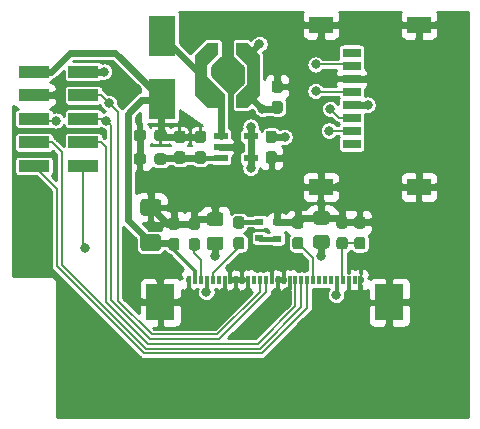
<source format=gbr>
%TF.GenerationSoftware,KiCad,Pcbnew,(5.1.6)-1*%
%TF.CreationDate,2020-12-26T20:27:21+01:00*%
%TF.ProjectId,ScreenBoard,53637265-656e-4426-9f61-72642e6b6963,rev?*%
%TF.SameCoordinates,Original*%
%TF.FileFunction,Copper,L1,Top*%
%TF.FilePolarity,Positive*%
%FSLAX46Y46*%
G04 Gerber Fmt 4.6, Leading zero omitted, Abs format (unit mm)*
G04 Created by KiCad (PCBNEW (5.1.6)-1) date 2020-12-26 20:27:21*
%MOMM*%
%LPD*%
G01*
G04 APERTURE LIST*
%TA.AperFunction,SMDPad,CuDef*%
%ADD10R,2.580000X1.000000*%
%TD*%
%TA.AperFunction,SMDPad,CuDef*%
%ADD11R,1.150000X0.600000*%
%TD*%
%TA.AperFunction,SMDPad,CuDef*%
%ADD12R,2.000000X1.450000*%
%TD*%
%TA.AperFunction,SMDPad,CuDef*%
%ADD13R,1.500000X0.800000*%
%TD*%
%TA.AperFunction,SMDPad,CuDef*%
%ADD14C,0.100000*%
%TD*%
%TA.AperFunction,SMDPad,CuDef*%
%ADD15R,2.300000X3.500000*%
%TD*%
%TA.AperFunction,SMDPad,CuDef*%
%ADD16R,0.700000X0.600000*%
%TD*%
%TA.AperFunction,SMDPad,CuDef*%
%ADD17R,2.400000X3.050000*%
%TD*%
%TA.AperFunction,SMDPad,CuDef*%
%ADD18R,0.300000X0.800000*%
%TD*%
%TA.AperFunction,ViaPad*%
%ADD19C,0.800000*%
%TD*%
%TA.AperFunction,Conductor*%
%ADD20C,0.600000*%
%TD*%
%TA.AperFunction,Conductor*%
%ADD21C,0.300000*%
%TD*%
%TA.AperFunction,Conductor*%
%ADD22C,0.200000*%
%TD*%
%TA.AperFunction,Conductor*%
%ADD23C,0.400000*%
%TD*%
%TA.AperFunction,Conductor*%
%ADD24C,0.254000*%
%TD*%
G04 APERTURE END LIST*
D10*
%TO.P,J2,10*%
%TO.N,/SD_CS*%
X105335000Y-62100000D03*
%TO.P,J2,9*%
%TO.N,/OLED_RST*%
X101165000Y-62100000D03*
%TO.P,J2,8*%
%TO.N,/OLED_CS*%
X105335000Y-60100000D03*
%TO.P,J2,7*%
%TO.N,/OLED_DC*%
X101165000Y-60100000D03*
%TO.P,J2,6*%
%TO.N,/SPI_SCK*%
X105335000Y-58100000D03*
%TO.P,J2,5*%
%TO.N,/SPI_MISO*%
X101165000Y-58100000D03*
%TO.P,J2,4*%
%TO.N,/SPI_MOSI*%
X105335000Y-56100000D03*
%TO.P,J2,3*%
%TO.N,GND*%
X101165000Y-56100000D03*
%TO.P,J2,2*%
%TO.N,+3V3*%
X105335000Y-54100000D03*
%TO.P,J2,1*%
%TO.N,+12V*%
X101165000Y-54100000D03*
%TD*%
D11*
%TO.P,IC1,5*%
%TO.N,+3V3*%
X119500000Y-59550000D03*
%TO.P,IC1,4*%
X119500000Y-61450000D03*
%TO.P,IC1,3*%
%TO.N,Net-(C6-Pad1)*%
X117000000Y-61450000D03*
%TO.P,IC1,2*%
%TO.N,GND*%
X117000000Y-60500000D03*
%TO.P,IC1,1*%
%TO.N,Net-(D3-Pad2)*%
X117000000Y-59550000D03*
%TD*%
%TO.P,C7,2*%
%TO.N,+12V*%
%TA.AperFunction,SMDPad,CuDef*%
G36*
G01*
X111350000Y-59737500D02*
X111350000Y-59262500D01*
G75*
G02*
X111587500Y-59025000I237500J0D01*
G01*
X112162500Y-59025000D01*
G75*
G02*
X112400000Y-59262500I0J-237500D01*
G01*
X112400000Y-59737500D01*
G75*
G02*
X112162500Y-59975000I-237500J0D01*
G01*
X111587500Y-59975000D01*
G75*
G02*
X111350000Y-59737500I0J237500D01*
G01*
G37*
%TD.AperFunction*%
%TO.P,C7,1*%
%TO.N,GND*%
%TA.AperFunction,SMDPad,CuDef*%
G36*
G01*
X109600000Y-59737500D02*
X109600000Y-59262500D01*
G75*
G02*
X109837500Y-59025000I237500J0D01*
G01*
X110412500Y-59025000D01*
G75*
G02*
X110650000Y-59262500I0J-237500D01*
G01*
X110650000Y-59737500D01*
G75*
G02*
X110412500Y-59975000I-237500J0D01*
G01*
X109837500Y-59975000D01*
G75*
G02*
X109600000Y-59737500I0J237500D01*
G01*
G37*
%TD.AperFunction*%
%TD*%
D12*
%TO.P,J1,9*%
%TO.N,GND*%
X133750000Y-50125000D03*
X133750000Y-63875000D03*
X125450000Y-50125000D03*
X125450000Y-63875000D03*
D13*
%TO.P,J1,8*%
%TO.N,Net-(J1-Pad8)*%
X128050000Y-52500000D03*
%TO.P,J1,7*%
%TO.N,/SPI_MISO*%
X128050000Y-53600000D03*
%TO.P,J1,6*%
%TO.N,GND*%
X128050000Y-54700000D03*
%TO.P,J1,5*%
%TO.N,/SPI_SCK*%
X128050000Y-55800000D03*
%TO.P,J1,4*%
%TO.N,+3V3*%
X128050000Y-56900000D03*
%TO.P,J1,3*%
%TO.N,/SPI_MOSI*%
X128050000Y-58000000D03*
%TO.P,J1,2*%
%TO.N,/SD_CS*%
X128050000Y-59100000D03*
%TO.P,J1,1*%
%TO.N,Net-(J1-Pad1)*%
X128050000Y-60200000D03*
%TD*%
%TO.P,R4,2*%
%TO.N,Net-(K1-Pad22)*%
%TA.AperFunction,SMDPad,CuDef*%
G36*
G01*
X123262500Y-68100000D02*
X123737500Y-68100000D01*
G75*
G02*
X123975000Y-68337500I0J-237500D01*
G01*
X123975000Y-68912500D01*
G75*
G02*
X123737500Y-69150000I-237500J0D01*
G01*
X123262500Y-69150000D01*
G75*
G02*
X123025000Y-68912500I0J237500D01*
G01*
X123025000Y-68337500D01*
G75*
G02*
X123262500Y-68100000I237500J0D01*
G01*
G37*
%TD.AperFunction*%
%TO.P,R4,1*%
%TO.N,GND*%
%TA.AperFunction,SMDPad,CuDef*%
G36*
G01*
X123262500Y-66350000D02*
X123737500Y-66350000D01*
G75*
G02*
X123975000Y-66587500I0J-237500D01*
G01*
X123975000Y-67162500D01*
G75*
G02*
X123737500Y-67400000I-237500J0D01*
G01*
X123262500Y-67400000D01*
G75*
G02*
X123025000Y-67162500I0J237500D01*
G01*
X123025000Y-66587500D01*
G75*
G02*
X123262500Y-66350000I237500J0D01*
G01*
G37*
%TD.AperFunction*%
%TD*%
%TO.P,R3,2*%
%TO.N,+12V*%
%TA.AperFunction,SMDPad,CuDef*%
G36*
G01*
X113737500Y-60150000D02*
X113262500Y-60150000D01*
G75*
G02*
X113025000Y-59912500I0J237500D01*
G01*
X113025000Y-59337500D01*
G75*
G02*
X113262500Y-59100000I237500J0D01*
G01*
X113737500Y-59100000D01*
G75*
G02*
X113975000Y-59337500I0J-237500D01*
G01*
X113975000Y-59912500D01*
G75*
G02*
X113737500Y-60150000I-237500J0D01*
G01*
G37*
%TD.AperFunction*%
%TO.P,R3,1*%
%TO.N,Net-(C6-Pad1)*%
%TA.AperFunction,SMDPad,CuDef*%
G36*
G01*
X113737500Y-61900000D02*
X113262500Y-61900000D01*
G75*
G02*
X113025000Y-61662500I0J237500D01*
G01*
X113025000Y-61087500D01*
G75*
G02*
X113262500Y-60850000I237500J0D01*
G01*
X113737500Y-60850000D01*
G75*
G02*
X113975000Y-61087500I0J-237500D01*
G01*
X113975000Y-61662500D01*
G75*
G02*
X113737500Y-61900000I-237500J0D01*
G01*
G37*
%TD.AperFunction*%
%TD*%
%TO.P,R2,2*%
%TO.N,Net-(C6-Pad1)*%
%TA.AperFunction,SMDPad,CuDef*%
G36*
G01*
X111350000Y-61737500D02*
X111350000Y-61262500D01*
G75*
G02*
X111587500Y-61025000I237500J0D01*
G01*
X112162500Y-61025000D01*
G75*
G02*
X112400000Y-61262500I0J-237500D01*
G01*
X112400000Y-61737500D01*
G75*
G02*
X112162500Y-61975000I-237500J0D01*
G01*
X111587500Y-61975000D01*
G75*
G02*
X111350000Y-61737500I0J237500D01*
G01*
G37*
%TD.AperFunction*%
%TO.P,R2,1*%
%TO.N,GND*%
%TA.AperFunction,SMDPad,CuDef*%
G36*
G01*
X109600000Y-61737500D02*
X109600000Y-61262500D01*
G75*
G02*
X109837500Y-61025000I237500J0D01*
G01*
X110412500Y-61025000D01*
G75*
G02*
X110650000Y-61262500I0J-237500D01*
G01*
X110650000Y-61737500D01*
G75*
G02*
X110412500Y-61975000I-237500J0D01*
G01*
X109837500Y-61975000D01*
G75*
G02*
X109600000Y-61737500I0J237500D01*
G01*
G37*
%TD.AperFunction*%
%TD*%
%TO.P,R1,2*%
%TO.N,Net-(D1-Pad2)*%
%TA.AperFunction,SMDPad,CuDef*%
G36*
G01*
X118737500Y-67400000D02*
X118262500Y-67400000D01*
G75*
G02*
X118025000Y-67162500I0J237500D01*
G01*
X118025000Y-66587500D01*
G75*
G02*
X118262500Y-66350000I237500J0D01*
G01*
X118737500Y-66350000D01*
G75*
G02*
X118975000Y-66587500I0J-237500D01*
G01*
X118975000Y-67162500D01*
G75*
G02*
X118737500Y-67400000I-237500J0D01*
G01*
G37*
%TD.AperFunction*%
%TO.P,R1,1*%
%TO.N,Net-(K1-Pad5)*%
%TA.AperFunction,SMDPad,CuDef*%
G36*
G01*
X118737500Y-69150000D02*
X118262500Y-69150000D01*
G75*
G02*
X118025000Y-68912500I0J237500D01*
G01*
X118025000Y-68337500D01*
G75*
G02*
X118262500Y-68100000I237500J0D01*
G01*
X118737500Y-68100000D01*
G75*
G02*
X118975000Y-68337500I0J-237500D01*
G01*
X118975000Y-68912500D01*
G75*
G02*
X118737500Y-69150000I-237500J0D01*
G01*
G37*
%TD.AperFunction*%
%TD*%
%TA.AperFunction,SMDPad,CuDef*%
D14*
%TO.P,L1,2*%
%TO.N,Net-(D3-Pad2)*%
G36*
X114760000Y-56100000D02*
G01*
X114760000Y-52700000D01*
X115815000Y-51645000D01*
X116755000Y-51645000D01*
X116755000Y-52700000D01*
X115815000Y-53555500D01*
X115815000Y-55244500D01*
X116755000Y-56100000D01*
X116755000Y-57155000D01*
X115815000Y-57155000D01*
X114760000Y-56100000D01*
G37*
%TD.AperFunction*%
%TA.AperFunction,SMDPad,CuDef*%
%TO.P,L1,1*%
%TO.N,+3V3*%
G36*
X118275000Y-56100000D02*
G01*
X119215000Y-55244500D01*
X119215000Y-53555500D01*
X118275000Y-52700000D01*
X118275000Y-51645000D01*
X119215000Y-51645000D01*
X120270000Y-52700000D01*
X120270000Y-56100000D01*
X119215000Y-57155000D01*
X118275000Y-57155000D01*
X118275000Y-56100000D01*
G37*
%TD.AperFunction*%
%TD*%
D15*
%TO.P,D3,2*%
%TO.N,Net-(D3-Pad2)*%
X112000000Y-51050000D03*
%TO.P,D3,1*%
%TO.N,+12V*%
X112000000Y-56450000D03*
%TD*%
D16*
%TO.P,D2,1*%
%TO.N,GND*%
X121750000Y-66850000D03*
%TO.P,D2,2*%
%TO.N,Net-(D1-Pad1)*%
X121750000Y-68250000D03*
%TD*%
%TO.P,D1,1*%
%TO.N,Net-(D1-Pad1)*%
X120250000Y-68200000D03*
%TO.P,D1,2*%
%TO.N,Net-(D1-Pad2)*%
X120250000Y-66800000D03*
%TD*%
%TO.P,C11,2*%
%TO.N,+3V3*%
%TA.AperFunction,SMDPad,CuDef*%
G36*
G01*
X121512500Y-56600000D02*
X121987500Y-56600000D01*
G75*
G02*
X122225000Y-56837500I0J-237500D01*
G01*
X122225000Y-57412500D01*
G75*
G02*
X121987500Y-57650000I-237500J0D01*
G01*
X121512500Y-57650000D01*
G75*
G02*
X121275000Y-57412500I0J237500D01*
G01*
X121275000Y-56837500D01*
G75*
G02*
X121512500Y-56600000I237500J0D01*
G01*
G37*
%TD.AperFunction*%
%TO.P,C11,1*%
%TO.N,GND*%
%TA.AperFunction,SMDPad,CuDef*%
G36*
G01*
X121512500Y-54850000D02*
X121987500Y-54850000D01*
G75*
G02*
X122225000Y-55087500I0J-237500D01*
G01*
X122225000Y-55662500D01*
G75*
G02*
X121987500Y-55900000I-237500J0D01*
G01*
X121512500Y-55900000D01*
G75*
G02*
X121275000Y-55662500I0J237500D01*
G01*
X121275000Y-55087500D01*
G75*
G02*
X121512500Y-54850000I237500J0D01*
G01*
G37*
%TD.AperFunction*%
%TD*%
%TO.P,C10,2*%
%TO.N,GND*%
%TA.AperFunction,SMDPad,CuDef*%
G36*
G01*
X128987500Y-67400000D02*
X128512500Y-67400000D01*
G75*
G02*
X128275000Y-67162500I0J237500D01*
G01*
X128275000Y-66587500D01*
G75*
G02*
X128512500Y-66350000I237500J0D01*
G01*
X128987500Y-66350000D01*
G75*
G02*
X129225000Y-66587500I0J-237500D01*
G01*
X129225000Y-67162500D01*
G75*
G02*
X128987500Y-67400000I-237500J0D01*
G01*
G37*
%TD.AperFunction*%
%TO.P,C10,1*%
%TO.N,Net-(C10-Pad1)*%
%TA.AperFunction,SMDPad,CuDef*%
G36*
G01*
X128987500Y-69150000D02*
X128512500Y-69150000D01*
G75*
G02*
X128275000Y-68912500I0J237500D01*
G01*
X128275000Y-68337500D01*
G75*
G02*
X128512500Y-68100000I237500J0D01*
G01*
X128987500Y-68100000D01*
G75*
G02*
X129225000Y-68337500I0J-237500D01*
G01*
X129225000Y-68912500D01*
G75*
G02*
X128987500Y-69150000I-237500J0D01*
G01*
G37*
%TD.AperFunction*%
%TD*%
%TO.P,C9,2*%
%TO.N,Net-(C10-Pad1)*%
%TA.AperFunction,SMDPad,CuDef*%
G36*
G01*
X127012500Y-68100000D02*
X127487500Y-68100000D01*
G75*
G02*
X127725000Y-68337500I0J-237500D01*
G01*
X127725000Y-68912500D01*
G75*
G02*
X127487500Y-69150000I-237500J0D01*
G01*
X127012500Y-69150000D01*
G75*
G02*
X126775000Y-68912500I0J237500D01*
G01*
X126775000Y-68337500D01*
G75*
G02*
X127012500Y-68100000I237500J0D01*
G01*
G37*
%TD.AperFunction*%
%TO.P,C9,1*%
%TO.N,GND*%
%TA.AperFunction,SMDPad,CuDef*%
G36*
G01*
X127012500Y-66350000D02*
X127487500Y-66350000D01*
G75*
G02*
X127725000Y-66587500I0J-237500D01*
G01*
X127725000Y-67162500D01*
G75*
G02*
X127487500Y-67400000I-237500J0D01*
G01*
X127012500Y-67400000D01*
G75*
G02*
X126775000Y-67162500I0J237500D01*
G01*
X126775000Y-66587500D01*
G75*
G02*
X127012500Y-66350000I237500J0D01*
G01*
G37*
%TD.AperFunction*%
%TD*%
%TO.P,C8,2*%
%TO.N,GND*%
%TA.AperFunction,SMDPad,CuDef*%
G36*
G01*
X125950001Y-67050000D02*
X125049999Y-67050000D01*
G75*
G02*
X124800000Y-66800001I0J249999D01*
G01*
X124800000Y-66149999D01*
G75*
G02*
X125049999Y-65900000I249999J0D01*
G01*
X125950001Y-65900000D01*
G75*
G02*
X126200000Y-66149999I0J-249999D01*
G01*
X126200000Y-66800001D01*
G75*
G02*
X125950001Y-67050000I-249999J0D01*
G01*
G37*
%TD.AperFunction*%
%TO.P,C8,1*%
%TO.N,+3V3*%
%TA.AperFunction,SMDPad,CuDef*%
G36*
G01*
X125950001Y-69100000D02*
X125049999Y-69100000D01*
G75*
G02*
X124800000Y-68850001I0J249999D01*
G01*
X124800000Y-68199999D01*
G75*
G02*
X125049999Y-67950000I249999J0D01*
G01*
X125950001Y-67950000D01*
G75*
G02*
X126200000Y-68199999I0J-249999D01*
G01*
X126200000Y-68850001D01*
G75*
G02*
X125950001Y-69100000I-249999J0D01*
G01*
G37*
%TD.AperFunction*%
%TD*%
%TO.P,C6,2*%
%TO.N,+12V*%
%TA.AperFunction,SMDPad,CuDef*%
G36*
G01*
X115487500Y-60150000D02*
X115012500Y-60150000D01*
G75*
G02*
X114775000Y-59912500I0J237500D01*
G01*
X114775000Y-59337500D01*
G75*
G02*
X115012500Y-59100000I237500J0D01*
G01*
X115487500Y-59100000D01*
G75*
G02*
X115725000Y-59337500I0J-237500D01*
G01*
X115725000Y-59912500D01*
G75*
G02*
X115487500Y-60150000I-237500J0D01*
G01*
G37*
%TD.AperFunction*%
%TO.P,C6,1*%
%TO.N,Net-(C6-Pad1)*%
%TA.AperFunction,SMDPad,CuDef*%
G36*
G01*
X115487500Y-61900000D02*
X115012500Y-61900000D01*
G75*
G02*
X114775000Y-61662500I0J237500D01*
G01*
X114775000Y-61087500D01*
G75*
G02*
X115012500Y-60850000I237500J0D01*
G01*
X115487500Y-60850000D01*
G75*
G02*
X115725000Y-61087500I0J-237500D01*
G01*
X115725000Y-61662500D01*
G75*
G02*
X115487500Y-61900000I-237500J0D01*
G01*
G37*
%TD.AperFunction*%
%TD*%
D17*
%TO.P,K1,30*%
%TO.N,GND*%
X131250000Y-73645000D03*
%TO.P,K1,1*%
X111850000Y-73645000D03*
D18*
%TO.P,K1,30*%
X128800000Y-71720000D03*
%TO.P,K1,29*%
%TO.N,Net-(K1-Pad29)*%
X128300000Y-71720000D03*
%TO.P,K1,28*%
%TO.N,GND*%
X127800000Y-71720000D03*
%TO.P,K1,27*%
%TO.N,Net-(C10-Pad1)*%
X127300000Y-71720000D03*
%TO.P,K1,26*%
%TO.N,+3V3*%
X126800000Y-71720000D03*
%TO.P,K1,25*%
%TO.N,Net-(K1-Pad25)*%
X126300000Y-71720000D03*
%TO.P,K1,24*%
%TO.N,Net-(K1-Pad24)*%
X125800000Y-71720000D03*
%TO.P,K1,23*%
%TO.N,Net-(K1-Pad23)*%
X125300000Y-71720000D03*
%TO.P,K1,22*%
%TO.N,Net-(K1-Pad22)*%
X124800000Y-71720000D03*
%TO.P,K1,21*%
%TO.N,/OLED_RST*%
X124300000Y-71720000D03*
%TO.P,K1,20*%
%TO.N,/OLED_DC*%
X123800000Y-71720000D03*
%TO.P,K1,19*%
%TO.N,/OLED_CS*%
X123300000Y-71720000D03*
%TO.P,K1,18*%
%TO.N,GND*%
X122800000Y-71720000D03*
%TO.P,K1,17*%
X122300000Y-71720000D03*
%TO.P,K1,16*%
X121800000Y-71720000D03*
%TO.P,K1,15*%
X121300000Y-71720000D03*
%TO.P,K1,14*%
%TO.N,/SPI_SCK*%
X120800000Y-71720000D03*
%TO.P,K1,13*%
%TO.N,/SPI_MOSI*%
X120300000Y-71720000D03*
%TO.P,K1,12*%
%TO.N,Net-(K1-Pad12)*%
X119800000Y-71720000D03*
%TO.P,K1,11*%
%TO.N,GND*%
X119300000Y-71720000D03*
%TO.P,K1,10*%
X118800000Y-71720000D03*
%TO.P,K1,9*%
X118300000Y-71720000D03*
%TO.P,K1,8*%
X117800000Y-71720000D03*
%TO.P,K1,7*%
X117300000Y-71720000D03*
%TO.P,K1,6*%
%TO.N,Net-(K1-Pad6)*%
X116800000Y-71720000D03*
%TO.P,K1,5*%
%TO.N,Net-(K1-Pad5)*%
X116300000Y-71720000D03*
%TO.P,K1,4*%
%TO.N,+3V3*%
X115800000Y-71720000D03*
%TO.P,K1,3*%
%TO.N,Net-(C4-Pad1)*%
X115300000Y-71720000D03*
%TO.P,K1,2*%
%TO.N,+12V*%
X114800000Y-71720000D03*
%TO.P,K1,1*%
%TO.N,GND*%
X114300000Y-71720000D03*
%TD*%
%TO.P,C5,2*%
%TO.N,GND*%
%TA.AperFunction,SMDPad,CuDef*%
G36*
G01*
X116950001Y-67175000D02*
X116049999Y-67175000D01*
G75*
G02*
X115800000Y-66925001I0J249999D01*
G01*
X115800000Y-66274999D01*
G75*
G02*
X116049999Y-66025000I249999J0D01*
G01*
X116950001Y-66025000D01*
G75*
G02*
X117200000Y-66274999I0J-249999D01*
G01*
X117200000Y-66925001D01*
G75*
G02*
X116950001Y-67175000I-249999J0D01*
G01*
G37*
%TD.AperFunction*%
%TO.P,C5,1*%
%TO.N,+3V3*%
%TA.AperFunction,SMDPad,CuDef*%
G36*
G01*
X116950001Y-69225000D02*
X116049999Y-69225000D01*
G75*
G02*
X115800000Y-68975001I0J249999D01*
G01*
X115800000Y-68324999D01*
G75*
G02*
X116049999Y-68075000I249999J0D01*
G01*
X116950001Y-68075000D01*
G75*
G02*
X117200000Y-68324999I0J-249999D01*
G01*
X117200000Y-68975001D01*
G75*
G02*
X116950001Y-69225000I-249999J0D01*
G01*
G37*
%TD.AperFunction*%
%TD*%
%TO.P,C4,2*%
%TO.N,GND*%
%TA.AperFunction,SMDPad,CuDef*%
G36*
G01*
X114987500Y-67500000D02*
X114512500Y-67500000D01*
G75*
G02*
X114275000Y-67262500I0J237500D01*
G01*
X114275000Y-66687500D01*
G75*
G02*
X114512500Y-66450000I237500J0D01*
G01*
X114987500Y-66450000D01*
G75*
G02*
X115225000Y-66687500I0J-237500D01*
G01*
X115225000Y-67262500D01*
G75*
G02*
X114987500Y-67500000I-237500J0D01*
G01*
G37*
%TD.AperFunction*%
%TO.P,C4,1*%
%TO.N,Net-(C4-Pad1)*%
%TA.AperFunction,SMDPad,CuDef*%
G36*
G01*
X114987500Y-69250000D02*
X114512500Y-69250000D01*
G75*
G02*
X114275000Y-69012500I0J237500D01*
G01*
X114275000Y-68437500D01*
G75*
G02*
X114512500Y-68200000I237500J0D01*
G01*
X114987500Y-68200000D01*
G75*
G02*
X115225000Y-68437500I0J-237500D01*
G01*
X115225000Y-69012500D01*
G75*
G02*
X114987500Y-69250000I-237500J0D01*
G01*
G37*
%TD.AperFunction*%
%TD*%
%TO.P,C3,2*%
%TO.N,GND*%
%TA.AperFunction,SMDPad,CuDef*%
G36*
G01*
X111675000Y-66312500D02*
X110425000Y-66312500D01*
G75*
G02*
X110175000Y-66062500I0J250000D01*
G01*
X110175000Y-65137500D01*
G75*
G02*
X110425000Y-64887500I250000J0D01*
G01*
X111675000Y-64887500D01*
G75*
G02*
X111925000Y-65137500I0J-250000D01*
G01*
X111925000Y-66062500D01*
G75*
G02*
X111675000Y-66312500I-250000J0D01*
G01*
G37*
%TD.AperFunction*%
%TO.P,C3,1*%
%TO.N,+12V*%
%TA.AperFunction,SMDPad,CuDef*%
G36*
G01*
X111675000Y-69287500D02*
X110425000Y-69287500D01*
G75*
G02*
X110175000Y-69037500I0J250000D01*
G01*
X110175000Y-68112500D01*
G75*
G02*
X110425000Y-67862500I250000J0D01*
G01*
X111675000Y-67862500D01*
G75*
G02*
X111925000Y-68112500I0J-250000D01*
G01*
X111925000Y-69037500D01*
G75*
G02*
X111675000Y-69287500I-250000J0D01*
G01*
G37*
%TD.AperFunction*%
%TD*%
%TO.P,C2,2*%
%TO.N,+12V*%
%TA.AperFunction,SMDPad,CuDef*%
G36*
G01*
X112762500Y-68200000D02*
X113237500Y-68200000D01*
G75*
G02*
X113475000Y-68437500I0J-237500D01*
G01*
X113475000Y-69012500D01*
G75*
G02*
X113237500Y-69250000I-237500J0D01*
G01*
X112762500Y-69250000D01*
G75*
G02*
X112525000Y-69012500I0J237500D01*
G01*
X112525000Y-68437500D01*
G75*
G02*
X112762500Y-68200000I237500J0D01*
G01*
G37*
%TD.AperFunction*%
%TO.P,C2,1*%
%TO.N,GND*%
%TA.AperFunction,SMDPad,CuDef*%
G36*
G01*
X112762500Y-66450000D02*
X113237500Y-66450000D01*
G75*
G02*
X113475000Y-66687500I0J-237500D01*
G01*
X113475000Y-67262500D01*
G75*
G02*
X113237500Y-67500000I-237500J0D01*
G01*
X112762500Y-67500000D01*
G75*
G02*
X112525000Y-67262500I0J237500D01*
G01*
X112525000Y-66687500D01*
G75*
G02*
X112762500Y-66450000I237500J0D01*
G01*
G37*
%TD.AperFunction*%
%TD*%
%TO.P,C1,2*%
%TO.N,+3V3*%
%TA.AperFunction,SMDPad,CuDef*%
G36*
G01*
X121487500Y-60150000D02*
X121012500Y-60150000D01*
G75*
G02*
X120775000Y-59912500I0J237500D01*
G01*
X120775000Y-59337500D01*
G75*
G02*
X121012500Y-59100000I237500J0D01*
G01*
X121487500Y-59100000D01*
G75*
G02*
X121725000Y-59337500I0J-237500D01*
G01*
X121725000Y-59912500D01*
G75*
G02*
X121487500Y-60150000I-237500J0D01*
G01*
G37*
%TD.AperFunction*%
%TO.P,C1,1*%
%TO.N,GND*%
%TA.AperFunction,SMDPad,CuDef*%
G36*
G01*
X121487500Y-61900000D02*
X121012500Y-61900000D01*
G75*
G02*
X120775000Y-61662500I0J237500D01*
G01*
X120775000Y-61087500D01*
G75*
G02*
X121012500Y-60850000I237500J0D01*
G01*
X121487500Y-60850000D01*
G75*
G02*
X121725000Y-61087500I0J-237500D01*
G01*
X121725000Y-61662500D01*
G75*
G02*
X121487500Y-61900000I-237500J0D01*
G01*
G37*
%TD.AperFunction*%
%TD*%
D19*
%TO.N,GND*%
X121750000Y-54250000D03*
X133750000Y-51500000D03*
X133750000Y-62500000D03*
X129450003Y-54700003D03*
X125449997Y-51449997D03*
X125450003Y-62549997D03*
X129874978Y-66875000D03*
X131250000Y-75749998D03*
X110104991Y-73645009D03*
X133145014Y-73645000D03*
X114250000Y-72750000D03*
X117250000Y-72750000D03*
X117750000Y-70750000D03*
X118250000Y-72750000D03*
X118750000Y-70750000D03*
X119250000Y-72750000D03*
X121250000Y-70750000D03*
X121750000Y-72750000D03*
X122250000Y-70750000D03*
X122600000Y-72750000D03*
X122374995Y-61374995D03*
X113000000Y-65750000D03*
X114750000Y-65750000D03*
X116500000Y-65500000D03*
X125500000Y-65250000D03*
X123500000Y-65750000D03*
X127250000Y-65750000D03*
X121750000Y-65750000D03*
X128800003Y-72949997D03*
X127799994Y-72950000D03*
X113645005Y-73644995D03*
X111849990Y-71650010D03*
X131250000Y-71500000D03*
X126875019Y-63875019D03*
X127250000Y-50125000D03*
X132125011Y-50124989D03*
X135374993Y-50124993D03*
X123875008Y-50125008D03*
X135375003Y-63875003D03*
X123875003Y-63875003D03*
X132125012Y-63875012D03*
X111050006Y-64300006D03*
X118250000Y-60500000D03*
X102999984Y-56100004D03*
%TO.N,+3V3*%
X120500000Y-57250000D03*
X129399992Y-56899992D03*
X125500000Y-69750000D03*
X116500000Y-69750000D03*
X115749992Y-72750000D03*
X122374995Y-59624995D03*
X119500000Y-58750000D03*
X119500000Y-62250000D03*
X120250000Y-51750000D03*
X126750000Y-73000000D03*
X107099998Y-54099998D03*
%TO.N,/SPI_MISO*%
X125000000Y-53500000D03*
X103000000Y-58250000D03*
%TO.N,/SPI_SCK*%
X125000000Y-55750000D03*
X107250000Y-58250012D03*
%TO.N,/SPI_MOSI*%
X107500000Y-56775000D03*
X126250000Y-57250000D03*
%TO.N,/SD_CS*%
X126150004Y-59099996D03*
X105500000Y-69000000D03*
%TD*%
D20*
%TO.N,GND*%
X121750000Y-55375000D02*
X121750000Y-54250000D01*
X133750000Y-50125000D02*
X133750000Y-51500000D01*
X133750000Y-63875000D02*
X133750000Y-62500000D01*
X129450000Y-54700000D02*
X129450003Y-54700003D01*
X128050000Y-54700000D02*
X129450000Y-54700000D01*
X125450000Y-51449994D02*
X125449997Y-51449997D01*
X125450000Y-50125000D02*
X125450000Y-51449994D01*
X125450000Y-62550000D02*
X125450003Y-62549997D01*
X125450000Y-63875000D02*
X125450000Y-62550000D01*
X128750000Y-66875000D02*
X129874978Y-66875000D01*
X128750000Y-66875000D02*
X127250000Y-66875000D01*
X126850000Y-66475000D02*
X127250000Y-66875000D01*
X125500000Y-66475000D02*
X126850000Y-66475000D01*
X123900000Y-66475000D02*
X123500000Y-66875000D01*
X125500000Y-66475000D02*
X123900000Y-66475000D01*
X131250000Y-73645000D02*
X131250000Y-75749998D01*
X110105000Y-73645000D02*
X110104991Y-73645009D01*
X111850000Y-73645000D02*
X110105000Y-73645000D01*
X131250000Y-73645000D02*
X133145014Y-73645000D01*
X121775000Y-66875000D02*
X121750000Y-66850000D01*
X123500000Y-66875000D02*
X121775000Y-66875000D01*
X115125000Y-66600000D02*
X114750000Y-66975000D01*
X116500000Y-66600000D02*
X115125000Y-66600000D01*
X113000000Y-66975000D02*
X114750000Y-66975000D01*
X112425000Y-66975000D02*
X111050000Y-65600000D01*
X113000000Y-66975000D02*
X112425000Y-66975000D01*
X122374990Y-61375000D02*
X122374995Y-61374995D01*
X121250000Y-61375000D02*
X122374990Y-61375000D01*
X113000000Y-66975000D02*
X113000000Y-65750000D01*
X114750000Y-66975000D02*
X114750000Y-65750000D01*
X116500000Y-66600000D02*
X116500000Y-65500000D01*
X125500000Y-66475000D02*
X125500000Y-65250000D01*
X123500000Y-66875000D02*
X123500000Y-65750000D01*
X127250000Y-66875000D02*
X127250000Y-65750000D01*
X121750000Y-66850000D02*
X121750000Y-65750000D01*
D21*
X127800000Y-72949994D02*
X127799994Y-72950000D01*
X127800000Y-71720000D02*
X127800000Y-72949994D01*
X128800000Y-72949994D02*
X128800003Y-72949997D01*
X128800000Y-71720000D02*
X128800000Y-72949994D01*
X121300000Y-70800000D02*
X121250000Y-70750000D01*
X121300000Y-71720000D02*
X121300000Y-70800000D01*
X121800000Y-72700000D02*
X121750000Y-72750000D01*
X121800000Y-71720000D02*
X121800000Y-72700000D01*
X122300000Y-70800000D02*
X122250000Y-70750000D01*
X122300000Y-71720000D02*
X122300000Y-70800000D01*
X122800000Y-72550000D02*
X122600000Y-72750000D01*
X122800000Y-71720000D02*
X122800000Y-72550000D01*
X117300000Y-72700000D02*
X117250000Y-72750000D01*
X117300000Y-71720000D02*
X117300000Y-72700000D01*
X117800000Y-70800000D02*
X117750000Y-70750000D01*
X117800000Y-71720000D02*
X117800000Y-70800000D01*
X118300000Y-72700000D02*
X118250000Y-72750000D01*
X118300000Y-71720000D02*
X118300000Y-72700000D01*
X118800000Y-70800000D02*
X118750000Y-70750000D01*
X118800000Y-71720000D02*
X118800000Y-70800000D01*
X119300000Y-72700000D02*
X119250000Y-72750000D01*
X119300000Y-71720000D02*
X119300000Y-72700000D01*
D20*
X113645000Y-73645000D02*
X113645005Y-73644995D01*
X111850000Y-73645000D02*
X113645000Y-73645000D01*
X111850000Y-71650020D02*
X111849990Y-71650010D01*
X111850000Y-73645000D02*
X111850000Y-71650020D01*
X131250000Y-73645000D02*
X131250000Y-71500000D01*
D21*
X114300000Y-72700000D02*
X114250000Y-72750000D01*
X114300000Y-71720000D02*
X114300000Y-72700000D01*
D20*
X126875000Y-63875000D02*
X126875019Y-63875019D01*
X125450000Y-63875000D02*
X126875000Y-63875000D01*
X125450000Y-50125000D02*
X127250000Y-50125000D01*
X132125022Y-50125000D02*
X132125011Y-50124989D01*
X133750000Y-50125000D02*
X132125022Y-50125000D01*
X135374986Y-50125000D02*
X135374993Y-50124993D01*
X133750000Y-50125000D02*
X135374986Y-50125000D01*
X123875016Y-50125000D02*
X123875008Y-50125008D01*
X125450000Y-50125000D02*
X123875016Y-50125000D01*
X135375000Y-63875000D02*
X135375003Y-63875003D01*
X133750000Y-63875000D02*
X135375000Y-63875000D01*
X125450000Y-63875000D02*
X123875006Y-63875000D01*
X123875006Y-63875000D02*
X123875003Y-63875003D01*
X132125024Y-63875000D02*
X132125012Y-63875012D01*
X133750000Y-63875000D02*
X132125024Y-63875000D01*
X111050000Y-65600000D02*
X111050000Y-64300012D01*
X111050000Y-64300012D02*
X111050006Y-64300006D01*
X117000000Y-60500000D02*
X118250000Y-60500000D01*
X110125000Y-59500000D02*
X110125000Y-61500000D01*
X102999980Y-56100000D02*
X102999984Y-56100004D01*
X101165000Y-56100000D02*
X102999980Y-56100000D01*
%TO.N,+12V*%
X112850000Y-68575000D02*
X113000000Y-68725000D01*
X111050000Y-68575000D02*
X112850000Y-68575000D01*
D21*
X113000000Y-69220000D02*
X113000000Y-68725000D01*
X114800000Y-71020000D02*
X113000000Y-69220000D01*
X114800000Y-71720000D02*
X114800000Y-71020000D01*
D20*
X108050000Y-52500000D02*
X112000000Y-56450000D01*
X104244998Y-52500000D02*
X108050000Y-52500000D01*
X101165000Y-54100000D02*
X102644998Y-54100000D01*
X102644998Y-54100000D02*
X104244998Y-52500000D01*
X115250000Y-59625000D02*
X113500000Y-59625000D01*
X112000000Y-59625000D02*
X111875000Y-59500000D01*
X113500000Y-59625000D02*
X112000000Y-59625000D01*
X111875000Y-56575000D02*
X112000000Y-56450000D01*
X111875000Y-59500000D02*
X111875000Y-56575000D01*
X109099990Y-66624990D02*
X109099990Y-57650010D01*
X111557002Y-56500000D02*
X111607002Y-56450000D01*
X111607002Y-56450000D02*
X112000000Y-56450000D01*
X111050000Y-68575000D02*
X109099990Y-66624990D01*
X110250000Y-56500000D02*
X111557002Y-56500000D01*
X109099990Y-57650010D02*
X110250000Y-56500000D01*
D22*
%TO.N,Net-(C4-Pad1)*%
X114750000Y-69500000D02*
X114750000Y-68725000D01*
X115300000Y-71720000D02*
X115300000Y-70050000D01*
X115300000Y-70050000D02*
X114750000Y-69500000D01*
D20*
%TO.N,+3V3*%
X119742500Y-54400000D02*
X119742500Y-56492500D01*
X119742500Y-56492500D02*
X120500000Y-57250000D01*
X121625000Y-57250000D02*
X121750000Y-57125000D01*
X120500000Y-57250000D02*
X121625000Y-57250000D01*
X128050000Y-56900000D02*
X129399984Y-56900000D01*
X129399984Y-56900000D02*
X129399992Y-56899992D01*
X125500000Y-68525000D02*
X125500000Y-69750000D01*
X116500000Y-68650000D02*
X116500000Y-69750000D01*
X122374990Y-59625000D02*
X122374995Y-59624995D01*
X121250000Y-59625000D02*
X122374990Y-59625000D01*
X119500000Y-59550000D02*
X119500000Y-58750000D01*
X119500000Y-61450000D02*
X119500000Y-59550000D01*
X119500000Y-61450000D02*
X119500000Y-62250000D01*
X119742500Y-54400000D02*
X119742500Y-52257500D01*
X119742500Y-52257500D02*
X120250000Y-51750000D01*
D21*
X126800000Y-72950000D02*
X126750000Y-73000000D01*
X126800000Y-71720000D02*
X126800000Y-72950000D01*
X115800000Y-72699992D02*
X115749992Y-72750000D01*
X115800000Y-71720000D02*
X115800000Y-72699992D01*
D20*
X105335000Y-54100000D02*
X107099996Y-54100000D01*
X107099996Y-54100000D02*
X107099998Y-54099998D01*
D22*
%TO.N,/OLED_RST*%
X110450013Y-77950013D02*
X103099989Y-70599989D01*
X120431385Y-77950013D02*
X110450013Y-77950013D01*
X124300000Y-71720000D02*
X124300000Y-74081398D01*
X103099989Y-70599989D02*
X103099989Y-64034989D01*
X124300000Y-74081398D02*
X120431385Y-77950013D01*
X103099989Y-64034989D02*
X101165000Y-62100000D01*
%TO.N,/OLED_DC*%
X102655000Y-60100000D02*
X101165000Y-60100000D01*
X120265696Y-77550002D02*
X110615702Y-77550002D01*
X123800000Y-71720000D02*
X123800000Y-74015698D01*
X103500000Y-60945000D02*
X102655000Y-60100000D01*
X110615702Y-77550002D02*
X103500000Y-70434300D01*
X123800000Y-74015698D02*
X120265696Y-77550002D01*
X103500000Y-70434300D02*
X103500000Y-60945000D01*
%TO.N,/OLED_CS*%
X120100007Y-77149991D02*
X110781391Y-77149991D01*
X123300000Y-73949998D02*
X120100007Y-77149991D01*
X110781391Y-77149991D02*
X107250000Y-73618600D01*
X107250000Y-73618600D02*
X107250000Y-60525000D01*
X123300000Y-71720000D02*
X123300000Y-73949998D01*
X107250000Y-60525000D02*
X106825000Y-60100000D01*
X106825000Y-60100000D02*
X105335000Y-60100000D01*
%TO.N,Net-(K1-Pad22)*%
X124800000Y-69925000D02*
X124800000Y-71720000D01*
X123500000Y-68625000D02*
X124800000Y-69925000D01*
%TO.N,Net-(K1-Pad5)*%
X118500000Y-68920000D02*
X118500000Y-68625000D01*
X116300000Y-71120000D02*
X118500000Y-68920000D01*
X116300000Y-71720000D02*
X116300000Y-71120000D01*
D20*
%TO.N,Net-(C6-Pad1)*%
X115250000Y-61375000D02*
X113500000Y-61375000D01*
X113500000Y-61375000D02*
X111750000Y-61375000D01*
D23*
X115325000Y-61450000D02*
X115250000Y-61375000D01*
X117000000Y-61450000D02*
X115325000Y-61450000D01*
D22*
%TO.N,Net-(C10-Pad1)*%
X127250000Y-71670000D02*
X127300000Y-71720000D01*
X127250000Y-68625000D02*
X127250000Y-71670000D01*
X128750000Y-68625000D02*
X127250000Y-68625000D01*
D23*
%TO.N,Net-(D1-Pad1)*%
X120300000Y-68250000D02*
X120250000Y-68200000D01*
X121750000Y-68250000D02*
X120300000Y-68250000D01*
%TO.N,Net-(D1-Pad2)*%
X118575000Y-66800000D02*
X118500000Y-66875000D01*
X120250000Y-66800000D02*
X118575000Y-66800000D01*
D20*
%TO.N,Net-(D3-Pad2)*%
X112000000Y-51112500D02*
X115287500Y-54400000D01*
X112000000Y-51050000D02*
X112000000Y-51112500D01*
X117000000Y-56112500D02*
X115287500Y-54400000D01*
X117000000Y-59550000D02*
X117000000Y-56112500D01*
D22*
%TO.N,/SPI_MISO*%
X127950000Y-53500000D02*
X128050000Y-53600000D01*
X125000000Y-53500000D02*
X127950000Y-53500000D01*
X101315000Y-58250000D02*
X101165000Y-58100000D01*
X103000000Y-58250000D02*
X101315000Y-58250000D01*
%TO.N,/SPI_SCK*%
X128050000Y-55800000D02*
X125050000Y-55800000D01*
X125050000Y-55800000D02*
X125000000Y-55750000D01*
X107099988Y-58100000D02*
X107250000Y-58250012D01*
X105335000Y-58100000D02*
X107099988Y-58100000D01*
X120800000Y-71720000D02*
X120800000Y-72801701D01*
X120800000Y-72801701D02*
X116851721Y-76749980D01*
X116851721Y-76749980D02*
X110947080Y-76749980D01*
X107650013Y-58650025D02*
X107250000Y-58250012D01*
X107650013Y-73452913D02*
X107650013Y-58650025D01*
X110947080Y-76749980D02*
X107650013Y-73452913D01*
%TO.N,/SPI_MOSI*%
X106825000Y-56100000D02*
X105335000Y-56100000D01*
X107500000Y-56775000D02*
X106825000Y-56100000D01*
X127000000Y-58000000D02*
X126250000Y-57250000D01*
X128050000Y-58000000D02*
X127000000Y-58000000D01*
X108250000Y-57525000D02*
X107500000Y-56775000D01*
X108250000Y-73487200D02*
X108250000Y-57525000D01*
X120300000Y-72736001D02*
X116686032Y-76349969D01*
X111112769Y-76349969D02*
X108250000Y-73487200D01*
X116686032Y-76349969D02*
X111112769Y-76349969D01*
X120300000Y-71720000D02*
X120300000Y-72736001D01*
%TO.N,/SD_CS*%
X128050000Y-59100000D02*
X126150008Y-59100000D01*
X126150008Y-59100000D02*
X126150004Y-59099996D01*
X105335000Y-68835000D02*
X105500000Y-69000000D01*
X105335000Y-62100000D02*
X105335000Y-68835000D01*
%TD*%
D24*
%TO.N,GND*%
G36*
X123919463Y-49045506D02*
G01*
X123860498Y-49155820D01*
X123824188Y-49275518D01*
X123811928Y-49400000D01*
X123815000Y-49839250D01*
X123973750Y-49998000D01*
X125323000Y-49998000D01*
X125323000Y-49978000D01*
X125577000Y-49978000D01*
X125577000Y-49998000D01*
X126926250Y-49998000D01*
X127085000Y-49839250D01*
X127088072Y-49400000D01*
X127075812Y-49275518D01*
X127039502Y-49155820D01*
X126980537Y-49045506D01*
X126968632Y-49031000D01*
X132231368Y-49031000D01*
X132219463Y-49045506D01*
X132160498Y-49155820D01*
X132124188Y-49275518D01*
X132111928Y-49400000D01*
X132115000Y-49839250D01*
X132273750Y-49998000D01*
X133623000Y-49998000D01*
X133623000Y-49978000D01*
X133877000Y-49978000D01*
X133877000Y-49998000D01*
X135226250Y-49998000D01*
X135385000Y-49839250D01*
X135388072Y-49400000D01*
X135375812Y-49275518D01*
X135339502Y-49155820D01*
X135280537Y-49045506D01*
X135268632Y-49031000D01*
X137869000Y-49031000D01*
X137869001Y-83369000D01*
X103131000Y-83369000D01*
X103131000Y-72030998D01*
X103134053Y-72000000D01*
X103121870Y-71876302D01*
X103085789Y-71757358D01*
X103027196Y-71647739D01*
X102948343Y-71551657D01*
X102852261Y-71472804D01*
X102742642Y-71414211D01*
X102623698Y-71378130D01*
X102530998Y-71369000D01*
X102500000Y-71365947D01*
X102469002Y-71369000D01*
X99381000Y-71369000D01*
X99381000Y-56999015D01*
X99423815Y-57051185D01*
X99520506Y-57130537D01*
X99630820Y-57189502D01*
X99750518Y-57225812D01*
X99784874Y-57229196D01*
X99728492Y-57246299D01*
X99662304Y-57281678D01*
X99604289Y-57329289D01*
X99556678Y-57387304D01*
X99521299Y-57453492D01*
X99499513Y-57525311D01*
X99492157Y-57600000D01*
X99492157Y-58600000D01*
X99499513Y-58674689D01*
X99521299Y-58746508D01*
X99556678Y-58812696D01*
X99604289Y-58870711D01*
X99662304Y-58918322D01*
X99728492Y-58953701D01*
X99800311Y-58975487D01*
X99875000Y-58982843D01*
X102455000Y-58982843D01*
X102529689Y-58975487D01*
X102601508Y-58953701D01*
X102627004Y-58940073D01*
X102630058Y-58942113D01*
X102772191Y-59000987D01*
X102923078Y-59031000D01*
X103076922Y-59031000D01*
X103227809Y-59000987D01*
X103369942Y-58942113D01*
X103497859Y-58856642D01*
X103606642Y-58747859D01*
X103667717Y-58656453D01*
X103669513Y-58674689D01*
X103691299Y-58746508D01*
X103726678Y-58812696D01*
X103774289Y-58870711D01*
X103832304Y-58918322D01*
X103898492Y-58953701D01*
X103970311Y-58975487D01*
X104045000Y-58982843D01*
X106625000Y-58982843D01*
X106699689Y-58975487D01*
X106771508Y-58953701D01*
X106837696Y-58918322D01*
X106840720Y-58915840D01*
X106880058Y-58942125D01*
X107022191Y-59000999D01*
X107169014Y-59030204D01*
X107169014Y-59760978D01*
X107166764Y-59758236D01*
X107093522Y-59698128D01*
X107009961Y-59653464D01*
X107007843Y-59652822D01*
X107007843Y-59600000D01*
X107000487Y-59525311D01*
X106978701Y-59453492D01*
X106943322Y-59387304D01*
X106895711Y-59329289D01*
X106837696Y-59281678D01*
X106771508Y-59246299D01*
X106699689Y-59224513D01*
X106625000Y-59217157D01*
X104045000Y-59217157D01*
X103970311Y-59224513D01*
X103898492Y-59246299D01*
X103832304Y-59281678D01*
X103774289Y-59329289D01*
X103726678Y-59387304D01*
X103691299Y-59453492D01*
X103669513Y-59525311D01*
X103662157Y-59600000D01*
X103662157Y-60426920D01*
X103011830Y-59776594D01*
X102996764Y-59758236D01*
X102923522Y-59698128D01*
X102839961Y-59653464D01*
X102837843Y-59652822D01*
X102837843Y-59600000D01*
X102830487Y-59525311D01*
X102808701Y-59453492D01*
X102773322Y-59387304D01*
X102725711Y-59329289D01*
X102667696Y-59281678D01*
X102601508Y-59246299D01*
X102529689Y-59224513D01*
X102455000Y-59217157D01*
X99875000Y-59217157D01*
X99800311Y-59224513D01*
X99728492Y-59246299D01*
X99662304Y-59281678D01*
X99604289Y-59329289D01*
X99556678Y-59387304D01*
X99521299Y-59453492D01*
X99499513Y-59525311D01*
X99492157Y-59600000D01*
X99492157Y-60600000D01*
X99499513Y-60674689D01*
X99521299Y-60746508D01*
X99556678Y-60812696D01*
X99604289Y-60870711D01*
X99662304Y-60918322D01*
X99728492Y-60953701D01*
X99800311Y-60975487D01*
X99875000Y-60982843D01*
X102455000Y-60982843D01*
X102529689Y-60975487D01*
X102601508Y-60953701D01*
X102667696Y-60918322D01*
X102725711Y-60870711D01*
X102734619Y-60859856D01*
X103019001Y-61144238D01*
X103019001Y-63273764D01*
X102665000Y-62919763D01*
X102667696Y-62918322D01*
X102725711Y-62870711D01*
X102773322Y-62812696D01*
X102808701Y-62746508D01*
X102830487Y-62674689D01*
X102837843Y-62600000D01*
X102837843Y-61600000D01*
X102830487Y-61525311D01*
X102808701Y-61453492D01*
X102773322Y-61387304D01*
X102725711Y-61329289D01*
X102667696Y-61281678D01*
X102601508Y-61246299D01*
X102529689Y-61224513D01*
X102455000Y-61217157D01*
X99875000Y-61217157D01*
X99800311Y-61224513D01*
X99728492Y-61246299D01*
X99662304Y-61281678D01*
X99604289Y-61329289D01*
X99556678Y-61387304D01*
X99521299Y-61453492D01*
X99499513Y-61525311D01*
X99492157Y-61600000D01*
X99492157Y-62600000D01*
X99499513Y-62674689D01*
X99521299Y-62746508D01*
X99556678Y-62812696D01*
X99604289Y-62870711D01*
X99662304Y-62918322D01*
X99728492Y-62953701D01*
X99800311Y-62975487D01*
X99875000Y-62982843D01*
X101367607Y-62982843D01*
X102618990Y-64234227D01*
X102618989Y-70576363D01*
X102616662Y-70599989D01*
X102618989Y-70623614D01*
X102625949Y-70694280D01*
X102653453Y-70784949D01*
X102698117Y-70868511D01*
X102758225Y-70941753D01*
X102776583Y-70956819D01*
X110093183Y-78273419D01*
X110108249Y-78291777D01*
X110181491Y-78351885D01*
X110220387Y-78372675D01*
X110265051Y-78396549D01*
X110355720Y-78424053D01*
X110450013Y-78433340D01*
X110473639Y-78431013D01*
X120407759Y-78431013D01*
X120431385Y-78433340D01*
X120455011Y-78431013D01*
X120525677Y-78424053D01*
X120616346Y-78396549D01*
X120699907Y-78351885D01*
X120773149Y-78291777D01*
X120788215Y-78273419D01*
X123891634Y-75170000D01*
X129411928Y-75170000D01*
X129424188Y-75294482D01*
X129460498Y-75414180D01*
X129519463Y-75524494D01*
X129598815Y-75621185D01*
X129695506Y-75700537D01*
X129805820Y-75759502D01*
X129925518Y-75795812D01*
X130050000Y-75808072D01*
X130964250Y-75805000D01*
X131123000Y-75646250D01*
X131123000Y-73772000D01*
X131377000Y-73772000D01*
X131377000Y-75646250D01*
X131535750Y-75805000D01*
X132450000Y-75808072D01*
X132574482Y-75795812D01*
X132694180Y-75759502D01*
X132804494Y-75700537D01*
X132901185Y-75621185D01*
X132980537Y-75524494D01*
X133039502Y-75414180D01*
X133075812Y-75294482D01*
X133088072Y-75170000D01*
X133085000Y-73930750D01*
X132926250Y-73772000D01*
X131377000Y-73772000D01*
X131123000Y-73772000D01*
X129573750Y-73772000D01*
X129415000Y-73930750D01*
X129411928Y-75170000D01*
X123891634Y-75170000D01*
X124623412Y-74438223D01*
X124641764Y-74423162D01*
X124701872Y-74349920D01*
X124746536Y-74266359D01*
X124774040Y-74175690D01*
X124781000Y-74105024D01*
X124783327Y-74081398D01*
X124781000Y-74057772D01*
X124781000Y-72502843D01*
X124950000Y-72502843D01*
X125024689Y-72495487D01*
X125050000Y-72487809D01*
X125075311Y-72495487D01*
X125150000Y-72502843D01*
X125450000Y-72502843D01*
X125524689Y-72495487D01*
X125550000Y-72487809D01*
X125575311Y-72495487D01*
X125650000Y-72502843D01*
X125950000Y-72502843D01*
X126024689Y-72495487D01*
X126050000Y-72487809D01*
X126075311Y-72495487D01*
X126143328Y-72502186D01*
X126057887Y-72630058D01*
X125999013Y-72772191D01*
X125969000Y-72923078D01*
X125969000Y-73076922D01*
X125999013Y-73227809D01*
X126057887Y-73369942D01*
X126143358Y-73497859D01*
X126252141Y-73606642D01*
X126380058Y-73692113D01*
X126522191Y-73750987D01*
X126673078Y-73781000D01*
X126826922Y-73781000D01*
X126977809Y-73750987D01*
X127119942Y-73692113D01*
X127247859Y-73606642D01*
X127356642Y-73497859D01*
X127442113Y-73369942D01*
X127500987Y-73227809D01*
X127531000Y-73076922D01*
X127531000Y-72923078D01*
X127500987Y-72772191D01*
X127485268Y-72734242D01*
X127511706Y-72742905D01*
X127618250Y-72755000D01*
X127777000Y-72596250D01*
X127777000Y-72316461D01*
X127800000Y-72273432D01*
X127823000Y-72316461D01*
X127823000Y-72596250D01*
X127981750Y-72755000D01*
X128088294Y-72742905D01*
X128207160Y-72703956D01*
X128300000Y-72651659D01*
X128392840Y-72703956D01*
X128511706Y-72742905D01*
X128618250Y-72755000D01*
X128777000Y-72596250D01*
X128777000Y-72316461D01*
X128803701Y-72266508D01*
X128823000Y-72202888D01*
X128823000Y-72596250D01*
X128981750Y-72755000D01*
X129088294Y-72742905D01*
X129207160Y-72703956D01*
X129316143Y-72642566D01*
X129411055Y-72561094D01*
X129413015Y-72558595D01*
X129415000Y-73359250D01*
X129573750Y-73518000D01*
X131123000Y-73518000D01*
X131123000Y-71643750D01*
X131377000Y-71643750D01*
X131377000Y-73518000D01*
X132926250Y-73518000D01*
X133085000Y-73359250D01*
X133088072Y-72120000D01*
X133075812Y-71995518D01*
X133039502Y-71875820D01*
X132980537Y-71765506D01*
X132901185Y-71668815D01*
X132804494Y-71589463D01*
X132694180Y-71530498D01*
X132574482Y-71494188D01*
X132450000Y-71481928D01*
X131535750Y-71485000D01*
X131377000Y-71643750D01*
X131123000Y-71643750D01*
X130964250Y-71485000D01*
X130050000Y-71481928D01*
X129925518Y-71494188D01*
X129805820Y-71530498D01*
X129695506Y-71589463D01*
X129598815Y-71668815D01*
X129585000Y-71685649D01*
X129585000Y-71592998D01*
X129426252Y-71592998D01*
X129585000Y-71434250D01*
X129587916Y-71334114D01*
X129578412Y-71209392D01*
X129544759Y-71088920D01*
X129488249Y-70977328D01*
X129411055Y-70878906D01*
X129316143Y-70797434D01*
X129207160Y-70736044D01*
X129088294Y-70697095D01*
X128981750Y-70685000D01*
X128823000Y-70843750D01*
X128823000Y-71237112D01*
X128803701Y-71173492D01*
X128777000Y-71123539D01*
X128777000Y-70843750D01*
X128618250Y-70685000D01*
X128511706Y-70697095D01*
X128392840Y-70736044D01*
X128300000Y-70788341D01*
X128207160Y-70736044D01*
X128088294Y-70697095D01*
X127981750Y-70685000D01*
X127823000Y-70843750D01*
X127823000Y-71123539D01*
X127800000Y-71166568D01*
X127777000Y-71123539D01*
X127777000Y-70843750D01*
X127731000Y-70797750D01*
X127731000Y-69482359D01*
X127832144Y-69428296D01*
X127926149Y-69351149D01*
X128000000Y-69261160D01*
X128073851Y-69351149D01*
X128167856Y-69428296D01*
X128275105Y-69485622D01*
X128391477Y-69520923D01*
X128512500Y-69532843D01*
X128987500Y-69532843D01*
X129108523Y-69520923D01*
X129224895Y-69485622D01*
X129332144Y-69428296D01*
X129426149Y-69351149D01*
X129503296Y-69257144D01*
X129560622Y-69149895D01*
X129595923Y-69033523D01*
X129607843Y-68912500D01*
X129607843Y-68337500D01*
X129595923Y-68216477D01*
X129560622Y-68100105D01*
X129503296Y-67992856D01*
X129490980Y-67977849D01*
X129579494Y-67930537D01*
X129676185Y-67851185D01*
X129755537Y-67754494D01*
X129814502Y-67644180D01*
X129850812Y-67524482D01*
X129863072Y-67400000D01*
X129860000Y-67160750D01*
X129701250Y-67002000D01*
X128877000Y-67002000D01*
X128877000Y-67022000D01*
X128623000Y-67022000D01*
X128623000Y-67002000D01*
X127377000Y-67002000D01*
X127377000Y-67022000D01*
X127123000Y-67022000D01*
X127123000Y-67002000D01*
X127103000Y-67002000D01*
X127103000Y-66748000D01*
X127123000Y-66748000D01*
X127123000Y-65873750D01*
X127377000Y-65873750D01*
X127377000Y-66748000D01*
X128623000Y-66748000D01*
X128623000Y-65873750D01*
X128877000Y-65873750D01*
X128877000Y-66748000D01*
X129701250Y-66748000D01*
X129860000Y-66589250D01*
X129863072Y-66350000D01*
X129850812Y-66225518D01*
X129814502Y-66105820D01*
X129755537Y-65995506D01*
X129676185Y-65898815D01*
X129579494Y-65819463D01*
X129469180Y-65760498D01*
X129349482Y-65724188D01*
X129225000Y-65711928D01*
X129035750Y-65715000D01*
X128877000Y-65873750D01*
X128623000Y-65873750D01*
X128464250Y-65715000D01*
X128275000Y-65711928D01*
X128150518Y-65724188D01*
X128030820Y-65760498D01*
X128000000Y-65776972D01*
X127969180Y-65760498D01*
X127849482Y-65724188D01*
X127725000Y-65711928D01*
X127535750Y-65715000D01*
X127377000Y-65873750D01*
X127123000Y-65873750D01*
X126964250Y-65715000D01*
X126806678Y-65712442D01*
X126789502Y-65655820D01*
X126730537Y-65545506D01*
X126651185Y-65448815D01*
X126554494Y-65369463D01*
X126444180Y-65310498D01*
X126324482Y-65274188D01*
X126200000Y-65261928D01*
X125785750Y-65265000D01*
X125627000Y-65423750D01*
X125627000Y-66348000D01*
X125647000Y-66348000D01*
X125647000Y-66602000D01*
X125627000Y-66602000D01*
X125627000Y-66622000D01*
X125373000Y-66622000D01*
X125373000Y-66602000D01*
X125353000Y-66602000D01*
X125353000Y-66348000D01*
X125373000Y-66348000D01*
X125373000Y-65423750D01*
X125214250Y-65265000D01*
X124800000Y-65261928D01*
X124675518Y-65274188D01*
X124555820Y-65310498D01*
X124445506Y-65369463D01*
X124348815Y-65448815D01*
X124269463Y-65545506D01*
X124210498Y-65655820D01*
X124182152Y-65749266D01*
X124099482Y-65724188D01*
X123975000Y-65711928D01*
X123785750Y-65715000D01*
X123627000Y-65873750D01*
X123627000Y-66748000D01*
X123647000Y-66748000D01*
X123647000Y-67002000D01*
X123627000Y-67002000D01*
X123627000Y-67022000D01*
X123373000Y-67022000D01*
X123373000Y-67002000D01*
X122601250Y-67002000D01*
X122576250Y-66977000D01*
X121877000Y-66977000D01*
X121877000Y-66997000D01*
X121623000Y-66997000D01*
X121623000Y-66977000D01*
X121603000Y-66977000D01*
X121603000Y-66723000D01*
X121623000Y-66723000D01*
X121623000Y-66073750D01*
X121877000Y-66073750D01*
X121877000Y-66723000D01*
X122523750Y-66723000D01*
X122548750Y-66748000D01*
X123373000Y-66748000D01*
X123373000Y-65873750D01*
X123214250Y-65715000D01*
X123025000Y-65711928D01*
X122900518Y-65724188D01*
X122780820Y-65760498D01*
X122670506Y-65819463D01*
X122573815Y-65898815D01*
X122494463Y-65995506D01*
X122473375Y-66034958D01*
X122454494Y-66019463D01*
X122344180Y-65960498D01*
X122224482Y-65924188D01*
X122100000Y-65911928D01*
X122035750Y-65915000D01*
X121877000Y-66073750D01*
X121623000Y-66073750D01*
X121464250Y-65915000D01*
X121400000Y-65911928D01*
X121275518Y-65924188D01*
X121155820Y-65960498D01*
X121045506Y-66019463D01*
X120948815Y-66098815D01*
X120869463Y-66195506D01*
X120857292Y-66218276D01*
X120812696Y-66181678D01*
X120746508Y-66146299D01*
X120674689Y-66124513D01*
X120600000Y-66117157D01*
X119900000Y-66117157D01*
X119825311Y-66124513D01*
X119753492Y-66146299D01*
X119687304Y-66181678D01*
X119641826Y-66219000D01*
X119233718Y-66219000D01*
X119176149Y-66148851D01*
X119082144Y-66071704D01*
X118974895Y-66014378D01*
X118858523Y-65979077D01*
X118737500Y-65967157D01*
X118262500Y-65967157D01*
X118141477Y-65979077D01*
X118025105Y-66014378D01*
X117917856Y-66071704D01*
X117836870Y-66138167D01*
X117838072Y-66025000D01*
X117825812Y-65900518D01*
X117789502Y-65780820D01*
X117730537Y-65670506D01*
X117651185Y-65573815D01*
X117554494Y-65494463D01*
X117444180Y-65435498D01*
X117324482Y-65399188D01*
X117200000Y-65386928D01*
X116785750Y-65390000D01*
X116627000Y-65548750D01*
X116627000Y-66473000D01*
X116647000Y-66473000D01*
X116647000Y-66727000D01*
X116627000Y-66727000D01*
X116627000Y-66747000D01*
X116373000Y-66747000D01*
X116373000Y-66727000D01*
X116353000Y-66727000D01*
X116353000Y-66473000D01*
X116373000Y-66473000D01*
X116373000Y-65548750D01*
X116214250Y-65390000D01*
X115800000Y-65386928D01*
X115675518Y-65399188D01*
X115555820Y-65435498D01*
X115445506Y-65494463D01*
X115348815Y-65573815D01*
X115269463Y-65670506D01*
X115210498Y-65780820D01*
X115200943Y-65812319D01*
X115035750Y-65815000D01*
X114877000Y-65973750D01*
X114877000Y-66848000D01*
X114897000Y-66848000D01*
X114897000Y-67102000D01*
X114877000Y-67102000D01*
X114877000Y-67122000D01*
X114623000Y-67122000D01*
X114623000Y-67102000D01*
X113127000Y-67102000D01*
X113127000Y-67122000D01*
X112873000Y-67122000D01*
X112873000Y-67102000D01*
X112048750Y-67102000D01*
X111890000Y-67260750D01*
X111886928Y-67500000D01*
X111888822Y-67519227D01*
X111798462Y-67491817D01*
X111675000Y-67479657D01*
X110917736Y-67479657D01*
X110387542Y-66949464D01*
X110764250Y-66947500D01*
X110923000Y-66788750D01*
X110923000Y-65727000D01*
X111177000Y-65727000D01*
X111177000Y-66788750D01*
X111335750Y-66947500D01*
X111925000Y-66950572D01*
X112049482Y-66938312D01*
X112169180Y-66902002D01*
X112270209Y-66848000D01*
X112873000Y-66848000D01*
X112873000Y-65973750D01*
X113127000Y-65973750D01*
X113127000Y-66848000D01*
X114623000Y-66848000D01*
X114623000Y-65973750D01*
X114464250Y-65815000D01*
X114275000Y-65811928D01*
X114150518Y-65824188D01*
X114030820Y-65860498D01*
X113920506Y-65919463D01*
X113875000Y-65956809D01*
X113829494Y-65919463D01*
X113719180Y-65860498D01*
X113599482Y-65824188D01*
X113475000Y-65811928D01*
X113285750Y-65815000D01*
X113127000Y-65973750D01*
X112873000Y-65973750D01*
X112714250Y-65815000D01*
X112525000Y-65811928D01*
X112489659Y-65815409D01*
X112401250Y-65727000D01*
X111177000Y-65727000D01*
X110923000Y-65727000D01*
X110903000Y-65727000D01*
X110903000Y-65473000D01*
X110923000Y-65473000D01*
X110923000Y-64411250D01*
X111177000Y-64411250D01*
X111177000Y-65473000D01*
X112401250Y-65473000D01*
X112560000Y-65314250D01*
X112563072Y-64887500D01*
X112550812Y-64763018D01*
X112514502Y-64643320D01*
X112491347Y-64600000D01*
X123811928Y-64600000D01*
X123824188Y-64724482D01*
X123860498Y-64844180D01*
X123919463Y-64954494D01*
X123998815Y-65051185D01*
X124095506Y-65130537D01*
X124205820Y-65189502D01*
X124325518Y-65225812D01*
X124450000Y-65238072D01*
X125164250Y-65235000D01*
X125323000Y-65076250D01*
X125323000Y-64002000D01*
X125577000Y-64002000D01*
X125577000Y-65076250D01*
X125735750Y-65235000D01*
X126450000Y-65238072D01*
X126574482Y-65225812D01*
X126694180Y-65189502D01*
X126804494Y-65130537D01*
X126901185Y-65051185D01*
X126980537Y-64954494D01*
X127039502Y-64844180D01*
X127075812Y-64724482D01*
X127088072Y-64600000D01*
X132111928Y-64600000D01*
X132124188Y-64724482D01*
X132160498Y-64844180D01*
X132219463Y-64954494D01*
X132298815Y-65051185D01*
X132395506Y-65130537D01*
X132505820Y-65189502D01*
X132625518Y-65225812D01*
X132750000Y-65238072D01*
X133464250Y-65235000D01*
X133623000Y-65076250D01*
X133623000Y-64002000D01*
X133877000Y-64002000D01*
X133877000Y-65076250D01*
X134035750Y-65235000D01*
X134750000Y-65238072D01*
X134874482Y-65225812D01*
X134994180Y-65189502D01*
X135104494Y-65130537D01*
X135201185Y-65051185D01*
X135280537Y-64954494D01*
X135339502Y-64844180D01*
X135375812Y-64724482D01*
X135388072Y-64600000D01*
X135385000Y-64160750D01*
X135226250Y-64002000D01*
X133877000Y-64002000D01*
X133623000Y-64002000D01*
X132273750Y-64002000D01*
X132115000Y-64160750D01*
X132111928Y-64600000D01*
X127088072Y-64600000D01*
X127085000Y-64160750D01*
X126926250Y-64002000D01*
X125577000Y-64002000D01*
X125323000Y-64002000D01*
X123973750Y-64002000D01*
X123815000Y-64160750D01*
X123811928Y-64600000D01*
X112491347Y-64600000D01*
X112455537Y-64533006D01*
X112376185Y-64436315D01*
X112279494Y-64356963D01*
X112169180Y-64297998D01*
X112049482Y-64261688D01*
X111925000Y-64249428D01*
X111335750Y-64252500D01*
X111177000Y-64411250D01*
X110923000Y-64411250D01*
X110764250Y-64252500D01*
X110175000Y-64249428D01*
X110050518Y-64261688D01*
X109930820Y-64297998D01*
X109820506Y-64356963D01*
X109780990Y-64389393D01*
X109780990Y-63150000D01*
X123811928Y-63150000D01*
X123815000Y-63589250D01*
X123973750Y-63748000D01*
X125323000Y-63748000D01*
X125323000Y-62673750D01*
X125577000Y-62673750D01*
X125577000Y-63748000D01*
X126926250Y-63748000D01*
X127085000Y-63589250D01*
X127088072Y-63150000D01*
X132111928Y-63150000D01*
X132115000Y-63589250D01*
X132273750Y-63748000D01*
X133623000Y-63748000D01*
X133623000Y-62673750D01*
X133877000Y-62673750D01*
X133877000Y-63748000D01*
X135226250Y-63748000D01*
X135385000Y-63589250D01*
X135388072Y-63150000D01*
X135375812Y-63025518D01*
X135339502Y-62905820D01*
X135280537Y-62795506D01*
X135201185Y-62698815D01*
X135104494Y-62619463D01*
X134994180Y-62560498D01*
X134874482Y-62524188D01*
X134750000Y-62511928D01*
X134035750Y-62515000D01*
X133877000Y-62673750D01*
X133623000Y-62673750D01*
X133464250Y-62515000D01*
X132750000Y-62511928D01*
X132625518Y-62524188D01*
X132505820Y-62560498D01*
X132395506Y-62619463D01*
X132298815Y-62698815D01*
X132219463Y-62795506D01*
X132160498Y-62905820D01*
X132124188Y-63025518D01*
X132111928Y-63150000D01*
X127088072Y-63150000D01*
X127075812Y-63025518D01*
X127039502Y-62905820D01*
X126980537Y-62795506D01*
X126901185Y-62698815D01*
X126804494Y-62619463D01*
X126694180Y-62560498D01*
X126574482Y-62524188D01*
X126450000Y-62511928D01*
X125735750Y-62515000D01*
X125577000Y-62673750D01*
X125323000Y-62673750D01*
X125164250Y-62515000D01*
X124450000Y-62511928D01*
X124325518Y-62524188D01*
X124205820Y-62560498D01*
X124095506Y-62619463D01*
X123998815Y-62698815D01*
X123919463Y-62795506D01*
X123860498Y-62905820D01*
X123824188Y-63025518D01*
X123811928Y-63150000D01*
X109780990Y-63150000D01*
X109780990Y-62610748D01*
X109839250Y-62610000D01*
X109998000Y-62451250D01*
X109998000Y-61627000D01*
X109978000Y-61627000D01*
X109978000Y-61373000D01*
X109998000Y-61373000D01*
X109998000Y-60548750D01*
X109949250Y-60500000D01*
X109998000Y-60451250D01*
X109998000Y-59627000D01*
X109978000Y-59627000D01*
X109978000Y-59373000D01*
X109998000Y-59373000D01*
X109998000Y-58548750D01*
X109839250Y-58390000D01*
X109780990Y-58389252D01*
X109780990Y-57932088D01*
X110119000Y-57594078D01*
X110119000Y-58250000D01*
X110126243Y-58323938D01*
X110147850Y-58395434D01*
X110182989Y-58461341D01*
X110252000Y-58564858D01*
X110252000Y-59373000D01*
X110272000Y-59373000D01*
X110272000Y-59627000D01*
X110252000Y-59627000D01*
X110252000Y-60451250D01*
X110300750Y-60500000D01*
X110252000Y-60548750D01*
X110252000Y-61373000D01*
X110272000Y-61373000D01*
X110272000Y-61627000D01*
X110252000Y-61627000D01*
X110252000Y-62451250D01*
X110410750Y-62610000D01*
X110650000Y-62613072D01*
X110774482Y-62600812D01*
X110894180Y-62564502D01*
X111004494Y-62505537D01*
X111101185Y-62426185D01*
X111180537Y-62329494D01*
X111227849Y-62240980D01*
X111242856Y-62253296D01*
X111350105Y-62310622D01*
X111466477Y-62345923D01*
X111587500Y-62357843D01*
X112162500Y-62357843D01*
X112283523Y-62345923D01*
X112399895Y-62310622D01*
X112507144Y-62253296D01*
X112601149Y-62176149D01*
X112678296Y-62082144D01*
X112692270Y-62056000D01*
X112786799Y-62056000D01*
X112823851Y-62101149D01*
X112917856Y-62178296D01*
X113025105Y-62235622D01*
X113141477Y-62270923D01*
X113262500Y-62282843D01*
X113737500Y-62282843D01*
X113858523Y-62270923D01*
X113974895Y-62235622D01*
X114082144Y-62178296D01*
X114176149Y-62101149D01*
X114213201Y-62056000D01*
X114536799Y-62056000D01*
X114573851Y-62101149D01*
X114667856Y-62178296D01*
X114775105Y-62235622D01*
X114891477Y-62270923D01*
X115012500Y-62282843D01*
X115487500Y-62282843D01*
X115608523Y-62270923D01*
X115724895Y-62235622D01*
X115832144Y-62178296D01*
X115926149Y-62101149D01*
X115983718Y-62031000D01*
X116166826Y-62031000D01*
X116212304Y-62068322D01*
X116278492Y-62103701D01*
X116350311Y-62125487D01*
X116425000Y-62132843D01*
X117575000Y-62132843D01*
X117649689Y-62125487D01*
X117721508Y-62103701D01*
X117787696Y-62068322D01*
X117845711Y-62020711D01*
X117893322Y-61962696D01*
X117928701Y-61896508D01*
X117950487Y-61824689D01*
X117957843Y-61750000D01*
X117957843Y-61307272D01*
X118026185Y-61251185D01*
X118105537Y-61154494D01*
X118164502Y-61044180D01*
X118200812Y-60924482D01*
X118213072Y-60800000D01*
X118210000Y-60785750D01*
X118051250Y-60627000D01*
X117127000Y-60627000D01*
X117127000Y-60647000D01*
X116873000Y-60647000D01*
X116873000Y-60627000D01*
X116853000Y-60627000D01*
X116853000Y-60373000D01*
X116873000Y-60373000D01*
X116873000Y-60353000D01*
X117127000Y-60353000D01*
X117127000Y-60373000D01*
X118051250Y-60373000D01*
X118210000Y-60214250D01*
X118213072Y-60200000D01*
X118200812Y-60075518D01*
X118164502Y-59955820D01*
X118105537Y-59845506D01*
X118026185Y-59748815D01*
X117957843Y-59692728D01*
X117957843Y-59250000D01*
X118542157Y-59250000D01*
X118542157Y-59850000D01*
X118549513Y-59924689D01*
X118571299Y-59996508D01*
X118606678Y-60062696D01*
X118654289Y-60120711D01*
X118712304Y-60168322D01*
X118778492Y-60203701D01*
X118819001Y-60215989D01*
X118819000Y-60784011D01*
X118778492Y-60796299D01*
X118712304Y-60831678D01*
X118654289Y-60879289D01*
X118606678Y-60937304D01*
X118571299Y-61003492D01*
X118549513Y-61075311D01*
X118542157Y-61150000D01*
X118542157Y-61750000D01*
X118549513Y-61824689D01*
X118571299Y-61896508D01*
X118606678Y-61962696D01*
X118654289Y-62020711D01*
X118712304Y-62068322D01*
X118737191Y-62081625D01*
X118719000Y-62173078D01*
X118719000Y-62326922D01*
X118749013Y-62477809D01*
X118807887Y-62619942D01*
X118893358Y-62747859D01*
X119002141Y-62856642D01*
X119130058Y-62942113D01*
X119272191Y-63000987D01*
X119423078Y-63031000D01*
X119576922Y-63031000D01*
X119727809Y-63000987D01*
X119869942Y-62942113D01*
X119997859Y-62856642D01*
X120106642Y-62747859D01*
X120192113Y-62619942D01*
X120250987Y-62477809D01*
X120281000Y-62326922D01*
X120281000Y-62299015D01*
X120323815Y-62351185D01*
X120420506Y-62430537D01*
X120530820Y-62489502D01*
X120650518Y-62525812D01*
X120775000Y-62538072D01*
X120964250Y-62535000D01*
X121123000Y-62376250D01*
X121123000Y-61502000D01*
X121377000Y-61502000D01*
X121377000Y-62376250D01*
X121535750Y-62535000D01*
X121725000Y-62538072D01*
X121849482Y-62525812D01*
X121969180Y-62489502D01*
X122079494Y-62430537D01*
X122176185Y-62351185D01*
X122255537Y-62254494D01*
X122314502Y-62144180D01*
X122350812Y-62024482D01*
X122363072Y-61900000D01*
X122360000Y-61660750D01*
X122201250Y-61502000D01*
X121377000Y-61502000D01*
X121123000Y-61502000D01*
X121103000Y-61502000D01*
X121103000Y-61248000D01*
X121123000Y-61248000D01*
X121123000Y-61228000D01*
X121377000Y-61228000D01*
X121377000Y-61248000D01*
X122201250Y-61248000D01*
X122360000Y-61089250D01*
X122363072Y-60850000D01*
X122350812Y-60725518D01*
X122314502Y-60605820D01*
X122255537Y-60495506D01*
X122176185Y-60398815D01*
X122148739Y-60376291D01*
X122298073Y-60405995D01*
X122451917Y-60405995D01*
X122602804Y-60375982D01*
X122744937Y-60317108D01*
X122872854Y-60231637D01*
X122981637Y-60122854D01*
X123067108Y-59994937D01*
X123125982Y-59852804D01*
X123155995Y-59701917D01*
X123155995Y-59548073D01*
X123125982Y-59397186D01*
X123067108Y-59255053D01*
X122981637Y-59127136D01*
X122872854Y-59018353D01*
X122744937Y-58932882D01*
X122602804Y-58874008D01*
X122451917Y-58843995D01*
X122298073Y-58843995D01*
X122147186Y-58874008D01*
X122005053Y-58932882D01*
X121988414Y-58944000D01*
X121963201Y-58944000D01*
X121926149Y-58898851D01*
X121832144Y-58821704D01*
X121724895Y-58764378D01*
X121608523Y-58729077D01*
X121487500Y-58717157D01*
X121012500Y-58717157D01*
X120891477Y-58729077D01*
X120775105Y-58764378D01*
X120667856Y-58821704D01*
X120573851Y-58898851D01*
X120496704Y-58992856D01*
X120439378Y-59100105D01*
X120433526Y-59119397D01*
X120428701Y-59103492D01*
X120393322Y-59037304D01*
X120345711Y-58979289D01*
X120287696Y-58931678D01*
X120262809Y-58918375D01*
X120281000Y-58826922D01*
X120281000Y-58673078D01*
X120250987Y-58522191D01*
X120192113Y-58380058D01*
X120106642Y-58252141D01*
X119997859Y-58143358D01*
X119869942Y-58057887D01*
X119727809Y-57999013D01*
X119576922Y-57969000D01*
X119423078Y-57969000D01*
X119272191Y-57999013D01*
X119130058Y-58057887D01*
X119002141Y-58143358D01*
X118893358Y-58252141D01*
X118807887Y-58380058D01*
X118749013Y-58522191D01*
X118719000Y-58673078D01*
X118719000Y-58826922D01*
X118737191Y-58918375D01*
X118712304Y-58931678D01*
X118654289Y-58979289D01*
X118606678Y-59037304D01*
X118571299Y-59103492D01*
X118549513Y-59175311D01*
X118542157Y-59250000D01*
X117957843Y-59250000D01*
X117950487Y-59175311D01*
X117928701Y-59103492D01*
X117893322Y-59037304D01*
X117845711Y-58979289D01*
X117787696Y-58931678D01*
X117721508Y-58896299D01*
X117681000Y-58884011D01*
X117681000Y-56145953D01*
X117684295Y-56112500D01*
X117671146Y-55979001D01*
X117658413Y-55937027D01*
X117632206Y-55850632D01*
X117568970Y-55732326D01*
X117483870Y-55628630D01*
X117457879Y-55607300D01*
X116197843Y-54347265D01*
X116197843Y-53724731D01*
X117012685Y-52983138D01*
X117073322Y-52912696D01*
X117108701Y-52846508D01*
X117130487Y-52774689D01*
X117137843Y-52700000D01*
X117137843Y-51645000D01*
X117892157Y-51645000D01*
X117892157Y-52700000D01*
X117903439Y-52792258D01*
X117928578Y-52862973D01*
X117967028Y-52927425D01*
X118017315Y-52983138D01*
X118832157Y-53724731D01*
X118832157Y-55075269D01*
X118017315Y-55816862D01*
X117956678Y-55887304D01*
X117921299Y-55953492D01*
X117899513Y-56025311D01*
X117892157Y-56100000D01*
X117892157Y-57155000D01*
X117899513Y-57229689D01*
X117921299Y-57301508D01*
X117956678Y-57367696D01*
X118004289Y-57425711D01*
X118062304Y-57473322D01*
X118128492Y-57508701D01*
X118200311Y-57530487D01*
X118275000Y-57537843D01*
X119215000Y-57537843D01*
X119289689Y-57530487D01*
X119361508Y-57508701D01*
X119427696Y-57473322D01*
X119485711Y-57425711D01*
X119599172Y-57312250D01*
X119745110Y-57458189D01*
X119749013Y-57477809D01*
X119807887Y-57619942D01*
X119893358Y-57747859D01*
X120002141Y-57856642D01*
X120130058Y-57942113D01*
X120272191Y-58000987D01*
X120423078Y-58031000D01*
X120576922Y-58031000D01*
X120727809Y-58000987D01*
X120869942Y-57942113D01*
X120886574Y-57931000D01*
X121172915Y-57931000D01*
X121275105Y-57985622D01*
X121391477Y-58020923D01*
X121512500Y-58032843D01*
X121987500Y-58032843D01*
X122108523Y-58020923D01*
X122224895Y-57985622D01*
X122332144Y-57928296D01*
X122426149Y-57851149D01*
X122503296Y-57757144D01*
X122560622Y-57649895D01*
X122595923Y-57533523D01*
X122607843Y-57412500D01*
X122607843Y-56837500D01*
X122595923Y-56716477D01*
X122560622Y-56600105D01*
X122503296Y-56492856D01*
X122490980Y-56477849D01*
X122579494Y-56430537D01*
X122676185Y-56351185D01*
X122755537Y-56254494D01*
X122814502Y-56144180D01*
X122850812Y-56024482D01*
X122863072Y-55900000D01*
X122860159Y-55673078D01*
X124219000Y-55673078D01*
X124219000Y-55826922D01*
X124249013Y-55977809D01*
X124307887Y-56119942D01*
X124393358Y-56247859D01*
X124502141Y-56356642D01*
X124630058Y-56442113D01*
X124772191Y-56500987D01*
X124923078Y-56531000D01*
X125076922Y-56531000D01*
X125227809Y-56500987D01*
X125369942Y-56442113D01*
X125497859Y-56356642D01*
X125573501Y-56281000D01*
X126926427Y-56281000D01*
X126946299Y-56346508D01*
X126948166Y-56350000D01*
X126946299Y-56353492D01*
X126924513Y-56425311D01*
X126917157Y-56500000D01*
X126917157Y-56842709D01*
X126856642Y-56752141D01*
X126747859Y-56643358D01*
X126619942Y-56557887D01*
X126477809Y-56499013D01*
X126326922Y-56469000D01*
X126173078Y-56469000D01*
X126022191Y-56499013D01*
X125880058Y-56557887D01*
X125752141Y-56643358D01*
X125643358Y-56752141D01*
X125557887Y-56880058D01*
X125499013Y-57022191D01*
X125469000Y-57173078D01*
X125469000Y-57326922D01*
X125499013Y-57477809D01*
X125557887Y-57619942D01*
X125643358Y-57747859D01*
X125752141Y-57856642D01*
X125880058Y-57942113D01*
X126022191Y-58000987D01*
X126173078Y-58031000D01*
X126326922Y-58031000D01*
X126346808Y-58027044D01*
X126643174Y-58323411D01*
X126658236Y-58341764D01*
X126731478Y-58401872D01*
X126815039Y-58446536D01*
X126863845Y-58461341D01*
X126905707Y-58474040D01*
X126924889Y-58475929D01*
X126946299Y-58546508D01*
X126948166Y-58550000D01*
X126946299Y-58553492D01*
X126926427Y-58619000D01*
X126767913Y-58619000D01*
X126756646Y-58602137D01*
X126647863Y-58493354D01*
X126519946Y-58407883D01*
X126377813Y-58349009D01*
X126226926Y-58318996D01*
X126073082Y-58318996D01*
X125922195Y-58349009D01*
X125780062Y-58407883D01*
X125652145Y-58493354D01*
X125543362Y-58602137D01*
X125457891Y-58730054D01*
X125399017Y-58872187D01*
X125369004Y-59023074D01*
X125369004Y-59176918D01*
X125399017Y-59327805D01*
X125457891Y-59469938D01*
X125543362Y-59597855D01*
X125652145Y-59706638D01*
X125780062Y-59792109D01*
X125922195Y-59850983D01*
X126073082Y-59880996D01*
X126226926Y-59880996D01*
X126377813Y-59850983D01*
X126519946Y-59792109D01*
X126647863Y-59706638D01*
X126756646Y-59597855D01*
X126767908Y-59581000D01*
X126926427Y-59581000D01*
X126946299Y-59646508D01*
X126948166Y-59650000D01*
X126946299Y-59653492D01*
X126924513Y-59725311D01*
X126917157Y-59800000D01*
X126917157Y-60600000D01*
X126924513Y-60674689D01*
X126946299Y-60746508D01*
X126981678Y-60812696D01*
X127029289Y-60870711D01*
X127087304Y-60918322D01*
X127153492Y-60953701D01*
X127225311Y-60975487D01*
X127300000Y-60982843D01*
X128800000Y-60982843D01*
X128874689Y-60975487D01*
X128946508Y-60953701D01*
X129012696Y-60918322D01*
X129070711Y-60870711D01*
X129118322Y-60812696D01*
X129153701Y-60746508D01*
X129175487Y-60674689D01*
X129182843Y-60600000D01*
X129182843Y-59800000D01*
X129175487Y-59725311D01*
X129153701Y-59653492D01*
X129151834Y-59650000D01*
X129153701Y-59646508D01*
X129175487Y-59574689D01*
X129182843Y-59500000D01*
X129182843Y-58700000D01*
X129175487Y-58625311D01*
X129153701Y-58553492D01*
X129151834Y-58550000D01*
X129153701Y-58546508D01*
X129175487Y-58474689D01*
X129182843Y-58400000D01*
X129182843Y-57653099D01*
X129323070Y-57680992D01*
X129476914Y-57680992D01*
X129627801Y-57650979D01*
X129769934Y-57592105D01*
X129897851Y-57506634D01*
X130006634Y-57397851D01*
X130092105Y-57269934D01*
X130150979Y-57127801D01*
X130180992Y-56976914D01*
X130180992Y-56823070D01*
X130150979Y-56672183D01*
X130092105Y-56530050D01*
X130006634Y-56402133D01*
X129897851Y-56293350D01*
X129769934Y-56207879D01*
X129627801Y-56149005D01*
X129476914Y-56118992D01*
X129323070Y-56118992D01*
X129182843Y-56146885D01*
X129182843Y-55607272D01*
X129251185Y-55551185D01*
X129330537Y-55454494D01*
X129389502Y-55344180D01*
X129425812Y-55224482D01*
X129438072Y-55100000D01*
X129435000Y-54985750D01*
X129276250Y-54827000D01*
X128177000Y-54827000D01*
X128177000Y-54847000D01*
X127923000Y-54847000D01*
X127923000Y-54827000D01*
X126823750Y-54827000D01*
X126665000Y-54985750D01*
X126661928Y-55100000D01*
X126674188Y-55224482D01*
X126702860Y-55319000D01*
X125651316Y-55319000D01*
X125606642Y-55252141D01*
X125497859Y-55143358D01*
X125369942Y-55057887D01*
X125227809Y-54999013D01*
X125076922Y-54969000D01*
X124923078Y-54969000D01*
X124772191Y-54999013D01*
X124630058Y-55057887D01*
X124502141Y-55143358D01*
X124393358Y-55252141D01*
X124307887Y-55380058D01*
X124249013Y-55522191D01*
X124219000Y-55673078D01*
X122860159Y-55673078D01*
X122860000Y-55660750D01*
X122701250Y-55502000D01*
X121877000Y-55502000D01*
X121877000Y-55522000D01*
X121623000Y-55522000D01*
X121623000Y-55502000D01*
X121603000Y-55502000D01*
X121603000Y-55248000D01*
X121623000Y-55248000D01*
X121623000Y-54373750D01*
X121877000Y-54373750D01*
X121877000Y-55248000D01*
X122701250Y-55248000D01*
X122860000Y-55089250D01*
X122863072Y-54850000D01*
X122850812Y-54725518D01*
X122814502Y-54605820D01*
X122755537Y-54495506D01*
X122676185Y-54398815D01*
X122579494Y-54319463D01*
X122469180Y-54260498D01*
X122349482Y-54224188D01*
X122225000Y-54211928D01*
X122035750Y-54215000D01*
X121877000Y-54373750D01*
X121623000Y-54373750D01*
X121464250Y-54215000D01*
X121275000Y-54211928D01*
X121150518Y-54224188D01*
X121030820Y-54260498D01*
X120920506Y-54319463D01*
X120823815Y-54398815D01*
X120744463Y-54495506D01*
X120685498Y-54605820D01*
X120652843Y-54713469D01*
X120652843Y-53423078D01*
X124219000Y-53423078D01*
X124219000Y-53576922D01*
X124249013Y-53727809D01*
X124307887Y-53869942D01*
X124393358Y-53997859D01*
X124502141Y-54106642D01*
X124630058Y-54192113D01*
X124772191Y-54250987D01*
X124923078Y-54281000D01*
X125076922Y-54281000D01*
X125227809Y-54250987D01*
X125369942Y-54192113D01*
X125497859Y-54106642D01*
X125606642Y-53997859D01*
X125617907Y-53981000D01*
X126750491Y-53981000D01*
X126710498Y-54055820D01*
X126674188Y-54175518D01*
X126661928Y-54300000D01*
X126665000Y-54414250D01*
X126823750Y-54573000D01*
X127923000Y-54573000D01*
X127923000Y-54553000D01*
X128177000Y-54553000D01*
X128177000Y-54573000D01*
X129276250Y-54573000D01*
X129435000Y-54414250D01*
X129438072Y-54300000D01*
X129425812Y-54175518D01*
X129389502Y-54055820D01*
X129330537Y-53945506D01*
X129251185Y-53848815D01*
X129182843Y-53792728D01*
X129182843Y-53200000D01*
X129175487Y-53125311D01*
X129153701Y-53053492D01*
X129151834Y-53050000D01*
X129153701Y-53046508D01*
X129175487Y-52974689D01*
X129182843Y-52900000D01*
X129182843Y-52100000D01*
X129175487Y-52025311D01*
X129153701Y-51953492D01*
X129118322Y-51887304D01*
X129070711Y-51829289D01*
X129012696Y-51781678D01*
X128946508Y-51746299D01*
X128874689Y-51724513D01*
X128800000Y-51717157D01*
X127300000Y-51717157D01*
X127225311Y-51724513D01*
X127153492Y-51746299D01*
X127087304Y-51781678D01*
X127029289Y-51829289D01*
X126981678Y-51887304D01*
X126946299Y-51953492D01*
X126924513Y-52025311D01*
X126917157Y-52100000D01*
X126917157Y-52900000D01*
X126924513Y-52974689D01*
X126937955Y-53019000D01*
X125617907Y-53019000D01*
X125606642Y-53002141D01*
X125497859Y-52893358D01*
X125369942Y-52807887D01*
X125227809Y-52749013D01*
X125076922Y-52719000D01*
X124923078Y-52719000D01*
X124772191Y-52749013D01*
X124630058Y-52807887D01*
X124502141Y-52893358D01*
X124393358Y-53002141D01*
X124307887Y-53130058D01*
X124249013Y-53272191D01*
X124219000Y-53423078D01*
X120652843Y-53423078D01*
X120652843Y-52700000D01*
X120645487Y-52625311D01*
X120623701Y-52553492D01*
X120588322Y-52487304D01*
X120568666Y-52463353D01*
X120619942Y-52442113D01*
X120747859Y-52356642D01*
X120856642Y-52247859D01*
X120942113Y-52119942D01*
X121000987Y-51977809D01*
X121031000Y-51826922D01*
X121031000Y-51673078D01*
X121000987Y-51522191D01*
X120942113Y-51380058D01*
X120856642Y-51252141D01*
X120747859Y-51143358D01*
X120619942Y-51057887D01*
X120477809Y-50999013D01*
X120326922Y-50969000D01*
X120173078Y-50969000D01*
X120022191Y-50999013D01*
X119880058Y-51057887D01*
X119752141Y-51143358D01*
X119643358Y-51252141D01*
X119557887Y-51380058D01*
X119538437Y-51427015D01*
X119485711Y-51374289D01*
X119427696Y-51326678D01*
X119361508Y-51291299D01*
X119289689Y-51269513D01*
X119215000Y-51262157D01*
X118275000Y-51262157D01*
X118200311Y-51269513D01*
X118128492Y-51291299D01*
X118062304Y-51326678D01*
X118004289Y-51374289D01*
X117956678Y-51432304D01*
X117921299Y-51498492D01*
X117899513Y-51570311D01*
X117892157Y-51645000D01*
X117137843Y-51645000D01*
X117130487Y-51570311D01*
X117108701Y-51498492D01*
X117073322Y-51432304D01*
X117025711Y-51374289D01*
X116967696Y-51326678D01*
X116901508Y-51291299D01*
X116829689Y-51269513D01*
X116755000Y-51262157D01*
X115815000Y-51262157D01*
X115740311Y-51269513D01*
X115668492Y-51291299D01*
X115602304Y-51326678D01*
X115544289Y-51374289D01*
X114489289Y-52429289D01*
X114441678Y-52487304D01*
X114406299Y-52553492D01*
X114405780Y-52555202D01*
X113532843Y-51682265D01*
X113532843Y-50850000D01*
X123811928Y-50850000D01*
X123824188Y-50974482D01*
X123860498Y-51094180D01*
X123919463Y-51204494D01*
X123998815Y-51301185D01*
X124095506Y-51380537D01*
X124205820Y-51439502D01*
X124325518Y-51475812D01*
X124450000Y-51488072D01*
X125164250Y-51485000D01*
X125323000Y-51326250D01*
X125323000Y-50252000D01*
X125577000Y-50252000D01*
X125577000Y-51326250D01*
X125735750Y-51485000D01*
X126450000Y-51488072D01*
X126574482Y-51475812D01*
X126694180Y-51439502D01*
X126804494Y-51380537D01*
X126901185Y-51301185D01*
X126980537Y-51204494D01*
X127039502Y-51094180D01*
X127075812Y-50974482D01*
X127088072Y-50850000D01*
X132111928Y-50850000D01*
X132124188Y-50974482D01*
X132160498Y-51094180D01*
X132219463Y-51204494D01*
X132298815Y-51301185D01*
X132395506Y-51380537D01*
X132505820Y-51439502D01*
X132625518Y-51475812D01*
X132750000Y-51488072D01*
X133464250Y-51485000D01*
X133623000Y-51326250D01*
X133623000Y-50252000D01*
X133877000Y-50252000D01*
X133877000Y-51326250D01*
X134035750Y-51485000D01*
X134750000Y-51488072D01*
X134874482Y-51475812D01*
X134994180Y-51439502D01*
X135104494Y-51380537D01*
X135201185Y-51301185D01*
X135280537Y-51204494D01*
X135339502Y-51094180D01*
X135375812Y-50974482D01*
X135388072Y-50850000D01*
X135385000Y-50410750D01*
X135226250Y-50252000D01*
X133877000Y-50252000D01*
X133623000Y-50252000D01*
X132273750Y-50252000D01*
X132115000Y-50410750D01*
X132111928Y-50850000D01*
X127088072Y-50850000D01*
X127085000Y-50410750D01*
X126926250Y-50252000D01*
X125577000Y-50252000D01*
X125323000Y-50252000D01*
X123973750Y-50252000D01*
X123815000Y-50410750D01*
X123811928Y-50850000D01*
X113532843Y-50850000D01*
X113532843Y-49300000D01*
X113525487Y-49225311D01*
X113503701Y-49153492D01*
X113468322Y-49087304D01*
X113422115Y-49031000D01*
X123931368Y-49031000D01*
X123919463Y-49045506D01*
G37*
X123919463Y-49045506D02*
X123860498Y-49155820D01*
X123824188Y-49275518D01*
X123811928Y-49400000D01*
X123815000Y-49839250D01*
X123973750Y-49998000D01*
X125323000Y-49998000D01*
X125323000Y-49978000D01*
X125577000Y-49978000D01*
X125577000Y-49998000D01*
X126926250Y-49998000D01*
X127085000Y-49839250D01*
X127088072Y-49400000D01*
X127075812Y-49275518D01*
X127039502Y-49155820D01*
X126980537Y-49045506D01*
X126968632Y-49031000D01*
X132231368Y-49031000D01*
X132219463Y-49045506D01*
X132160498Y-49155820D01*
X132124188Y-49275518D01*
X132111928Y-49400000D01*
X132115000Y-49839250D01*
X132273750Y-49998000D01*
X133623000Y-49998000D01*
X133623000Y-49978000D01*
X133877000Y-49978000D01*
X133877000Y-49998000D01*
X135226250Y-49998000D01*
X135385000Y-49839250D01*
X135388072Y-49400000D01*
X135375812Y-49275518D01*
X135339502Y-49155820D01*
X135280537Y-49045506D01*
X135268632Y-49031000D01*
X137869000Y-49031000D01*
X137869001Y-83369000D01*
X103131000Y-83369000D01*
X103131000Y-72030998D01*
X103134053Y-72000000D01*
X103121870Y-71876302D01*
X103085789Y-71757358D01*
X103027196Y-71647739D01*
X102948343Y-71551657D01*
X102852261Y-71472804D01*
X102742642Y-71414211D01*
X102623698Y-71378130D01*
X102530998Y-71369000D01*
X102500000Y-71365947D01*
X102469002Y-71369000D01*
X99381000Y-71369000D01*
X99381000Y-56999015D01*
X99423815Y-57051185D01*
X99520506Y-57130537D01*
X99630820Y-57189502D01*
X99750518Y-57225812D01*
X99784874Y-57229196D01*
X99728492Y-57246299D01*
X99662304Y-57281678D01*
X99604289Y-57329289D01*
X99556678Y-57387304D01*
X99521299Y-57453492D01*
X99499513Y-57525311D01*
X99492157Y-57600000D01*
X99492157Y-58600000D01*
X99499513Y-58674689D01*
X99521299Y-58746508D01*
X99556678Y-58812696D01*
X99604289Y-58870711D01*
X99662304Y-58918322D01*
X99728492Y-58953701D01*
X99800311Y-58975487D01*
X99875000Y-58982843D01*
X102455000Y-58982843D01*
X102529689Y-58975487D01*
X102601508Y-58953701D01*
X102627004Y-58940073D01*
X102630058Y-58942113D01*
X102772191Y-59000987D01*
X102923078Y-59031000D01*
X103076922Y-59031000D01*
X103227809Y-59000987D01*
X103369942Y-58942113D01*
X103497859Y-58856642D01*
X103606642Y-58747859D01*
X103667717Y-58656453D01*
X103669513Y-58674689D01*
X103691299Y-58746508D01*
X103726678Y-58812696D01*
X103774289Y-58870711D01*
X103832304Y-58918322D01*
X103898492Y-58953701D01*
X103970311Y-58975487D01*
X104045000Y-58982843D01*
X106625000Y-58982843D01*
X106699689Y-58975487D01*
X106771508Y-58953701D01*
X106837696Y-58918322D01*
X106840720Y-58915840D01*
X106880058Y-58942125D01*
X107022191Y-59000999D01*
X107169014Y-59030204D01*
X107169014Y-59760978D01*
X107166764Y-59758236D01*
X107093522Y-59698128D01*
X107009961Y-59653464D01*
X107007843Y-59652822D01*
X107007843Y-59600000D01*
X107000487Y-59525311D01*
X106978701Y-59453492D01*
X106943322Y-59387304D01*
X106895711Y-59329289D01*
X106837696Y-59281678D01*
X106771508Y-59246299D01*
X106699689Y-59224513D01*
X106625000Y-59217157D01*
X104045000Y-59217157D01*
X103970311Y-59224513D01*
X103898492Y-59246299D01*
X103832304Y-59281678D01*
X103774289Y-59329289D01*
X103726678Y-59387304D01*
X103691299Y-59453492D01*
X103669513Y-59525311D01*
X103662157Y-59600000D01*
X103662157Y-60426920D01*
X103011830Y-59776594D01*
X102996764Y-59758236D01*
X102923522Y-59698128D01*
X102839961Y-59653464D01*
X102837843Y-59652822D01*
X102837843Y-59600000D01*
X102830487Y-59525311D01*
X102808701Y-59453492D01*
X102773322Y-59387304D01*
X102725711Y-59329289D01*
X102667696Y-59281678D01*
X102601508Y-59246299D01*
X102529689Y-59224513D01*
X102455000Y-59217157D01*
X99875000Y-59217157D01*
X99800311Y-59224513D01*
X99728492Y-59246299D01*
X99662304Y-59281678D01*
X99604289Y-59329289D01*
X99556678Y-59387304D01*
X99521299Y-59453492D01*
X99499513Y-59525311D01*
X99492157Y-59600000D01*
X99492157Y-60600000D01*
X99499513Y-60674689D01*
X99521299Y-60746508D01*
X99556678Y-60812696D01*
X99604289Y-60870711D01*
X99662304Y-60918322D01*
X99728492Y-60953701D01*
X99800311Y-60975487D01*
X99875000Y-60982843D01*
X102455000Y-60982843D01*
X102529689Y-60975487D01*
X102601508Y-60953701D01*
X102667696Y-60918322D01*
X102725711Y-60870711D01*
X102734619Y-60859856D01*
X103019001Y-61144238D01*
X103019001Y-63273764D01*
X102665000Y-62919763D01*
X102667696Y-62918322D01*
X102725711Y-62870711D01*
X102773322Y-62812696D01*
X102808701Y-62746508D01*
X102830487Y-62674689D01*
X102837843Y-62600000D01*
X102837843Y-61600000D01*
X102830487Y-61525311D01*
X102808701Y-61453492D01*
X102773322Y-61387304D01*
X102725711Y-61329289D01*
X102667696Y-61281678D01*
X102601508Y-61246299D01*
X102529689Y-61224513D01*
X102455000Y-61217157D01*
X99875000Y-61217157D01*
X99800311Y-61224513D01*
X99728492Y-61246299D01*
X99662304Y-61281678D01*
X99604289Y-61329289D01*
X99556678Y-61387304D01*
X99521299Y-61453492D01*
X99499513Y-61525311D01*
X99492157Y-61600000D01*
X99492157Y-62600000D01*
X99499513Y-62674689D01*
X99521299Y-62746508D01*
X99556678Y-62812696D01*
X99604289Y-62870711D01*
X99662304Y-62918322D01*
X99728492Y-62953701D01*
X99800311Y-62975487D01*
X99875000Y-62982843D01*
X101367607Y-62982843D01*
X102618990Y-64234227D01*
X102618989Y-70576363D01*
X102616662Y-70599989D01*
X102618989Y-70623614D01*
X102625949Y-70694280D01*
X102653453Y-70784949D01*
X102698117Y-70868511D01*
X102758225Y-70941753D01*
X102776583Y-70956819D01*
X110093183Y-78273419D01*
X110108249Y-78291777D01*
X110181491Y-78351885D01*
X110220387Y-78372675D01*
X110265051Y-78396549D01*
X110355720Y-78424053D01*
X110450013Y-78433340D01*
X110473639Y-78431013D01*
X120407759Y-78431013D01*
X120431385Y-78433340D01*
X120455011Y-78431013D01*
X120525677Y-78424053D01*
X120616346Y-78396549D01*
X120699907Y-78351885D01*
X120773149Y-78291777D01*
X120788215Y-78273419D01*
X123891634Y-75170000D01*
X129411928Y-75170000D01*
X129424188Y-75294482D01*
X129460498Y-75414180D01*
X129519463Y-75524494D01*
X129598815Y-75621185D01*
X129695506Y-75700537D01*
X129805820Y-75759502D01*
X129925518Y-75795812D01*
X130050000Y-75808072D01*
X130964250Y-75805000D01*
X131123000Y-75646250D01*
X131123000Y-73772000D01*
X131377000Y-73772000D01*
X131377000Y-75646250D01*
X131535750Y-75805000D01*
X132450000Y-75808072D01*
X132574482Y-75795812D01*
X132694180Y-75759502D01*
X132804494Y-75700537D01*
X132901185Y-75621185D01*
X132980537Y-75524494D01*
X133039502Y-75414180D01*
X133075812Y-75294482D01*
X133088072Y-75170000D01*
X133085000Y-73930750D01*
X132926250Y-73772000D01*
X131377000Y-73772000D01*
X131123000Y-73772000D01*
X129573750Y-73772000D01*
X129415000Y-73930750D01*
X129411928Y-75170000D01*
X123891634Y-75170000D01*
X124623412Y-74438223D01*
X124641764Y-74423162D01*
X124701872Y-74349920D01*
X124746536Y-74266359D01*
X124774040Y-74175690D01*
X124781000Y-74105024D01*
X124783327Y-74081398D01*
X124781000Y-74057772D01*
X124781000Y-72502843D01*
X124950000Y-72502843D01*
X125024689Y-72495487D01*
X125050000Y-72487809D01*
X125075311Y-72495487D01*
X125150000Y-72502843D01*
X125450000Y-72502843D01*
X125524689Y-72495487D01*
X125550000Y-72487809D01*
X125575311Y-72495487D01*
X125650000Y-72502843D01*
X125950000Y-72502843D01*
X126024689Y-72495487D01*
X126050000Y-72487809D01*
X126075311Y-72495487D01*
X126143328Y-72502186D01*
X126057887Y-72630058D01*
X125999013Y-72772191D01*
X125969000Y-72923078D01*
X125969000Y-73076922D01*
X125999013Y-73227809D01*
X126057887Y-73369942D01*
X126143358Y-73497859D01*
X126252141Y-73606642D01*
X126380058Y-73692113D01*
X126522191Y-73750987D01*
X126673078Y-73781000D01*
X126826922Y-73781000D01*
X126977809Y-73750987D01*
X127119942Y-73692113D01*
X127247859Y-73606642D01*
X127356642Y-73497859D01*
X127442113Y-73369942D01*
X127500987Y-73227809D01*
X127531000Y-73076922D01*
X127531000Y-72923078D01*
X127500987Y-72772191D01*
X127485268Y-72734242D01*
X127511706Y-72742905D01*
X127618250Y-72755000D01*
X127777000Y-72596250D01*
X127777000Y-72316461D01*
X127800000Y-72273432D01*
X127823000Y-72316461D01*
X127823000Y-72596250D01*
X127981750Y-72755000D01*
X128088294Y-72742905D01*
X128207160Y-72703956D01*
X128300000Y-72651659D01*
X128392840Y-72703956D01*
X128511706Y-72742905D01*
X128618250Y-72755000D01*
X128777000Y-72596250D01*
X128777000Y-72316461D01*
X128803701Y-72266508D01*
X128823000Y-72202888D01*
X128823000Y-72596250D01*
X128981750Y-72755000D01*
X129088294Y-72742905D01*
X129207160Y-72703956D01*
X129316143Y-72642566D01*
X129411055Y-72561094D01*
X129413015Y-72558595D01*
X129415000Y-73359250D01*
X129573750Y-73518000D01*
X131123000Y-73518000D01*
X131123000Y-71643750D01*
X131377000Y-71643750D01*
X131377000Y-73518000D01*
X132926250Y-73518000D01*
X133085000Y-73359250D01*
X133088072Y-72120000D01*
X133075812Y-71995518D01*
X133039502Y-71875820D01*
X132980537Y-71765506D01*
X132901185Y-71668815D01*
X132804494Y-71589463D01*
X132694180Y-71530498D01*
X132574482Y-71494188D01*
X132450000Y-71481928D01*
X131535750Y-71485000D01*
X131377000Y-71643750D01*
X131123000Y-71643750D01*
X130964250Y-71485000D01*
X130050000Y-71481928D01*
X129925518Y-71494188D01*
X129805820Y-71530498D01*
X129695506Y-71589463D01*
X129598815Y-71668815D01*
X129585000Y-71685649D01*
X129585000Y-71592998D01*
X129426252Y-71592998D01*
X129585000Y-71434250D01*
X129587916Y-71334114D01*
X129578412Y-71209392D01*
X129544759Y-71088920D01*
X129488249Y-70977328D01*
X129411055Y-70878906D01*
X129316143Y-70797434D01*
X129207160Y-70736044D01*
X129088294Y-70697095D01*
X128981750Y-70685000D01*
X128823000Y-70843750D01*
X128823000Y-71237112D01*
X128803701Y-71173492D01*
X128777000Y-71123539D01*
X128777000Y-70843750D01*
X128618250Y-70685000D01*
X128511706Y-70697095D01*
X128392840Y-70736044D01*
X128300000Y-70788341D01*
X128207160Y-70736044D01*
X128088294Y-70697095D01*
X127981750Y-70685000D01*
X127823000Y-70843750D01*
X127823000Y-71123539D01*
X127800000Y-71166568D01*
X127777000Y-71123539D01*
X127777000Y-70843750D01*
X127731000Y-70797750D01*
X127731000Y-69482359D01*
X127832144Y-69428296D01*
X127926149Y-69351149D01*
X128000000Y-69261160D01*
X128073851Y-69351149D01*
X128167856Y-69428296D01*
X128275105Y-69485622D01*
X128391477Y-69520923D01*
X128512500Y-69532843D01*
X128987500Y-69532843D01*
X129108523Y-69520923D01*
X129224895Y-69485622D01*
X129332144Y-69428296D01*
X129426149Y-69351149D01*
X129503296Y-69257144D01*
X129560622Y-69149895D01*
X129595923Y-69033523D01*
X129607843Y-68912500D01*
X129607843Y-68337500D01*
X129595923Y-68216477D01*
X129560622Y-68100105D01*
X129503296Y-67992856D01*
X129490980Y-67977849D01*
X129579494Y-67930537D01*
X129676185Y-67851185D01*
X129755537Y-67754494D01*
X129814502Y-67644180D01*
X129850812Y-67524482D01*
X129863072Y-67400000D01*
X129860000Y-67160750D01*
X129701250Y-67002000D01*
X128877000Y-67002000D01*
X128877000Y-67022000D01*
X128623000Y-67022000D01*
X128623000Y-67002000D01*
X127377000Y-67002000D01*
X127377000Y-67022000D01*
X127123000Y-67022000D01*
X127123000Y-67002000D01*
X127103000Y-67002000D01*
X127103000Y-66748000D01*
X127123000Y-66748000D01*
X127123000Y-65873750D01*
X127377000Y-65873750D01*
X127377000Y-66748000D01*
X128623000Y-66748000D01*
X128623000Y-65873750D01*
X128877000Y-65873750D01*
X128877000Y-66748000D01*
X129701250Y-66748000D01*
X129860000Y-66589250D01*
X129863072Y-66350000D01*
X129850812Y-66225518D01*
X129814502Y-66105820D01*
X129755537Y-65995506D01*
X129676185Y-65898815D01*
X129579494Y-65819463D01*
X129469180Y-65760498D01*
X129349482Y-65724188D01*
X129225000Y-65711928D01*
X129035750Y-65715000D01*
X128877000Y-65873750D01*
X128623000Y-65873750D01*
X128464250Y-65715000D01*
X128275000Y-65711928D01*
X128150518Y-65724188D01*
X128030820Y-65760498D01*
X128000000Y-65776972D01*
X127969180Y-65760498D01*
X127849482Y-65724188D01*
X127725000Y-65711928D01*
X127535750Y-65715000D01*
X127377000Y-65873750D01*
X127123000Y-65873750D01*
X126964250Y-65715000D01*
X126806678Y-65712442D01*
X126789502Y-65655820D01*
X126730537Y-65545506D01*
X126651185Y-65448815D01*
X126554494Y-65369463D01*
X126444180Y-65310498D01*
X126324482Y-65274188D01*
X126200000Y-65261928D01*
X125785750Y-65265000D01*
X125627000Y-65423750D01*
X125627000Y-66348000D01*
X125647000Y-66348000D01*
X125647000Y-66602000D01*
X125627000Y-66602000D01*
X125627000Y-66622000D01*
X125373000Y-66622000D01*
X125373000Y-66602000D01*
X125353000Y-66602000D01*
X125353000Y-66348000D01*
X125373000Y-66348000D01*
X125373000Y-65423750D01*
X125214250Y-65265000D01*
X124800000Y-65261928D01*
X124675518Y-65274188D01*
X124555820Y-65310498D01*
X124445506Y-65369463D01*
X124348815Y-65448815D01*
X124269463Y-65545506D01*
X124210498Y-65655820D01*
X124182152Y-65749266D01*
X124099482Y-65724188D01*
X123975000Y-65711928D01*
X123785750Y-65715000D01*
X123627000Y-65873750D01*
X123627000Y-66748000D01*
X123647000Y-66748000D01*
X123647000Y-67002000D01*
X123627000Y-67002000D01*
X123627000Y-67022000D01*
X123373000Y-67022000D01*
X123373000Y-67002000D01*
X122601250Y-67002000D01*
X122576250Y-66977000D01*
X121877000Y-66977000D01*
X121877000Y-66997000D01*
X121623000Y-66997000D01*
X121623000Y-66977000D01*
X121603000Y-66977000D01*
X121603000Y-66723000D01*
X121623000Y-66723000D01*
X121623000Y-66073750D01*
X121877000Y-66073750D01*
X121877000Y-66723000D01*
X122523750Y-66723000D01*
X122548750Y-66748000D01*
X123373000Y-66748000D01*
X123373000Y-65873750D01*
X123214250Y-65715000D01*
X123025000Y-65711928D01*
X122900518Y-65724188D01*
X122780820Y-65760498D01*
X122670506Y-65819463D01*
X122573815Y-65898815D01*
X122494463Y-65995506D01*
X122473375Y-66034958D01*
X122454494Y-66019463D01*
X122344180Y-65960498D01*
X122224482Y-65924188D01*
X122100000Y-65911928D01*
X122035750Y-65915000D01*
X121877000Y-66073750D01*
X121623000Y-66073750D01*
X121464250Y-65915000D01*
X121400000Y-65911928D01*
X121275518Y-65924188D01*
X121155820Y-65960498D01*
X121045506Y-66019463D01*
X120948815Y-66098815D01*
X120869463Y-66195506D01*
X120857292Y-66218276D01*
X120812696Y-66181678D01*
X120746508Y-66146299D01*
X120674689Y-66124513D01*
X120600000Y-66117157D01*
X119900000Y-66117157D01*
X119825311Y-66124513D01*
X119753492Y-66146299D01*
X119687304Y-66181678D01*
X119641826Y-66219000D01*
X119233718Y-66219000D01*
X119176149Y-66148851D01*
X119082144Y-66071704D01*
X118974895Y-66014378D01*
X118858523Y-65979077D01*
X118737500Y-65967157D01*
X118262500Y-65967157D01*
X118141477Y-65979077D01*
X118025105Y-66014378D01*
X117917856Y-66071704D01*
X117836870Y-66138167D01*
X117838072Y-66025000D01*
X117825812Y-65900518D01*
X117789502Y-65780820D01*
X117730537Y-65670506D01*
X117651185Y-65573815D01*
X117554494Y-65494463D01*
X117444180Y-65435498D01*
X117324482Y-65399188D01*
X117200000Y-65386928D01*
X116785750Y-65390000D01*
X116627000Y-65548750D01*
X116627000Y-66473000D01*
X116647000Y-66473000D01*
X116647000Y-66727000D01*
X116627000Y-66727000D01*
X116627000Y-66747000D01*
X116373000Y-66747000D01*
X116373000Y-66727000D01*
X116353000Y-66727000D01*
X116353000Y-66473000D01*
X116373000Y-66473000D01*
X116373000Y-65548750D01*
X116214250Y-65390000D01*
X115800000Y-65386928D01*
X115675518Y-65399188D01*
X115555820Y-65435498D01*
X115445506Y-65494463D01*
X115348815Y-65573815D01*
X115269463Y-65670506D01*
X115210498Y-65780820D01*
X115200943Y-65812319D01*
X115035750Y-65815000D01*
X114877000Y-65973750D01*
X114877000Y-66848000D01*
X114897000Y-66848000D01*
X114897000Y-67102000D01*
X114877000Y-67102000D01*
X114877000Y-67122000D01*
X114623000Y-67122000D01*
X114623000Y-67102000D01*
X113127000Y-67102000D01*
X113127000Y-67122000D01*
X112873000Y-67122000D01*
X112873000Y-67102000D01*
X112048750Y-67102000D01*
X111890000Y-67260750D01*
X111886928Y-67500000D01*
X111888822Y-67519227D01*
X111798462Y-67491817D01*
X111675000Y-67479657D01*
X110917736Y-67479657D01*
X110387542Y-66949464D01*
X110764250Y-66947500D01*
X110923000Y-66788750D01*
X110923000Y-65727000D01*
X111177000Y-65727000D01*
X111177000Y-66788750D01*
X111335750Y-66947500D01*
X111925000Y-66950572D01*
X112049482Y-66938312D01*
X112169180Y-66902002D01*
X112270209Y-66848000D01*
X112873000Y-66848000D01*
X112873000Y-65973750D01*
X113127000Y-65973750D01*
X113127000Y-66848000D01*
X114623000Y-66848000D01*
X114623000Y-65973750D01*
X114464250Y-65815000D01*
X114275000Y-65811928D01*
X114150518Y-65824188D01*
X114030820Y-65860498D01*
X113920506Y-65919463D01*
X113875000Y-65956809D01*
X113829494Y-65919463D01*
X113719180Y-65860498D01*
X113599482Y-65824188D01*
X113475000Y-65811928D01*
X113285750Y-65815000D01*
X113127000Y-65973750D01*
X112873000Y-65973750D01*
X112714250Y-65815000D01*
X112525000Y-65811928D01*
X112489659Y-65815409D01*
X112401250Y-65727000D01*
X111177000Y-65727000D01*
X110923000Y-65727000D01*
X110903000Y-65727000D01*
X110903000Y-65473000D01*
X110923000Y-65473000D01*
X110923000Y-64411250D01*
X111177000Y-64411250D01*
X111177000Y-65473000D01*
X112401250Y-65473000D01*
X112560000Y-65314250D01*
X112563072Y-64887500D01*
X112550812Y-64763018D01*
X112514502Y-64643320D01*
X112491347Y-64600000D01*
X123811928Y-64600000D01*
X123824188Y-64724482D01*
X123860498Y-64844180D01*
X123919463Y-64954494D01*
X123998815Y-65051185D01*
X124095506Y-65130537D01*
X124205820Y-65189502D01*
X124325518Y-65225812D01*
X124450000Y-65238072D01*
X125164250Y-65235000D01*
X125323000Y-65076250D01*
X125323000Y-64002000D01*
X125577000Y-64002000D01*
X125577000Y-65076250D01*
X125735750Y-65235000D01*
X126450000Y-65238072D01*
X126574482Y-65225812D01*
X126694180Y-65189502D01*
X126804494Y-65130537D01*
X126901185Y-65051185D01*
X126980537Y-64954494D01*
X127039502Y-64844180D01*
X127075812Y-64724482D01*
X127088072Y-64600000D01*
X132111928Y-64600000D01*
X132124188Y-64724482D01*
X132160498Y-64844180D01*
X132219463Y-64954494D01*
X132298815Y-65051185D01*
X132395506Y-65130537D01*
X132505820Y-65189502D01*
X132625518Y-65225812D01*
X132750000Y-65238072D01*
X133464250Y-65235000D01*
X133623000Y-65076250D01*
X133623000Y-64002000D01*
X133877000Y-64002000D01*
X133877000Y-65076250D01*
X134035750Y-65235000D01*
X134750000Y-65238072D01*
X134874482Y-65225812D01*
X134994180Y-65189502D01*
X135104494Y-65130537D01*
X135201185Y-65051185D01*
X135280537Y-64954494D01*
X135339502Y-64844180D01*
X135375812Y-64724482D01*
X135388072Y-64600000D01*
X135385000Y-64160750D01*
X135226250Y-64002000D01*
X133877000Y-64002000D01*
X133623000Y-64002000D01*
X132273750Y-64002000D01*
X132115000Y-64160750D01*
X132111928Y-64600000D01*
X127088072Y-64600000D01*
X127085000Y-64160750D01*
X126926250Y-64002000D01*
X125577000Y-64002000D01*
X125323000Y-64002000D01*
X123973750Y-64002000D01*
X123815000Y-64160750D01*
X123811928Y-64600000D01*
X112491347Y-64600000D01*
X112455537Y-64533006D01*
X112376185Y-64436315D01*
X112279494Y-64356963D01*
X112169180Y-64297998D01*
X112049482Y-64261688D01*
X111925000Y-64249428D01*
X111335750Y-64252500D01*
X111177000Y-64411250D01*
X110923000Y-64411250D01*
X110764250Y-64252500D01*
X110175000Y-64249428D01*
X110050518Y-64261688D01*
X109930820Y-64297998D01*
X109820506Y-64356963D01*
X109780990Y-64389393D01*
X109780990Y-63150000D01*
X123811928Y-63150000D01*
X123815000Y-63589250D01*
X123973750Y-63748000D01*
X125323000Y-63748000D01*
X125323000Y-62673750D01*
X125577000Y-62673750D01*
X125577000Y-63748000D01*
X126926250Y-63748000D01*
X127085000Y-63589250D01*
X127088072Y-63150000D01*
X132111928Y-63150000D01*
X132115000Y-63589250D01*
X132273750Y-63748000D01*
X133623000Y-63748000D01*
X133623000Y-62673750D01*
X133877000Y-62673750D01*
X133877000Y-63748000D01*
X135226250Y-63748000D01*
X135385000Y-63589250D01*
X135388072Y-63150000D01*
X135375812Y-63025518D01*
X135339502Y-62905820D01*
X135280537Y-62795506D01*
X135201185Y-62698815D01*
X135104494Y-62619463D01*
X134994180Y-62560498D01*
X134874482Y-62524188D01*
X134750000Y-62511928D01*
X134035750Y-62515000D01*
X133877000Y-62673750D01*
X133623000Y-62673750D01*
X133464250Y-62515000D01*
X132750000Y-62511928D01*
X132625518Y-62524188D01*
X132505820Y-62560498D01*
X132395506Y-62619463D01*
X132298815Y-62698815D01*
X132219463Y-62795506D01*
X132160498Y-62905820D01*
X132124188Y-63025518D01*
X132111928Y-63150000D01*
X127088072Y-63150000D01*
X127075812Y-63025518D01*
X127039502Y-62905820D01*
X126980537Y-62795506D01*
X126901185Y-62698815D01*
X126804494Y-62619463D01*
X126694180Y-62560498D01*
X126574482Y-62524188D01*
X126450000Y-62511928D01*
X125735750Y-62515000D01*
X125577000Y-62673750D01*
X125323000Y-62673750D01*
X125164250Y-62515000D01*
X124450000Y-62511928D01*
X124325518Y-62524188D01*
X124205820Y-62560498D01*
X124095506Y-62619463D01*
X123998815Y-62698815D01*
X123919463Y-62795506D01*
X123860498Y-62905820D01*
X123824188Y-63025518D01*
X123811928Y-63150000D01*
X109780990Y-63150000D01*
X109780990Y-62610748D01*
X109839250Y-62610000D01*
X109998000Y-62451250D01*
X109998000Y-61627000D01*
X109978000Y-61627000D01*
X109978000Y-61373000D01*
X109998000Y-61373000D01*
X109998000Y-60548750D01*
X109949250Y-60500000D01*
X109998000Y-60451250D01*
X109998000Y-59627000D01*
X109978000Y-59627000D01*
X109978000Y-59373000D01*
X109998000Y-59373000D01*
X109998000Y-58548750D01*
X109839250Y-58390000D01*
X109780990Y-58389252D01*
X109780990Y-57932088D01*
X110119000Y-57594078D01*
X110119000Y-58250000D01*
X110126243Y-58323938D01*
X110147850Y-58395434D01*
X110182989Y-58461341D01*
X110252000Y-58564858D01*
X110252000Y-59373000D01*
X110272000Y-59373000D01*
X110272000Y-59627000D01*
X110252000Y-59627000D01*
X110252000Y-60451250D01*
X110300750Y-60500000D01*
X110252000Y-60548750D01*
X110252000Y-61373000D01*
X110272000Y-61373000D01*
X110272000Y-61627000D01*
X110252000Y-61627000D01*
X110252000Y-62451250D01*
X110410750Y-62610000D01*
X110650000Y-62613072D01*
X110774482Y-62600812D01*
X110894180Y-62564502D01*
X111004494Y-62505537D01*
X111101185Y-62426185D01*
X111180537Y-62329494D01*
X111227849Y-62240980D01*
X111242856Y-62253296D01*
X111350105Y-62310622D01*
X111466477Y-62345923D01*
X111587500Y-62357843D01*
X112162500Y-62357843D01*
X112283523Y-62345923D01*
X112399895Y-62310622D01*
X112507144Y-62253296D01*
X112601149Y-62176149D01*
X112678296Y-62082144D01*
X112692270Y-62056000D01*
X112786799Y-62056000D01*
X112823851Y-62101149D01*
X112917856Y-62178296D01*
X113025105Y-62235622D01*
X113141477Y-62270923D01*
X113262500Y-62282843D01*
X113737500Y-62282843D01*
X113858523Y-62270923D01*
X113974895Y-62235622D01*
X114082144Y-62178296D01*
X114176149Y-62101149D01*
X114213201Y-62056000D01*
X114536799Y-62056000D01*
X114573851Y-62101149D01*
X114667856Y-62178296D01*
X114775105Y-62235622D01*
X114891477Y-62270923D01*
X115012500Y-62282843D01*
X115487500Y-62282843D01*
X115608523Y-62270923D01*
X115724895Y-62235622D01*
X115832144Y-62178296D01*
X115926149Y-62101149D01*
X115983718Y-62031000D01*
X116166826Y-62031000D01*
X116212304Y-62068322D01*
X116278492Y-62103701D01*
X116350311Y-62125487D01*
X116425000Y-62132843D01*
X117575000Y-62132843D01*
X117649689Y-62125487D01*
X117721508Y-62103701D01*
X117787696Y-62068322D01*
X117845711Y-62020711D01*
X117893322Y-61962696D01*
X117928701Y-61896508D01*
X117950487Y-61824689D01*
X117957843Y-61750000D01*
X117957843Y-61307272D01*
X118026185Y-61251185D01*
X118105537Y-61154494D01*
X118164502Y-61044180D01*
X118200812Y-60924482D01*
X118213072Y-60800000D01*
X118210000Y-60785750D01*
X118051250Y-60627000D01*
X117127000Y-60627000D01*
X117127000Y-60647000D01*
X116873000Y-60647000D01*
X116873000Y-60627000D01*
X116853000Y-60627000D01*
X116853000Y-60373000D01*
X116873000Y-60373000D01*
X116873000Y-60353000D01*
X117127000Y-60353000D01*
X117127000Y-60373000D01*
X118051250Y-60373000D01*
X118210000Y-60214250D01*
X118213072Y-60200000D01*
X118200812Y-60075518D01*
X118164502Y-59955820D01*
X118105537Y-59845506D01*
X118026185Y-59748815D01*
X117957843Y-59692728D01*
X117957843Y-59250000D01*
X118542157Y-59250000D01*
X118542157Y-59850000D01*
X118549513Y-59924689D01*
X118571299Y-59996508D01*
X118606678Y-60062696D01*
X118654289Y-60120711D01*
X118712304Y-60168322D01*
X118778492Y-60203701D01*
X118819001Y-60215989D01*
X118819000Y-60784011D01*
X118778492Y-60796299D01*
X118712304Y-60831678D01*
X118654289Y-60879289D01*
X118606678Y-60937304D01*
X118571299Y-61003492D01*
X118549513Y-61075311D01*
X118542157Y-61150000D01*
X118542157Y-61750000D01*
X118549513Y-61824689D01*
X118571299Y-61896508D01*
X118606678Y-61962696D01*
X118654289Y-62020711D01*
X118712304Y-62068322D01*
X118737191Y-62081625D01*
X118719000Y-62173078D01*
X118719000Y-62326922D01*
X118749013Y-62477809D01*
X118807887Y-62619942D01*
X118893358Y-62747859D01*
X119002141Y-62856642D01*
X119130058Y-62942113D01*
X119272191Y-63000987D01*
X119423078Y-63031000D01*
X119576922Y-63031000D01*
X119727809Y-63000987D01*
X119869942Y-62942113D01*
X119997859Y-62856642D01*
X120106642Y-62747859D01*
X120192113Y-62619942D01*
X120250987Y-62477809D01*
X120281000Y-62326922D01*
X120281000Y-62299015D01*
X120323815Y-62351185D01*
X120420506Y-62430537D01*
X120530820Y-62489502D01*
X120650518Y-62525812D01*
X120775000Y-62538072D01*
X120964250Y-62535000D01*
X121123000Y-62376250D01*
X121123000Y-61502000D01*
X121377000Y-61502000D01*
X121377000Y-62376250D01*
X121535750Y-62535000D01*
X121725000Y-62538072D01*
X121849482Y-62525812D01*
X121969180Y-62489502D01*
X122079494Y-62430537D01*
X122176185Y-62351185D01*
X122255537Y-62254494D01*
X122314502Y-62144180D01*
X122350812Y-62024482D01*
X122363072Y-61900000D01*
X122360000Y-61660750D01*
X122201250Y-61502000D01*
X121377000Y-61502000D01*
X121123000Y-61502000D01*
X121103000Y-61502000D01*
X121103000Y-61248000D01*
X121123000Y-61248000D01*
X121123000Y-61228000D01*
X121377000Y-61228000D01*
X121377000Y-61248000D01*
X122201250Y-61248000D01*
X122360000Y-61089250D01*
X122363072Y-60850000D01*
X122350812Y-60725518D01*
X122314502Y-60605820D01*
X122255537Y-60495506D01*
X122176185Y-60398815D01*
X122148739Y-60376291D01*
X122298073Y-60405995D01*
X122451917Y-60405995D01*
X122602804Y-60375982D01*
X122744937Y-60317108D01*
X122872854Y-60231637D01*
X122981637Y-60122854D01*
X123067108Y-59994937D01*
X123125982Y-59852804D01*
X123155995Y-59701917D01*
X123155995Y-59548073D01*
X123125982Y-59397186D01*
X123067108Y-59255053D01*
X122981637Y-59127136D01*
X122872854Y-59018353D01*
X122744937Y-58932882D01*
X122602804Y-58874008D01*
X122451917Y-58843995D01*
X122298073Y-58843995D01*
X122147186Y-58874008D01*
X122005053Y-58932882D01*
X121988414Y-58944000D01*
X121963201Y-58944000D01*
X121926149Y-58898851D01*
X121832144Y-58821704D01*
X121724895Y-58764378D01*
X121608523Y-58729077D01*
X121487500Y-58717157D01*
X121012500Y-58717157D01*
X120891477Y-58729077D01*
X120775105Y-58764378D01*
X120667856Y-58821704D01*
X120573851Y-58898851D01*
X120496704Y-58992856D01*
X120439378Y-59100105D01*
X120433526Y-59119397D01*
X120428701Y-59103492D01*
X120393322Y-59037304D01*
X120345711Y-58979289D01*
X120287696Y-58931678D01*
X120262809Y-58918375D01*
X120281000Y-58826922D01*
X120281000Y-58673078D01*
X120250987Y-58522191D01*
X120192113Y-58380058D01*
X120106642Y-58252141D01*
X119997859Y-58143358D01*
X119869942Y-58057887D01*
X119727809Y-57999013D01*
X119576922Y-57969000D01*
X119423078Y-57969000D01*
X119272191Y-57999013D01*
X119130058Y-58057887D01*
X119002141Y-58143358D01*
X118893358Y-58252141D01*
X118807887Y-58380058D01*
X118749013Y-58522191D01*
X118719000Y-58673078D01*
X118719000Y-58826922D01*
X118737191Y-58918375D01*
X118712304Y-58931678D01*
X118654289Y-58979289D01*
X118606678Y-59037304D01*
X118571299Y-59103492D01*
X118549513Y-59175311D01*
X118542157Y-59250000D01*
X117957843Y-59250000D01*
X117950487Y-59175311D01*
X117928701Y-59103492D01*
X117893322Y-59037304D01*
X117845711Y-58979289D01*
X117787696Y-58931678D01*
X117721508Y-58896299D01*
X117681000Y-58884011D01*
X117681000Y-56145953D01*
X117684295Y-56112500D01*
X117671146Y-55979001D01*
X117658413Y-55937027D01*
X117632206Y-55850632D01*
X117568970Y-55732326D01*
X117483870Y-55628630D01*
X117457879Y-55607300D01*
X116197843Y-54347265D01*
X116197843Y-53724731D01*
X117012685Y-52983138D01*
X117073322Y-52912696D01*
X117108701Y-52846508D01*
X117130487Y-52774689D01*
X117137843Y-52700000D01*
X117137843Y-51645000D01*
X117892157Y-51645000D01*
X117892157Y-52700000D01*
X117903439Y-52792258D01*
X117928578Y-52862973D01*
X117967028Y-52927425D01*
X118017315Y-52983138D01*
X118832157Y-53724731D01*
X118832157Y-55075269D01*
X118017315Y-55816862D01*
X117956678Y-55887304D01*
X117921299Y-55953492D01*
X117899513Y-56025311D01*
X117892157Y-56100000D01*
X117892157Y-57155000D01*
X117899513Y-57229689D01*
X117921299Y-57301508D01*
X117956678Y-57367696D01*
X118004289Y-57425711D01*
X118062304Y-57473322D01*
X118128492Y-57508701D01*
X118200311Y-57530487D01*
X118275000Y-57537843D01*
X119215000Y-57537843D01*
X119289689Y-57530487D01*
X119361508Y-57508701D01*
X119427696Y-57473322D01*
X119485711Y-57425711D01*
X119599172Y-57312250D01*
X119745110Y-57458189D01*
X119749013Y-57477809D01*
X119807887Y-57619942D01*
X119893358Y-57747859D01*
X120002141Y-57856642D01*
X120130058Y-57942113D01*
X120272191Y-58000987D01*
X120423078Y-58031000D01*
X120576922Y-58031000D01*
X120727809Y-58000987D01*
X120869942Y-57942113D01*
X120886574Y-57931000D01*
X121172915Y-57931000D01*
X121275105Y-57985622D01*
X121391477Y-58020923D01*
X121512500Y-58032843D01*
X121987500Y-58032843D01*
X122108523Y-58020923D01*
X122224895Y-57985622D01*
X122332144Y-57928296D01*
X122426149Y-57851149D01*
X122503296Y-57757144D01*
X122560622Y-57649895D01*
X122595923Y-57533523D01*
X122607843Y-57412500D01*
X122607843Y-56837500D01*
X122595923Y-56716477D01*
X122560622Y-56600105D01*
X122503296Y-56492856D01*
X122490980Y-56477849D01*
X122579494Y-56430537D01*
X122676185Y-56351185D01*
X122755537Y-56254494D01*
X122814502Y-56144180D01*
X122850812Y-56024482D01*
X122863072Y-55900000D01*
X122860159Y-55673078D01*
X124219000Y-55673078D01*
X124219000Y-55826922D01*
X124249013Y-55977809D01*
X124307887Y-56119942D01*
X124393358Y-56247859D01*
X124502141Y-56356642D01*
X124630058Y-56442113D01*
X124772191Y-56500987D01*
X124923078Y-56531000D01*
X125076922Y-56531000D01*
X125227809Y-56500987D01*
X125369942Y-56442113D01*
X125497859Y-56356642D01*
X125573501Y-56281000D01*
X126926427Y-56281000D01*
X126946299Y-56346508D01*
X126948166Y-56350000D01*
X126946299Y-56353492D01*
X126924513Y-56425311D01*
X126917157Y-56500000D01*
X126917157Y-56842709D01*
X126856642Y-56752141D01*
X126747859Y-56643358D01*
X126619942Y-56557887D01*
X126477809Y-56499013D01*
X126326922Y-56469000D01*
X126173078Y-56469000D01*
X126022191Y-56499013D01*
X125880058Y-56557887D01*
X125752141Y-56643358D01*
X125643358Y-56752141D01*
X125557887Y-56880058D01*
X125499013Y-57022191D01*
X125469000Y-57173078D01*
X125469000Y-57326922D01*
X125499013Y-57477809D01*
X125557887Y-57619942D01*
X125643358Y-57747859D01*
X125752141Y-57856642D01*
X125880058Y-57942113D01*
X126022191Y-58000987D01*
X126173078Y-58031000D01*
X126326922Y-58031000D01*
X126346808Y-58027044D01*
X126643174Y-58323411D01*
X126658236Y-58341764D01*
X126731478Y-58401872D01*
X126815039Y-58446536D01*
X126863845Y-58461341D01*
X126905707Y-58474040D01*
X126924889Y-58475929D01*
X126946299Y-58546508D01*
X126948166Y-58550000D01*
X126946299Y-58553492D01*
X126926427Y-58619000D01*
X126767913Y-58619000D01*
X126756646Y-58602137D01*
X126647863Y-58493354D01*
X126519946Y-58407883D01*
X126377813Y-58349009D01*
X126226926Y-58318996D01*
X126073082Y-58318996D01*
X125922195Y-58349009D01*
X125780062Y-58407883D01*
X125652145Y-58493354D01*
X125543362Y-58602137D01*
X125457891Y-58730054D01*
X125399017Y-58872187D01*
X125369004Y-59023074D01*
X125369004Y-59176918D01*
X125399017Y-59327805D01*
X125457891Y-59469938D01*
X125543362Y-59597855D01*
X125652145Y-59706638D01*
X125780062Y-59792109D01*
X125922195Y-59850983D01*
X126073082Y-59880996D01*
X126226926Y-59880996D01*
X126377813Y-59850983D01*
X126519946Y-59792109D01*
X126647863Y-59706638D01*
X126756646Y-59597855D01*
X126767908Y-59581000D01*
X126926427Y-59581000D01*
X126946299Y-59646508D01*
X126948166Y-59650000D01*
X126946299Y-59653492D01*
X126924513Y-59725311D01*
X126917157Y-59800000D01*
X126917157Y-60600000D01*
X126924513Y-60674689D01*
X126946299Y-60746508D01*
X126981678Y-60812696D01*
X127029289Y-60870711D01*
X127087304Y-60918322D01*
X127153492Y-60953701D01*
X127225311Y-60975487D01*
X127300000Y-60982843D01*
X128800000Y-60982843D01*
X128874689Y-60975487D01*
X128946508Y-60953701D01*
X129012696Y-60918322D01*
X129070711Y-60870711D01*
X129118322Y-60812696D01*
X129153701Y-60746508D01*
X129175487Y-60674689D01*
X129182843Y-60600000D01*
X129182843Y-59800000D01*
X129175487Y-59725311D01*
X129153701Y-59653492D01*
X129151834Y-59650000D01*
X129153701Y-59646508D01*
X129175487Y-59574689D01*
X129182843Y-59500000D01*
X129182843Y-58700000D01*
X129175487Y-58625311D01*
X129153701Y-58553492D01*
X129151834Y-58550000D01*
X129153701Y-58546508D01*
X129175487Y-58474689D01*
X129182843Y-58400000D01*
X129182843Y-57653099D01*
X129323070Y-57680992D01*
X129476914Y-57680992D01*
X129627801Y-57650979D01*
X129769934Y-57592105D01*
X129897851Y-57506634D01*
X130006634Y-57397851D01*
X130092105Y-57269934D01*
X130150979Y-57127801D01*
X130180992Y-56976914D01*
X130180992Y-56823070D01*
X130150979Y-56672183D01*
X130092105Y-56530050D01*
X130006634Y-56402133D01*
X129897851Y-56293350D01*
X129769934Y-56207879D01*
X129627801Y-56149005D01*
X129476914Y-56118992D01*
X129323070Y-56118992D01*
X129182843Y-56146885D01*
X129182843Y-55607272D01*
X129251185Y-55551185D01*
X129330537Y-55454494D01*
X129389502Y-55344180D01*
X129425812Y-55224482D01*
X129438072Y-55100000D01*
X129435000Y-54985750D01*
X129276250Y-54827000D01*
X128177000Y-54827000D01*
X128177000Y-54847000D01*
X127923000Y-54847000D01*
X127923000Y-54827000D01*
X126823750Y-54827000D01*
X126665000Y-54985750D01*
X126661928Y-55100000D01*
X126674188Y-55224482D01*
X126702860Y-55319000D01*
X125651316Y-55319000D01*
X125606642Y-55252141D01*
X125497859Y-55143358D01*
X125369942Y-55057887D01*
X125227809Y-54999013D01*
X125076922Y-54969000D01*
X124923078Y-54969000D01*
X124772191Y-54999013D01*
X124630058Y-55057887D01*
X124502141Y-55143358D01*
X124393358Y-55252141D01*
X124307887Y-55380058D01*
X124249013Y-55522191D01*
X124219000Y-55673078D01*
X122860159Y-55673078D01*
X122860000Y-55660750D01*
X122701250Y-55502000D01*
X121877000Y-55502000D01*
X121877000Y-55522000D01*
X121623000Y-55522000D01*
X121623000Y-55502000D01*
X121603000Y-55502000D01*
X121603000Y-55248000D01*
X121623000Y-55248000D01*
X121623000Y-54373750D01*
X121877000Y-54373750D01*
X121877000Y-55248000D01*
X122701250Y-55248000D01*
X122860000Y-55089250D01*
X122863072Y-54850000D01*
X122850812Y-54725518D01*
X122814502Y-54605820D01*
X122755537Y-54495506D01*
X122676185Y-54398815D01*
X122579494Y-54319463D01*
X122469180Y-54260498D01*
X122349482Y-54224188D01*
X122225000Y-54211928D01*
X122035750Y-54215000D01*
X121877000Y-54373750D01*
X121623000Y-54373750D01*
X121464250Y-54215000D01*
X121275000Y-54211928D01*
X121150518Y-54224188D01*
X121030820Y-54260498D01*
X120920506Y-54319463D01*
X120823815Y-54398815D01*
X120744463Y-54495506D01*
X120685498Y-54605820D01*
X120652843Y-54713469D01*
X120652843Y-53423078D01*
X124219000Y-53423078D01*
X124219000Y-53576922D01*
X124249013Y-53727809D01*
X124307887Y-53869942D01*
X124393358Y-53997859D01*
X124502141Y-54106642D01*
X124630058Y-54192113D01*
X124772191Y-54250987D01*
X124923078Y-54281000D01*
X125076922Y-54281000D01*
X125227809Y-54250987D01*
X125369942Y-54192113D01*
X125497859Y-54106642D01*
X125606642Y-53997859D01*
X125617907Y-53981000D01*
X126750491Y-53981000D01*
X126710498Y-54055820D01*
X126674188Y-54175518D01*
X126661928Y-54300000D01*
X126665000Y-54414250D01*
X126823750Y-54573000D01*
X127923000Y-54573000D01*
X127923000Y-54553000D01*
X128177000Y-54553000D01*
X128177000Y-54573000D01*
X129276250Y-54573000D01*
X129435000Y-54414250D01*
X129438072Y-54300000D01*
X129425812Y-54175518D01*
X129389502Y-54055820D01*
X129330537Y-53945506D01*
X129251185Y-53848815D01*
X129182843Y-53792728D01*
X129182843Y-53200000D01*
X129175487Y-53125311D01*
X129153701Y-53053492D01*
X129151834Y-53050000D01*
X129153701Y-53046508D01*
X129175487Y-52974689D01*
X129182843Y-52900000D01*
X129182843Y-52100000D01*
X129175487Y-52025311D01*
X129153701Y-51953492D01*
X129118322Y-51887304D01*
X129070711Y-51829289D01*
X129012696Y-51781678D01*
X128946508Y-51746299D01*
X128874689Y-51724513D01*
X128800000Y-51717157D01*
X127300000Y-51717157D01*
X127225311Y-51724513D01*
X127153492Y-51746299D01*
X127087304Y-51781678D01*
X127029289Y-51829289D01*
X126981678Y-51887304D01*
X126946299Y-51953492D01*
X126924513Y-52025311D01*
X126917157Y-52100000D01*
X126917157Y-52900000D01*
X126924513Y-52974689D01*
X126937955Y-53019000D01*
X125617907Y-53019000D01*
X125606642Y-53002141D01*
X125497859Y-52893358D01*
X125369942Y-52807887D01*
X125227809Y-52749013D01*
X125076922Y-52719000D01*
X124923078Y-52719000D01*
X124772191Y-52749013D01*
X124630058Y-52807887D01*
X124502141Y-52893358D01*
X124393358Y-53002141D01*
X124307887Y-53130058D01*
X124249013Y-53272191D01*
X124219000Y-53423078D01*
X120652843Y-53423078D01*
X120652843Y-52700000D01*
X120645487Y-52625311D01*
X120623701Y-52553492D01*
X120588322Y-52487304D01*
X120568666Y-52463353D01*
X120619942Y-52442113D01*
X120747859Y-52356642D01*
X120856642Y-52247859D01*
X120942113Y-52119942D01*
X121000987Y-51977809D01*
X121031000Y-51826922D01*
X121031000Y-51673078D01*
X121000987Y-51522191D01*
X120942113Y-51380058D01*
X120856642Y-51252141D01*
X120747859Y-51143358D01*
X120619942Y-51057887D01*
X120477809Y-50999013D01*
X120326922Y-50969000D01*
X120173078Y-50969000D01*
X120022191Y-50999013D01*
X119880058Y-51057887D01*
X119752141Y-51143358D01*
X119643358Y-51252141D01*
X119557887Y-51380058D01*
X119538437Y-51427015D01*
X119485711Y-51374289D01*
X119427696Y-51326678D01*
X119361508Y-51291299D01*
X119289689Y-51269513D01*
X119215000Y-51262157D01*
X118275000Y-51262157D01*
X118200311Y-51269513D01*
X118128492Y-51291299D01*
X118062304Y-51326678D01*
X118004289Y-51374289D01*
X117956678Y-51432304D01*
X117921299Y-51498492D01*
X117899513Y-51570311D01*
X117892157Y-51645000D01*
X117137843Y-51645000D01*
X117130487Y-51570311D01*
X117108701Y-51498492D01*
X117073322Y-51432304D01*
X117025711Y-51374289D01*
X116967696Y-51326678D01*
X116901508Y-51291299D01*
X116829689Y-51269513D01*
X116755000Y-51262157D01*
X115815000Y-51262157D01*
X115740311Y-51269513D01*
X115668492Y-51291299D01*
X115602304Y-51326678D01*
X115544289Y-51374289D01*
X114489289Y-52429289D01*
X114441678Y-52487304D01*
X114406299Y-52553492D01*
X114405780Y-52555202D01*
X113532843Y-51682265D01*
X113532843Y-50850000D01*
X123811928Y-50850000D01*
X123824188Y-50974482D01*
X123860498Y-51094180D01*
X123919463Y-51204494D01*
X123998815Y-51301185D01*
X124095506Y-51380537D01*
X124205820Y-51439502D01*
X124325518Y-51475812D01*
X124450000Y-51488072D01*
X125164250Y-51485000D01*
X125323000Y-51326250D01*
X125323000Y-50252000D01*
X125577000Y-50252000D01*
X125577000Y-51326250D01*
X125735750Y-51485000D01*
X126450000Y-51488072D01*
X126574482Y-51475812D01*
X126694180Y-51439502D01*
X126804494Y-51380537D01*
X126901185Y-51301185D01*
X126980537Y-51204494D01*
X127039502Y-51094180D01*
X127075812Y-50974482D01*
X127088072Y-50850000D01*
X132111928Y-50850000D01*
X132124188Y-50974482D01*
X132160498Y-51094180D01*
X132219463Y-51204494D01*
X132298815Y-51301185D01*
X132395506Y-51380537D01*
X132505820Y-51439502D01*
X132625518Y-51475812D01*
X132750000Y-51488072D01*
X133464250Y-51485000D01*
X133623000Y-51326250D01*
X133623000Y-50252000D01*
X133877000Y-50252000D01*
X133877000Y-51326250D01*
X134035750Y-51485000D01*
X134750000Y-51488072D01*
X134874482Y-51475812D01*
X134994180Y-51439502D01*
X135104494Y-51380537D01*
X135201185Y-51301185D01*
X135280537Y-51204494D01*
X135339502Y-51094180D01*
X135375812Y-50974482D01*
X135388072Y-50850000D01*
X135385000Y-50410750D01*
X135226250Y-50252000D01*
X133877000Y-50252000D01*
X133623000Y-50252000D01*
X132273750Y-50252000D01*
X132115000Y-50410750D01*
X132111928Y-50850000D01*
X127088072Y-50850000D01*
X127085000Y-50410750D01*
X126926250Y-50252000D01*
X125577000Y-50252000D01*
X125323000Y-50252000D01*
X123973750Y-50252000D01*
X123815000Y-50410750D01*
X123811928Y-50850000D01*
X113532843Y-50850000D01*
X113532843Y-49300000D01*
X113525487Y-49225311D01*
X113503701Y-49153492D01*
X113468322Y-49087304D01*
X113422115Y-49031000D01*
X123931368Y-49031000D01*
X123919463Y-49045506D01*
G36*
X122819001Y-73750761D02*
G01*
X119900771Y-76668991D01*
X117612946Y-76668991D01*
X121123412Y-73158526D01*
X121141764Y-73143465D01*
X121201872Y-73070223D01*
X121241317Y-72996427D01*
X121246536Y-72986663D01*
X121274040Y-72895994D01*
X121283327Y-72801701D01*
X121281000Y-72778075D01*
X121281000Y-72640114D01*
X121283857Y-72642566D01*
X121392840Y-72703956D01*
X121449161Y-72722411D01*
X121481750Y-72755000D01*
X121550000Y-72747252D01*
X121618250Y-72755000D01*
X121650839Y-72722411D01*
X121707160Y-72703956D01*
X121800000Y-72651659D01*
X121892840Y-72703956D01*
X121949161Y-72722411D01*
X121981750Y-72755000D01*
X122050000Y-72747252D01*
X122118250Y-72755000D01*
X122150839Y-72722411D01*
X122207160Y-72703956D01*
X122300000Y-72651659D01*
X122392840Y-72703956D01*
X122449161Y-72722411D01*
X122481750Y-72755000D01*
X122550000Y-72747252D01*
X122618250Y-72755000D01*
X122650839Y-72722411D01*
X122707160Y-72703956D01*
X122816143Y-72642566D01*
X122819000Y-72640113D01*
X122819001Y-73750761D01*
G37*
X122819001Y-73750761D02*
X119900771Y-76668991D01*
X117612946Y-76668991D01*
X121123412Y-73158526D01*
X121141764Y-73143465D01*
X121201872Y-73070223D01*
X121241317Y-72996427D01*
X121246536Y-72986663D01*
X121274040Y-72895994D01*
X121283327Y-72801701D01*
X121281000Y-72778075D01*
X121281000Y-72640114D01*
X121283857Y-72642566D01*
X121392840Y-72703956D01*
X121449161Y-72722411D01*
X121481750Y-72755000D01*
X121550000Y-72747252D01*
X121618250Y-72755000D01*
X121650839Y-72722411D01*
X121707160Y-72703956D01*
X121800000Y-72651659D01*
X121892840Y-72703956D01*
X121949161Y-72722411D01*
X121981750Y-72755000D01*
X122050000Y-72747252D01*
X122118250Y-72755000D01*
X122150839Y-72722411D01*
X122207160Y-72703956D01*
X122300000Y-72651659D01*
X122392840Y-72703956D01*
X122449161Y-72722411D01*
X122481750Y-72755000D01*
X122550000Y-72747252D01*
X122618250Y-72755000D01*
X122650839Y-72722411D01*
X122707160Y-72703956D01*
X122816143Y-72642566D01*
X122819000Y-72640113D01*
X122819001Y-73750761D01*
G36*
X109792157Y-68280236D02*
G01*
X109792157Y-69037500D01*
X109804317Y-69160962D01*
X109840329Y-69279679D01*
X109898810Y-69389089D01*
X109977512Y-69484988D01*
X110073411Y-69563690D01*
X110182821Y-69622171D01*
X110301538Y-69658183D01*
X110425000Y-69670343D01*
X111675000Y-69670343D01*
X111798462Y-69658183D01*
X111917179Y-69622171D01*
X112026589Y-69563690D01*
X112122488Y-69484988D01*
X112201190Y-69389089D01*
X112232484Y-69330541D01*
X112246704Y-69357144D01*
X112323851Y-69451149D01*
X112417856Y-69528296D01*
X112525105Y-69585622D01*
X112641477Y-69620923D01*
X112650906Y-69621852D01*
X113811126Y-70782073D01*
X113783857Y-70797434D01*
X113688945Y-70878906D01*
X113611751Y-70977328D01*
X113555241Y-71088920D01*
X113521588Y-71209392D01*
X113512084Y-71334114D01*
X113515000Y-71434250D01*
X113673748Y-71592998D01*
X113515000Y-71592998D01*
X113515000Y-71685649D01*
X113501185Y-71668815D01*
X113404494Y-71589463D01*
X113294180Y-71530498D01*
X113174482Y-71494188D01*
X113050000Y-71481928D01*
X112135750Y-71485000D01*
X111977000Y-71643750D01*
X111977000Y-73518000D01*
X113526250Y-73518000D01*
X113685000Y-73359250D01*
X113686985Y-72558595D01*
X113688945Y-72561094D01*
X113783857Y-72642566D01*
X113892840Y-72703956D01*
X114011706Y-72742905D01*
X114118250Y-72755000D01*
X114277000Y-72596250D01*
X114277000Y-72202888D01*
X114296299Y-72266508D01*
X114323000Y-72316461D01*
X114323000Y-72596250D01*
X114481750Y-72755000D01*
X114588294Y-72742905D01*
X114707160Y-72703956D01*
X114816143Y-72642566D01*
X114911055Y-72561094D01*
X114957307Y-72502123D01*
X115009444Y-72496988D01*
X114999005Y-72522191D01*
X114968992Y-72673078D01*
X114968992Y-72826922D01*
X114999005Y-72977809D01*
X115057879Y-73119942D01*
X115143350Y-73247859D01*
X115252133Y-73356642D01*
X115380050Y-73442113D01*
X115522183Y-73500987D01*
X115673070Y-73531000D01*
X115826914Y-73531000D01*
X115977801Y-73500987D01*
X116119934Y-73442113D01*
X116247851Y-73356642D01*
X116356634Y-73247859D01*
X116442105Y-73119942D01*
X116500979Y-72977809D01*
X116530992Y-72826922D01*
X116530992Y-72673078D01*
X116500979Y-72522191D01*
X116491281Y-72498777D01*
X116524689Y-72495487D01*
X116550000Y-72487809D01*
X116575311Y-72495487D01*
X116642693Y-72502123D01*
X116688945Y-72561094D01*
X116783857Y-72642566D01*
X116892840Y-72703956D01*
X117011706Y-72742905D01*
X117118250Y-72755000D01*
X117255245Y-72618005D01*
X117283857Y-72642566D01*
X117392840Y-72703956D01*
X117449161Y-72722411D01*
X117481750Y-72755000D01*
X117550000Y-72747252D01*
X117618250Y-72755000D01*
X117650839Y-72722411D01*
X117707160Y-72703956D01*
X117800000Y-72651659D01*
X117892840Y-72703956D01*
X117949161Y-72722411D01*
X117981750Y-72755000D01*
X118050000Y-72747252D01*
X118118250Y-72755000D01*
X118150839Y-72722411D01*
X118207160Y-72703956D01*
X118300000Y-72651659D01*
X118392840Y-72703956D01*
X118449161Y-72722411D01*
X118481750Y-72755000D01*
X118550000Y-72747252D01*
X118618250Y-72755000D01*
X118650839Y-72722411D01*
X118707160Y-72703956D01*
X118800000Y-72651659D01*
X118892840Y-72703956D01*
X118949161Y-72722411D01*
X118981750Y-72755000D01*
X119050000Y-72747252D01*
X119118250Y-72755000D01*
X119150839Y-72722411D01*
X119207160Y-72703956D01*
X119316143Y-72642566D01*
X119344755Y-72618005D01*
X119481750Y-72755000D01*
X119588294Y-72742905D01*
X119624833Y-72730932D01*
X116486796Y-75868969D01*
X111312006Y-75868969D01*
X111249096Y-75806059D01*
X111564250Y-75805000D01*
X111723000Y-75646250D01*
X111723000Y-73772000D01*
X111977000Y-73772000D01*
X111977000Y-75646250D01*
X112135750Y-75805000D01*
X113050000Y-75808072D01*
X113174482Y-75795812D01*
X113294180Y-75759502D01*
X113404494Y-75700537D01*
X113501185Y-75621185D01*
X113580537Y-75524494D01*
X113639502Y-75414180D01*
X113675812Y-75294482D01*
X113688072Y-75170000D01*
X113685000Y-73930750D01*
X113526250Y-73772000D01*
X111977000Y-73772000D01*
X111723000Y-73772000D01*
X110173750Y-73772000D01*
X110015000Y-73930750D01*
X110013414Y-74570378D01*
X108731000Y-73287964D01*
X108731000Y-72120000D01*
X110011928Y-72120000D01*
X110015000Y-73359250D01*
X110173750Y-73518000D01*
X111723000Y-73518000D01*
X111723000Y-71643750D01*
X111564250Y-71485000D01*
X110650000Y-71481928D01*
X110525518Y-71494188D01*
X110405820Y-71530498D01*
X110295506Y-71589463D01*
X110198815Y-71668815D01*
X110119463Y-71765506D01*
X110060498Y-71875820D01*
X110024188Y-71995518D01*
X110011928Y-72120000D01*
X108731000Y-72120000D01*
X108731000Y-67219078D01*
X109792157Y-68280236D01*
G37*
X109792157Y-68280236D02*
X109792157Y-69037500D01*
X109804317Y-69160962D01*
X109840329Y-69279679D01*
X109898810Y-69389089D01*
X109977512Y-69484988D01*
X110073411Y-69563690D01*
X110182821Y-69622171D01*
X110301538Y-69658183D01*
X110425000Y-69670343D01*
X111675000Y-69670343D01*
X111798462Y-69658183D01*
X111917179Y-69622171D01*
X112026589Y-69563690D01*
X112122488Y-69484988D01*
X112201190Y-69389089D01*
X112232484Y-69330541D01*
X112246704Y-69357144D01*
X112323851Y-69451149D01*
X112417856Y-69528296D01*
X112525105Y-69585622D01*
X112641477Y-69620923D01*
X112650906Y-69621852D01*
X113811126Y-70782073D01*
X113783857Y-70797434D01*
X113688945Y-70878906D01*
X113611751Y-70977328D01*
X113555241Y-71088920D01*
X113521588Y-71209392D01*
X113512084Y-71334114D01*
X113515000Y-71434250D01*
X113673748Y-71592998D01*
X113515000Y-71592998D01*
X113515000Y-71685649D01*
X113501185Y-71668815D01*
X113404494Y-71589463D01*
X113294180Y-71530498D01*
X113174482Y-71494188D01*
X113050000Y-71481928D01*
X112135750Y-71485000D01*
X111977000Y-71643750D01*
X111977000Y-73518000D01*
X113526250Y-73518000D01*
X113685000Y-73359250D01*
X113686985Y-72558595D01*
X113688945Y-72561094D01*
X113783857Y-72642566D01*
X113892840Y-72703956D01*
X114011706Y-72742905D01*
X114118250Y-72755000D01*
X114277000Y-72596250D01*
X114277000Y-72202888D01*
X114296299Y-72266508D01*
X114323000Y-72316461D01*
X114323000Y-72596250D01*
X114481750Y-72755000D01*
X114588294Y-72742905D01*
X114707160Y-72703956D01*
X114816143Y-72642566D01*
X114911055Y-72561094D01*
X114957307Y-72502123D01*
X115009444Y-72496988D01*
X114999005Y-72522191D01*
X114968992Y-72673078D01*
X114968992Y-72826922D01*
X114999005Y-72977809D01*
X115057879Y-73119942D01*
X115143350Y-73247859D01*
X115252133Y-73356642D01*
X115380050Y-73442113D01*
X115522183Y-73500987D01*
X115673070Y-73531000D01*
X115826914Y-73531000D01*
X115977801Y-73500987D01*
X116119934Y-73442113D01*
X116247851Y-73356642D01*
X116356634Y-73247859D01*
X116442105Y-73119942D01*
X116500979Y-72977809D01*
X116530992Y-72826922D01*
X116530992Y-72673078D01*
X116500979Y-72522191D01*
X116491281Y-72498777D01*
X116524689Y-72495487D01*
X116550000Y-72487809D01*
X116575311Y-72495487D01*
X116642693Y-72502123D01*
X116688945Y-72561094D01*
X116783857Y-72642566D01*
X116892840Y-72703956D01*
X117011706Y-72742905D01*
X117118250Y-72755000D01*
X117255245Y-72618005D01*
X117283857Y-72642566D01*
X117392840Y-72703956D01*
X117449161Y-72722411D01*
X117481750Y-72755000D01*
X117550000Y-72747252D01*
X117618250Y-72755000D01*
X117650839Y-72722411D01*
X117707160Y-72703956D01*
X117800000Y-72651659D01*
X117892840Y-72703956D01*
X117949161Y-72722411D01*
X117981750Y-72755000D01*
X118050000Y-72747252D01*
X118118250Y-72755000D01*
X118150839Y-72722411D01*
X118207160Y-72703956D01*
X118300000Y-72651659D01*
X118392840Y-72703956D01*
X118449161Y-72722411D01*
X118481750Y-72755000D01*
X118550000Y-72747252D01*
X118618250Y-72755000D01*
X118650839Y-72722411D01*
X118707160Y-72703956D01*
X118800000Y-72651659D01*
X118892840Y-72703956D01*
X118949161Y-72722411D01*
X118981750Y-72755000D01*
X119050000Y-72747252D01*
X119118250Y-72755000D01*
X119150839Y-72722411D01*
X119207160Y-72703956D01*
X119316143Y-72642566D01*
X119344755Y-72618005D01*
X119481750Y-72755000D01*
X119588294Y-72742905D01*
X119624833Y-72730932D01*
X116486796Y-75868969D01*
X111312006Y-75868969D01*
X111249096Y-75806059D01*
X111564250Y-75805000D01*
X111723000Y-75646250D01*
X111723000Y-73772000D01*
X111977000Y-73772000D01*
X111977000Y-75646250D01*
X112135750Y-75805000D01*
X113050000Y-75808072D01*
X113174482Y-75795812D01*
X113294180Y-75759502D01*
X113404494Y-75700537D01*
X113501185Y-75621185D01*
X113580537Y-75524494D01*
X113639502Y-75414180D01*
X113675812Y-75294482D01*
X113688072Y-75170000D01*
X113685000Y-73930750D01*
X113526250Y-73772000D01*
X111977000Y-73772000D01*
X111723000Y-73772000D01*
X110173750Y-73772000D01*
X110015000Y-73930750D01*
X110013414Y-74570378D01*
X108731000Y-73287964D01*
X108731000Y-72120000D01*
X110011928Y-72120000D01*
X110015000Y-73359250D01*
X110173750Y-73518000D01*
X111723000Y-73518000D01*
X111723000Y-71643750D01*
X111564250Y-71485000D01*
X110650000Y-71481928D01*
X110525518Y-71494188D01*
X110405820Y-71530498D01*
X110295506Y-71589463D01*
X110198815Y-71668815D01*
X110119463Y-71765506D01*
X110060498Y-71875820D01*
X110024188Y-71995518D01*
X110011928Y-72120000D01*
X108731000Y-72120000D01*
X108731000Y-67219078D01*
X109792157Y-68280236D01*
G36*
X128947000Y-71847000D02*
G01*
X128832843Y-71847000D01*
X128832843Y-71593000D01*
X128947000Y-71593000D01*
X128947000Y-71847000D01*
G37*
X128947000Y-71847000D02*
X128832843Y-71847000D01*
X128832843Y-71593000D01*
X128947000Y-71593000D01*
X128947000Y-71847000D01*
G36*
X118947000Y-71847000D02*
G01*
X117653000Y-71847000D01*
X117653000Y-71593000D01*
X118947000Y-71593000D01*
X118947000Y-71847000D01*
G37*
X118947000Y-71847000D02*
X117653000Y-71847000D01*
X117653000Y-71593000D01*
X118947000Y-71593000D01*
X118947000Y-71847000D01*
G36*
X114267157Y-71847000D02*
G01*
X114153000Y-71847000D01*
X114153000Y-71593000D01*
X114267157Y-71593000D01*
X114267157Y-71847000D01*
G37*
X114267157Y-71847000D02*
X114153000Y-71847000D01*
X114153000Y-71593000D01*
X114267157Y-71593000D01*
X114267157Y-71847000D01*
G36*
X122447000Y-71847000D02*
G01*
X121653000Y-71847000D01*
X121653000Y-71593000D01*
X122447000Y-71593000D01*
X122447000Y-71847000D01*
G37*
X122447000Y-71847000D02*
X121653000Y-71847000D01*
X121653000Y-71593000D01*
X122447000Y-71593000D01*
X122447000Y-71847000D01*
G36*
X119687304Y-67418322D02*
G01*
X119753492Y-67453701D01*
X119825311Y-67475487D01*
X119900000Y-67482843D01*
X120600000Y-67482843D01*
X120674689Y-67475487D01*
X120746508Y-67453701D01*
X120812696Y-67418322D01*
X120820138Y-67412215D01*
X120869463Y-67504494D01*
X120948815Y-67601185D01*
X121031448Y-67669000D01*
X120903301Y-67669000D01*
X120870711Y-67629289D01*
X120812696Y-67581678D01*
X120746508Y-67546299D01*
X120674689Y-67524513D01*
X120600000Y-67517157D01*
X119900000Y-67517157D01*
X119825311Y-67524513D01*
X119753492Y-67546299D01*
X119687304Y-67581678D01*
X119629289Y-67629289D01*
X119581678Y-67687304D01*
X119546299Y-67753492D01*
X119524513Y-67825311D01*
X119517157Y-67900000D01*
X119517157Y-68500000D01*
X119524513Y-68574689D01*
X119546299Y-68646508D01*
X119581678Y-68712696D01*
X119629289Y-68770711D01*
X119687304Y-68818322D01*
X119753492Y-68853701D01*
X119825311Y-68875487D01*
X119900000Y-68882843D01*
X120600000Y-68882843D01*
X120674689Y-68875487D01*
X120746508Y-68853701D01*
X120788978Y-68831000D01*
X121141826Y-68831000D01*
X121187304Y-68868322D01*
X121253492Y-68903701D01*
X121325311Y-68925487D01*
X121400000Y-68932843D01*
X122100000Y-68932843D01*
X122174689Y-68925487D01*
X122246508Y-68903701D01*
X122312696Y-68868322D01*
X122370711Y-68820711D01*
X122418322Y-68762696D01*
X122453701Y-68696508D01*
X122475487Y-68624689D01*
X122482843Y-68550000D01*
X122482843Y-67950000D01*
X122475487Y-67875311D01*
X122453701Y-67803492D01*
X122418322Y-67737304D01*
X122396969Y-67711285D01*
X122454494Y-67680537D01*
X122454798Y-67680287D01*
X122494463Y-67754494D01*
X122573815Y-67851185D01*
X122670506Y-67930537D01*
X122759020Y-67977849D01*
X122746704Y-67992856D01*
X122689378Y-68100105D01*
X122654077Y-68216477D01*
X122642157Y-68337500D01*
X122642157Y-68912500D01*
X122654077Y-69033523D01*
X122689378Y-69149895D01*
X122746704Y-69257144D01*
X122823851Y-69351149D01*
X122917856Y-69428296D01*
X123025105Y-69485622D01*
X123141477Y-69520923D01*
X123262500Y-69532843D01*
X123727607Y-69532843D01*
X124319000Y-70124236D01*
X124319001Y-70937157D01*
X124150000Y-70937157D01*
X124075311Y-70944513D01*
X124050000Y-70952191D01*
X124024689Y-70944513D01*
X123950000Y-70937157D01*
X123650000Y-70937157D01*
X123575311Y-70944513D01*
X123550000Y-70952191D01*
X123524689Y-70944513D01*
X123457307Y-70937877D01*
X123411055Y-70878906D01*
X123316143Y-70797434D01*
X123207160Y-70736044D01*
X123088294Y-70697095D01*
X122981750Y-70685000D01*
X122844755Y-70821995D01*
X122816143Y-70797434D01*
X122707160Y-70736044D01*
X122650839Y-70717589D01*
X122618250Y-70685000D01*
X122550000Y-70692748D01*
X122481750Y-70685000D01*
X122449161Y-70717589D01*
X122392840Y-70736044D01*
X122300000Y-70788341D01*
X122207160Y-70736044D01*
X122150839Y-70717589D01*
X122118250Y-70685000D01*
X122050000Y-70692748D01*
X121981750Y-70685000D01*
X121949161Y-70717589D01*
X121892840Y-70736044D01*
X121800000Y-70788341D01*
X121707160Y-70736044D01*
X121650839Y-70717589D01*
X121618250Y-70685000D01*
X121550000Y-70692748D01*
X121481750Y-70685000D01*
X121449161Y-70717589D01*
X121392840Y-70736044D01*
X121283857Y-70797434D01*
X121255245Y-70821995D01*
X121118250Y-70685000D01*
X121011706Y-70697095D01*
X120892840Y-70736044D01*
X120783857Y-70797434D01*
X120688945Y-70878906D01*
X120642693Y-70937877D01*
X120575311Y-70944513D01*
X120550000Y-70952191D01*
X120524689Y-70944513D01*
X120450000Y-70937157D01*
X120150000Y-70937157D01*
X120075311Y-70944513D01*
X120050000Y-70952191D01*
X120024689Y-70944513D01*
X119957307Y-70937877D01*
X119911055Y-70878906D01*
X119816143Y-70797434D01*
X119707160Y-70736044D01*
X119588294Y-70697095D01*
X119481750Y-70685000D01*
X119344755Y-70821995D01*
X119316143Y-70797434D01*
X119207160Y-70736044D01*
X119150839Y-70717589D01*
X119118250Y-70685000D01*
X119050000Y-70692748D01*
X118981750Y-70685000D01*
X118949161Y-70717589D01*
X118892840Y-70736044D01*
X118800000Y-70788341D01*
X118707160Y-70736044D01*
X118650839Y-70717589D01*
X118618250Y-70685000D01*
X118550000Y-70692748D01*
X118481750Y-70685000D01*
X118449161Y-70717589D01*
X118392840Y-70736044D01*
X118300000Y-70788341D01*
X118207160Y-70736044D01*
X118150839Y-70717589D01*
X118118250Y-70685000D01*
X118050000Y-70692748D01*
X117981750Y-70685000D01*
X117949161Y-70717589D01*
X117892840Y-70736044D01*
X117800000Y-70788341D01*
X117707160Y-70736044D01*
X117650839Y-70717589D01*
X117618250Y-70685000D01*
X117550000Y-70692748D01*
X117481750Y-70685000D01*
X117449161Y-70717589D01*
X117427002Y-70724850D01*
X117427002Y-70685000D01*
X117415237Y-70685000D01*
X118567394Y-69532843D01*
X118737500Y-69532843D01*
X118858523Y-69520923D01*
X118974895Y-69485622D01*
X119082144Y-69428296D01*
X119176149Y-69351149D01*
X119253296Y-69257144D01*
X119310622Y-69149895D01*
X119345923Y-69033523D01*
X119357843Y-68912500D01*
X119357843Y-68337500D01*
X119345923Y-68216477D01*
X119310622Y-68100105D01*
X119253296Y-67992856D01*
X119176149Y-67898851D01*
X119082144Y-67821704D01*
X118974895Y-67764378D01*
X118927497Y-67750000D01*
X118974895Y-67735622D01*
X119082144Y-67678296D01*
X119176149Y-67601149D01*
X119253296Y-67507144D01*
X119310622Y-67399895D01*
X119316354Y-67381000D01*
X119641826Y-67381000D01*
X119687304Y-67418322D01*
G37*
X119687304Y-67418322D02*
X119753492Y-67453701D01*
X119825311Y-67475487D01*
X119900000Y-67482843D01*
X120600000Y-67482843D01*
X120674689Y-67475487D01*
X120746508Y-67453701D01*
X120812696Y-67418322D01*
X120820138Y-67412215D01*
X120869463Y-67504494D01*
X120948815Y-67601185D01*
X121031448Y-67669000D01*
X120903301Y-67669000D01*
X120870711Y-67629289D01*
X120812696Y-67581678D01*
X120746508Y-67546299D01*
X120674689Y-67524513D01*
X120600000Y-67517157D01*
X119900000Y-67517157D01*
X119825311Y-67524513D01*
X119753492Y-67546299D01*
X119687304Y-67581678D01*
X119629289Y-67629289D01*
X119581678Y-67687304D01*
X119546299Y-67753492D01*
X119524513Y-67825311D01*
X119517157Y-67900000D01*
X119517157Y-68500000D01*
X119524513Y-68574689D01*
X119546299Y-68646508D01*
X119581678Y-68712696D01*
X119629289Y-68770711D01*
X119687304Y-68818322D01*
X119753492Y-68853701D01*
X119825311Y-68875487D01*
X119900000Y-68882843D01*
X120600000Y-68882843D01*
X120674689Y-68875487D01*
X120746508Y-68853701D01*
X120788978Y-68831000D01*
X121141826Y-68831000D01*
X121187304Y-68868322D01*
X121253492Y-68903701D01*
X121325311Y-68925487D01*
X121400000Y-68932843D01*
X122100000Y-68932843D01*
X122174689Y-68925487D01*
X122246508Y-68903701D01*
X122312696Y-68868322D01*
X122370711Y-68820711D01*
X122418322Y-68762696D01*
X122453701Y-68696508D01*
X122475487Y-68624689D01*
X122482843Y-68550000D01*
X122482843Y-67950000D01*
X122475487Y-67875311D01*
X122453701Y-67803492D01*
X122418322Y-67737304D01*
X122396969Y-67711285D01*
X122454494Y-67680537D01*
X122454798Y-67680287D01*
X122494463Y-67754494D01*
X122573815Y-67851185D01*
X122670506Y-67930537D01*
X122759020Y-67977849D01*
X122746704Y-67992856D01*
X122689378Y-68100105D01*
X122654077Y-68216477D01*
X122642157Y-68337500D01*
X122642157Y-68912500D01*
X122654077Y-69033523D01*
X122689378Y-69149895D01*
X122746704Y-69257144D01*
X122823851Y-69351149D01*
X122917856Y-69428296D01*
X123025105Y-69485622D01*
X123141477Y-69520923D01*
X123262500Y-69532843D01*
X123727607Y-69532843D01*
X124319000Y-70124236D01*
X124319001Y-70937157D01*
X124150000Y-70937157D01*
X124075311Y-70944513D01*
X124050000Y-70952191D01*
X124024689Y-70944513D01*
X123950000Y-70937157D01*
X123650000Y-70937157D01*
X123575311Y-70944513D01*
X123550000Y-70952191D01*
X123524689Y-70944513D01*
X123457307Y-70937877D01*
X123411055Y-70878906D01*
X123316143Y-70797434D01*
X123207160Y-70736044D01*
X123088294Y-70697095D01*
X122981750Y-70685000D01*
X122844755Y-70821995D01*
X122816143Y-70797434D01*
X122707160Y-70736044D01*
X122650839Y-70717589D01*
X122618250Y-70685000D01*
X122550000Y-70692748D01*
X122481750Y-70685000D01*
X122449161Y-70717589D01*
X122392840Y-70736044D01*
X122300000Y-70788341D01*
X122207160Y-70736044D01*
X122150839Y-70717589D01*
X122118250Y-70685000D01*
X122050000Y-70692748D01*
X121981750Y-70685000D01*
X121949161Y-70717589D01*
X121892840Y-70736044D01*
X121800000Y-70788341D01*
X121707160Y-70736044D01*
X121650839Y-70717589D01*
X121618250Y-70685000D01*
X121550000Y-70692748D01*
X121481750Y-70685000D01*
X121449161Y-70717589D01*
X121392840Y-70736044D01*
X121283857Y-70797434D01*
X121255245Y-70821995D01*
X121118250Y-70685000D01*
X121011706Y-70697095D01*
X120892840Y-70736044D01*
X120783857Y-70797434D01*
X120688945Y-70878906D01*
X120642693Y-70937877D01*
X120575311Y-70944513D01*
X120550000Y-70952191D01*
X120524689Y-70944513D01*
X120450000Y-70937157D01*
X120150000Y-70937157D01*
X120075311Y-70944513D01*
X120050000Y-70952191D01*
X120024689Y-70944513D01*
X119957307Y-70937877D01*
X119911055Y-70878906D01*
X119816143Y-70797434D01*
X119707160Y-70736044D01*
X119588294Y-70697095D01*
X119481750Y-70685000D01*
X119344755Y-70821995D01*
X119316143Y-70797434D01*
X119207160Y-70736044D01*
X119150839Y-70717589D01*
X119118250Y-70685000D01*
X119050000Y-70692748D01*
X118981750Y-70685000D01*
X118949161Y-70717589D01*
X118892840Y-70736044D01*
X118800000Y-70788341D01*
X118707160Y-70736044D01*
X118650839Y-70717589D01*
X118618250Y-70685000D01*
X118550000Y-70692748D01*
X118481750Y-70685000D01*
X118449161Y-70717589D01*
X118392840Y-70736044D01*
X118300000Y-70788341D01*
X118207160Y-70736044D01*
X118150839Y-70717589D01*
X118118250Y-70685000D01*
X118050000Y-70692748D01*
X117981750Y-70685000D01*
X117949161Y-70717589D01*
X117892840Y-70736044D01*
X117800000Y-70788341D01*
X117707160Y-70736044D01*
X117650839Y-70717589D01*
X117618250Y-70685000D01*
X117550000Y-70692748D01*
X117481750Y-70685000D01*
X117449161Y-70717589D01*
X117427002Y-70724850D01*
X117427002Y-70685000D01*
X117415237Y-70685000D01*
X118567394Y-69532843D01*
X118737500Y-69532843D01*
X118858523Y-69520923D01*
X118974895Y-69485622D01*
X119082144Y-69428296D01*
X119176149Y-69351149D01*
X119253296Y-69257144D01*
X119310622Y-69149895D01*
X119345923Y-69033523D01*
X119357843Y-68912500D01*
X119357843Y-68337500D01*
X119345923Y-68216477D01*
X119310622Y-68100105D01*
X119253296Y-67992856D01*
X119176149Y-67898851D01*
X119082144Y-67821704D01*
X118974895Y-67764378D01*
X118927497Y-67750000D01*
X118974895Y-67735622D01*
X119082144Y-67678296D01*
X119176149Y-67601149D01*
X119253296Y-67507144D01*
X119310622Y-67399895D01*
X119316354Y-67381000D01*
X119641826Y-67381000D01*
X119687304Y-67418322D01*
G36*
X110119000Y-55532079D02*
G01*
X110119000Y-55828608D01*
X110116501Y-55828854D01*
X109988132Y-55867794D01*
X109869826Y-55931030D01*
X109766130Y-56016130D01*
X109744800Y-56042121D01*
X108642112Y-57144810D01*
X108616121Y-57166140D01*
X108596927Y-57189528D01*
X108591764Y-57183236D01*
X108573411Y-57168174D01*
X108277044Y-56871808D01*
X108281000Y-56851922D01*
X108281000Y-56698078D01*
X108250987Y-56547191D01*
X108192113Y-56405058D01*
X108106642Y-56277141D01*
X107997859Y-56168358D01*
X107869942Y-56082887D01*
X107727809Y-56024013D01*
X107576922Y-55994000D01*
X107423078Y-55994000D01*
X107403192Y-55997956D01*
X107181830Y-55776594D01*
X107166764Y-55758236D01*
X107093522Y-55698128D01*
X107009961Y-55653464D01*
X107007843Y-55652822D01*
X107007843Y-55600000D01*
X107000487Y-55525311D01*
X106978701Y-55453492D01*
X106943322Y-55387304D01*
X106895711Y-55329289D01*
X106837696Y-55281678D01*
X106771508Y-55246299D01*
X106699689Y-55224513D01*
X106625000Y-55217157D01*
X104045000Y-55217157D01*
X103970311Y-55224513D01*
X103898492Y-55246299D01*
X103832304Y-55281678D01*
X103774289Y-55329289D01*
X103726678Y-55387304D01*
X103691299Y-55453492D01*
X103669513Y-55525311D01*
X103662157Y-55600000D01*
X103662157Y-56600000D01*
X103669513Y-56674689D01*
X103691299Y-56746508D01*
X103726678Y-56812696D01*
X103774289Y-56870711D01*
X103832304Y-56918322D01*
X103898492Y-56953701D01*
X103970311Y-56975487D01*
X104045000Y-56982843D01*
X106625000Y-56982843D01*
X106699689Y-56975487D01*
X106741081Y-56962931D01*
X106749013Y-57002809D01*
X106807887Y-57144942D01*
X106893358Y-57272859D01*
X107002141Y-57381642D01*
X107130058Y-57467113D01*
X107147112Y-57474177D01*
X107022191Y-57499025D01*
X106995826Y-57509946D01*
X106978701Y-57453492D01*
X106943322Y-57387304D01*
X106895711Y-57329289D01*
X106837696Y-57281678D01*
X106771508Y-57246299D01*
X106699689Y-57224513D01*
X106625000Y-57217157D01*
X104045000Y-57217157D01*
X103970311Y-57224513D01*
X103898492Y-57246299D01*
X103832304Y-57281678D01*
X103774289Y-57329289D01*
X103726678Y-57387304D01*
X103691299Y-57453492D01*
X103669513Y-57525311D01*
X103662157Y-57600000D01*
X103662157Y-57835225D01*
X103606642Y-57752141D01*
X103497859Y-57643358D01*
X103369942Y-57557887D01*
X103227809Y-57499013D01*
X103076922Y-57469000D01*
X102923078Y-57469000D01*
X102819646Y-57489574D01*
X102808701Y-57453492D01*
X102773322Y-57387304D01*
X102725711Y-57329289D01*
X102667696Y-57281678D01*
X102601508Y-57246299D01*
X102545126Y-57229196D01*
X102579482Y-57225812D01*
X102699180Y-57189502D01*
X102809494Y-57130537D01*
X102906185Y-57051185D01*
X102985537Y-56954494D01*
X103044502Y-56844180D01*
X103080812Y-56724482D01*
X103093072Y-56600000D01*
X103090000Y-56385750D01*
X102931250Y-56227000D01*
X101292000Y-56227000D01*
X101292000Y-56247000D01*
X101038000Y-56247000D01*
X101038000Y-56227000D01*
X101018000Y-56227000D01*
X101018000Y-55973000D01*
X101038000Y-55973000D01*
X101038000Y-55953000D01*
X101292000Y-55953000D01*
X101292000Y-55973000D01*
X102931250Y-55973000D01*
X103090000Y-55814250D01*
X103093072Y-55600000D01*
X103080812Y-55475518D01*
X103044502Y-55355820D01*
X102985537Y-55245506D01*
X102906185Y-55148815D01*
X102809494Y-55069463D01*
X102699180Y-55010498D01*
X102579482Y-54974188D01*
X102545126Y-54970804D01*
X102601508Y-54953701D01*
X102667696Y-54918322D01*
X102725711Y-54870711D01*
X102773322Y-54812696D01*
X102798828Y-54764979D01*
X102906866Y-54732206D01*
X103025172Y-54668970D01*
X103128868Y-54583870D01*
X103150202Y-54557874D01*
X103662157Y-54045919D01*
X103662157Y-54600000D01*
X103669513Y-54674689D01*
X103691299Y-54746508D01*
X103726678Y-54812696D01*
X103774289Y-54870711D01*
X103832304Y-54918322D01*
X103898492Y-54953701D01*
X103970311Y-54975487D01*
X104045000Y-54982843D01*
X106625000Y-54982843D01*
X106699689Y-54975487D01*
X106771508Y-54953701D01*
X106837696Y-54918322D01*
X106895711Y-54870711D01*
X106906327Y-54857775D01*
X107023076Y-54880998D01*
X107176920Y-54880998D01*
X107327807Y-54850985D01*
X107469940Y-54792111D01*
X107597857Y-54706640D01*
X107706640Y-54597857D01*
X107792111Y-54469940D01*
X107850985Y-54327807D01*
X107880998Y-54176920D01*
X107880998Y-54023076D01*
X107850985Y-53872189D01*
X107792111Y-53730056D01*
X107706640Y-53602139D01*
X107597857Y-53493356D01*
X107469940Y-53407885D01*
X107327807Y-53349011D01*
X107176920Y-53318998D01*
X107023076Y-53318998D01*
X106906324Y-53342221D01*
X106895711Y-53329289D01*
X106837696Y-53281678D01*
X106771508Y-53246299D01*
X106699689Y-53224513D01*
X106625000Y-53217157D01*
X104490920Y-53217157D01*
X104527077Y-53181000D01*
X107767922Y-53181000D01*
X110119000Y-55532079D01*
G37*
X110119000Y-55532079D02*
X110119000Y-55828608D01*
X110116501Y-55828854D01*
X109988132Y-55867794D01*
X109869826Y-55931030D01*
X109766130Y-56016130D01*
X109744800Y-56042121D01*
X108642112Y-57144810D01*
X108616121Y-57166140D01*
X108596927Y-57189528D01*
X108591764Y-57183236D01*
X108573411Y-57168174D01*
X108277044Y-56871808D01*
X108281000Y-56851922D01*
X108281000Y-56698078D01*
X108250987Y-56547191D01*
X108192113Y-56405058D01*
X108106642Y-56277141D01*
X107997859Y-56168358D01*
X107869942Y-56082887D01*
X107727809Y-56024013D01*
X107576922Y-55994000D01*
X107423078Y-55994000D01*
X107403192Y-55997956D01*
X107181830Y-55776594D01*
X107166764Y-55758236D01*
X107093522Y-55698128D01*
X107009961Y-55653464D01*
X107007843Y-55652822D01*
X107007843Y-55600000D01*
X107000487Y-55525311D01*
X106978701Y-55453492D01*
X106943322Y-55387304D01*
X106895711Y-55329289D01*
X106837696Y-55281678D01*
X106771508Y-55246299D01*
X106699689Y-55224513D01*
X106625000Y-55217157D01*
X104045000Y-55217157D01*
X103970311Y-55224513D01*
X103898492Y-55246299D01*
X103832304Y-55281678D01*
X103774289Y-55329289D01*
X103726678Y-55387304D01*
X103691299Y-55453492D01*
X103669513Y-55525311D01*
X103662157Y-55600000D01*
X103662157Y-56600000D01*
X103669513Y-56674689D01*
X103691299Y-56746508D01*
X103726678Y-56812696D01*
X103774289Y-56870711D01*
X103832304Y-56918322D01*
X103898492Y-56953701D01*
X103970311Y-56975487D01*
X104045000Y-56982843D01*
X106625000Y-56982843D01*
X106699689Y-56975487D01*
X106741081Y-56962931D01*
X106749013Y-57002809D01*
X106807887Y-57144942D01*
X106893358Y-57272859D01*
X107002141Y-57381642D01*
X107130058Y-57467113D01*
X107147112Y-57474177D01*
X107022191Y-57499025D01*
X106995826Y-57509946D01*
X106978701Y-57453492D01*
X106943322Y-57387304D01*
X106895711Y-57329289D01*
X106837696Y-57281678D01*
X106771508Y-57246299D01*
X106699689Y-57224513D01*
X106625000Y-57217157D01*
X104045000Y-57217157D01*
X103970311Y-57224513D01*
X103898492Y-57246299D01*
X103832304Y-57281678D01*
X103774289Y-57329289D01*
X103726678Y-57387304D01*
X103691299Y-57453492D01*
X103669513Y-57525311D01*
X103662157Y-57600000D01*
X103662157Y-57835225D01*
X103606642Y-57752141D01*
X103497859Y-57643358D01*
X103369942Y-57557887D01*
X103227809Y-57499013D01*
X103076922Y-57469000D01*
X102923078Y-57469000D01*
X102819646Y-57489574D01*
X102808701Y-57453492D01*
X102773322Y-57387304D01*
X102725711Y-57329289D01*
X102667696Y-57281678D01*
X102601508Y-57246299D01*
X102545126Y-57229196D01*
X102579482Y-57225812D01*
X102699180Y-57189502D01*
X102809494Y-57130537D01*
X102906185Y-57051185D01*
X102985537Y-56954494D01*
X103044502Y-56844180D01*
X103080812Y-56724482D01*
X103093072Y-56600000D01*
X103090000Y-56385750D01*
X102931250Y-56227000D01*
X101292000Y-56227000D01*
X101292000Y-56247000D01*
X101038000Y-56247000D01*
X101038000Y-56227000D01*
X101018000Y-56227000D01*
X101018000Y-55973000D01*
X101038000Y-55973000D01*
X101038000Y-55953000D01*
X101292000Y-55953000D01*
X101292000Y-55973000D01*
X102931250Y-55973000D01*
X103090000Y-55814250D01*
X103093072Y-55600000D01*
X103080812Y-55475518D01*
X103044502Y-55355820D01*
X102985537Y-55245506D01*
X102906185Y-55148815D01*
X102809494Y-55069463D01*
X102699180Y-55010498D01*
X102579482Y-54974188D01*
X102545126Y-54970804D01*
X102601508Y-54953701D01*
X102667696Y-54918322D01*
X102725711Y-54870711D01*
X102773322Y-54812696D01*
X102798828Y-54764979D01*
X102906866Y-54732206D01*
X103025172Y-54668970D01*
X103128868Y-54583870D01*
X103150202Y-54557874D01*
X103662157Y-54045919D01*
X103662157Y-54600000D01*
X103669513Y-54674689D01*
X103691299Y-54746508D01*
X103726678Y-54812696D01*
X103774289Y-54870711D01*
X103832304Y-54918322D01*
X103898492Y-54953701D01*
X103970311Y-54975487D01*
X104045000Y-54982843D01*
X106625000Y-54982843D01*
X106699689Y-54975487D01*
X106771508Y-54953701D01*
X106837696Y-54918322D01*
X106895711Y-54870711D01*
X106906327Y-54857775D01*
X107023076Y-54880998D01*
X107176920Y-54880998D01*
X107327807Y-54850985D01*
X107469940Y-54792111D01*
X107597857Y-54706640D01*
X107706640Y-54597857D01*
X107792111Y-54469940D01*
X107850985Y-54327807D01*
X107880998Y-54176920D01*
X107880998Y-54023076D01*
X107850985Y-53872189D01*
X107792111Y-53730056D01*
X107706640Y-53602139D01*
X107597857Y-53493356D01*
X107469940Y-53407885D01*
X107327807Y-53349011D01*
X107176920Y-53318998D01*
X107023076Y-53318998D01*
X106906324Y-53342221D01*
X106895711Y-53329289D01*
X106837696Y-53281678D01*
X106771508Y-53246299D01*
X106699689Y-53224513D01*
X106625000Y-53217157D01*
X104490920Y-53217157D01*
X104527077Y-53181000D01*
X107767922Y-53181000D01*
X110119000Y-55532079D01*
D22*
%TO.N,+12V*%
G36*
X112027000Y-56423000D02*
G01*
X112047000Y-56423000D01*
X112047000Y-56477000D01*
X112027000Y-56477000D01*
X112027000Y-58465500D01*
X112115500Y-58554000D01*
X113150000Y-58555713D01*
X113219396Y-58548878D01*
X113286125Y-58528636D01*
X113347624Y-58495765D01*
X113401527Y-58451527D01*
X113445765Y-58397624D01*
X113478636Y-58336125D01*
X113498878Y-58269396D01*
X113505713Y-58200000D01*
X113504849Y-57375459D01*
X115462107Y-58745540D01*
X115365500Y-58746000D01*
X115277000Y-58834500D01*
X115277000Y-59598000D01*
X115297000Y-59598000D01*
X115297000Y-59652000D01*
X115277000Y-59652000D01*
X115277000Y-59672000D01*
X115223000Y-59672000D01*
X115223000Y-59652000D01*
X114509500Y-59652000D01*
X114421000Y-59740500D01*
X114419287Y-60150000D01*
X114426122Y-60219396D01*
X114446364Y-60286125D01*
X114479235Y-60347624D01*
X114522220Y-60400000D01*
X114227780Y-60400000D01*
X114270765Y-60347624D01*
X114303636Y-60286125D01*
X114323878Y-60219396D01*
X114330713Y-60150000D01*
X114329000Y-59740500D01*
X114240500Y-59652000D01*
X113527000Y-59652000D01*
X113527000Y-59672000D01*
X113473000Y-59672000D01*
X113473000Y-59652000D01*
X113453000Y-59652000D01*
X113453000Y-59598000D01*
X113473000Y-59598000D01*
X113473000Y-58834500D01*
X113527000Y-58834500D01*
X113527000Y-59598000D01*
X114240500Y-59598000D01*
X114329000Y-59509500D01*
X114330713Y-59100000D01*
X114419287Y-59100000D01*
X114421000Y-59509500D01*
X114509500Y-59598000D01*
X115223000Y-59598000D01*
X115223000Y-58834500D01*
X115134500Y-58746000D01*
X114775000Y-58744287D01*
X114705604Y-58751122D01*
X114638875Y-58771364D01*
X114577376Y-58804235D01*
X114523473Y-58848473D01*
X114479235Y-58902376D01*
X114446364Y-58963875D01*
X114426122Y-59030604D01*
X114419287Y-59100000D01*
X114330713Y-59100000D01*
X114323878Y-59030604D01*
X114303636Y-58963875D01*
X114270765Y-58902376D01*
X114226527Y-58848473D01*
X114172624Y-58804235D01*
X114111125Y-58771364D01*
X114044396Y-58751122D01*
X113975000Y-58744287D01*
X113615500Y-58746000D01*
X113527000Y-58834500D01*
X113473000Y-58834500D01*
X113384500Y-58746000D01*
X113025000Y-58744287D01*
X112955604Y-58751122D01*
X112888875Y-58771364D01*
X112827376Y-58804235D01*
X112773473Y-58848473D01*
X112731788Y-58899265D01*
X112728636Y-58888875D01*
X112695765Y-58827376D01*
X112651527Y-58773473D01*
X112597624Y-58729235D01*
X112536125Y-58696364D01*
X112469396Y-58676122D01*
X112400000Y-58669287D01*
X111990500Y-58671000D01*
X111902000Y-58759500D01*
X111902000Y-59473000D01*
X111922000Y-59473000D01*
X111922000Y-59527000D01*
X111902000Y-59527000D01*
X111902000Y-60240500D01*
X111990500Y-60329000D01*
X112400000Y-60330713D01*
X112469396Y-60323878D01*
X112536125Y-60303636D01*
X112597624Y-60270765D01*
X112651527Y-60226527D01*
X112674114Y-60199006D01*
X112676122Y-60219396D01*
X112696364Y-60286125D01*
X112729235Y-60347624D01*
X112772220Y-60400000D01*
X111100000Y-60400000D01*
X111100000Y-60227780D01*
X111152376Y-60270765D01*
X111213875Y-60303636D01*
X111280604Y-60323878D01*
X111350000Y-60330713D01*
X111759500Y-60329000D01*
X111848000Y-60240500D01*
X111848000Y-59527000D01*
X111828000Y-59527000D01*
X111828000Y-59473000D01*
X111848000Y-59473000D01*
X111848000Y-58759500D01*
X111759500Y-58671000D01*
X111350000Y-58669287D01*
X111280604Y-58676122D01*
X111213875Y-58696364D01*
X111152376Y-58729235D01*
X111098473Y-58773473D01*
X111054235Y-58827376D01*
X111032372Y-58868280D01*
X110822166Y-58552972D01*
X110850000Y-58555713D01*
X111884500Y-58554000D01*
X111973000Y-58465500D01*
X111973000Y-56477000D01*
X111953000Y-56477000D01*
X111953000Y-56423000D01*
X111973000Y-56423000D01*
X111973000Y-56403000D01*
X112027000Y-56403000D01*
X112027000Y-56423000D01*
G37*
X112027000Y-56423000D02*
X112047000Y-56423000D01*
X112047000Y-56477000D01*
X112027000Y-56477000D01*
X112027000Y-58465500D01*
X112115500Y-58554000D01*
X113150000Y-58555713D01*
X113219396Y-58548878D01*
X113286125Y-58528636D01*
X113347624Y-58495765D01*
X113401527Y-58451527D01*
X113445765Y-58397624D01*
X113478636Y-58336125D01*
X113498878Y-58269396D01*
X113505713Y-58200000D01*
X113504849Y-57375459D01*
X115462107Y-58745540D01*
X115365500Y-58746000D01*
X115277000Y-58834500D01*
X115277000Y-59598000D01*
X115297000Y-59598000D01*
X115297000Y-59652000D01*
X115277000Y-59652000D01*
X115277000Y-59672000D01*
X115223000Y-59672000D01*
X115223000Y-59652000D01*
X114509500Y-59652000D01*
X114421000Y-59740500D01*
X114419287Y-60150000D01*
X114426122Y-60219396D01*
X114446364Y-60286125D01*
X114479235Y-60347624D01*
X114522220Y-60400000D01*
X114227780Y-60400000D01*
X114270765Y-60347624D01*
X114303636Y-60286125D01*
X114323878Y-60219396D01*
X114330713Y-60150000D01*
X114329000Y-59740500D01*
X114240500Y-59652000D01*
X113527000Y-59652000D01*
X113527000Y-59672000D01*
X113473000Y-59672000D01*
X113473000Y-59652000D01*
X113453000Y-59652000D01*
X113453000Y-59598000D01*
X113473000Y-59598000D01*
X113473000Y-58834500D01*
X113527000Y-58834500D01*
X113527000Y-59598000D01*
X114240500Y-59598000D01*
X114329000Y-59509500D01*
X114330713Y-59100000D01*
X114419287Y-59100000D01*
X114421000Y-59509500D01*
X114509500Y-59598000D01*
X115223000Y-59598000D01*
X115223000Y-58834500D01*
X115134500Y-58746000D01*
X114775000Y-58744287D01*
X114705604Y-58751122D01*
X114638875Y-58771364D01*
X114577376Y-58804235D01*
X114523473Y-58848473D01*
X114479235Y-58902376D01*
X114446364Y-58963875D01*
X114426122Y-59030604D01*
X114419287Y-59100000D01*
X114330713Y-59100000D01*
X114323878Y-59030604D01*
X114303636Y-58963875D01*
X114270765Y-58902376D01*
X114226527Y-58848473D01*
X114172624Y-58804235D01*
X114111125Y-58771364D01*
X114044396Y-58751122D01*
X113975000Y-58744287D01*
X113615500Y-58746000D01*
X113527000Y-58834500D01*
X113473000Y-58834500D01*
X113384500Y-58746000D01*
X113025000Y-58744287D01*
X112955604Y-58751122D01*
X112888875Y-58771364D01*
X112827376Y-58804235D01*
X112773473Y-58848473D01*
X112731788Y-58899265D01*
X112728636Y-58888875D01*
X112695765Y-58827376D01*
X112651527Y-58773473D01*
X112597624Y-58729235D01*
X112536125Y-58696364D01*
X112469396Y-58676122D01*
X112400000Y-58669287D01*
X111990500Y-58671000D01*
X111902000Y-58759500D01*
X111902000Y-59473000D01*
X111922000Y-59473000D01*
X111922000Y-59527000D01*
X111902000Y-59527000D01*
X111902000Y-60240500D01*
X111990500Y-60329000D01*
X112400000Y-60330713D01*
X112469396Y-60323878D01*
X112536125Y-60303636D01*
X112597624Y-60270765D01*
X112651527Y-60226527D01*
X112674114Y-60199006D01*
X112676122Y-60219396D01*
X112696364Y-60286125D01*
X112729235Y-60347624D01*
X112772220Y-60400000D01*
X111100000Y-60400000D01*
X111100000Y-60227780D01*
X111152376Y-60270765D01*
X111213875Y-60303636D01*
X111280604Y-60323878D01*
X111350000Y-60330713D01*
X111759500Y-60329000D01*
X111848000Y-60240500D01*
X111848000Y-59527000D01*
X111828000Y-59527000D01*
X111828000Y-59473000D01*
X111848000Y-59473000D01*
X111848000Y-58759500D01*
X111759500Y-58671000D01*
X111350000Y-58669287D01*
X111280604Y-58676122D01*
X111213875Y-58696364D01*
X111152376Y-58729235D01*
X111098473Y-58773473D01*
X111054235Y-58827376D01*
X111032372Y-58868280D01*
X110822166Y-58552972D01*
X110850000Y-58555713D01*
X111884500Y-58554000D01*
X111973000Y-58465500D01*
X111973000Y-56477000D01*
X111953000Y-56477000D01*
X111953000Y-56423000D01*
X111973000Y-56423000D01*
X111973000Y-56403000D01*
X112027000Y-56403000D01*
X112027000Y-56423000D01*
%TD*%
M02*

</source>
